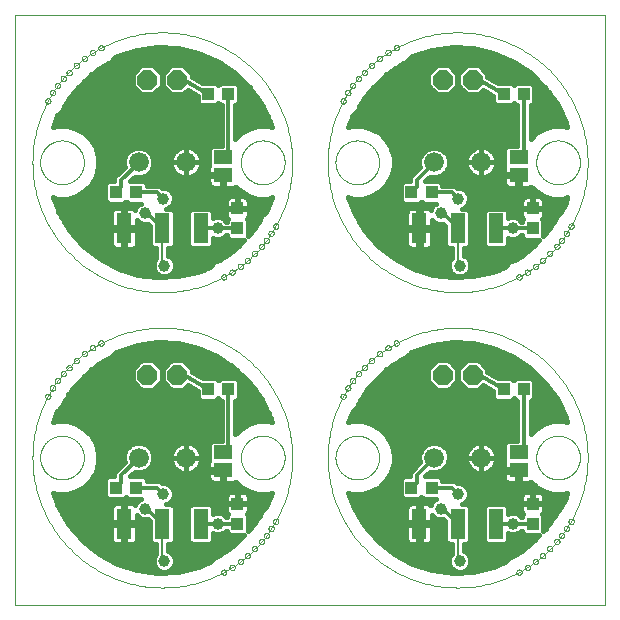
<source format=gtl>
G75*
%MOIN*%
%OFA0B0*%
%FSLAX25Y25*%
%IPPOS*%
%LPD*%
%AMOC8*
5,1,8,0,0,1.08239X$1,22.5*
%
%ADD10C,0.00197*%
%ADD11C,0.00000*%
%ADD12R,0.03937X0.04331*%
%ADD13R,0.05000X0.10000*%
%ADD14C,0.06600*%
%ADD15R,0.06300X0.04600*%
%ADD16OC8,0.06600*%
%ADD17C,0.01600*%
%ADD18C,0.03962*%
%ADD19C,0.01400*%
%ADD20C,0.00800*%
D10*
X0006906Y0050213D02*
X0006919Y0051276D01*
X0006958Y0052338D01*
X0007023Y0053399D01*
X0007115Y0054458D01*
X0007232Y0055514D01*
X0007375Y0056567D01*
X0007544Y0057617D01*
X0007738Y0058662D01*
X0007958Y0059702D01*
X0008204Y0060736D01*
X0008475Y0061764D01*
X0008771Y0062784D01*
X0009092Y0063798D01*
X0009438Y0064803D01*
X0009808Y0065799D01*
X0010203Y0066786D01*
X0010621Y0067763D01*
X0011064Y0068729D01*
X0011530Y0069684D01*
X0012020Y0070628D01*
X0012532Y0071559D01*
X0013067Y0072477D01*
X0013625Y0073382D01*
X0014205Y0074273D01*
X0014806Y0075150D01*
X0015428Y0076011D01*
X0016072Y0076857D01*
X0016736Y0077687D01*
X0017421Y0078500D01*
X0018125Y0079296D01*
X0018848Y0080075D01*
X0019590Y0080836D01*
X0020351Y0081578D01*
X0021130Y0082301D01*
X0021926Y0083005D01*
X0022739Y0083690D01*
X0023569Y0084354D01*
X0024415Y0084998D01*
X0025276Y0085620D01*
X0026153Y0086221D01*
X0027044Y0086801D01*
X0027949Y0087359D01*
X0028867Y0087894D01*
X0029798Y0088406D01*
X0030742Y0088896D01*
X0031697Y0089362D01*
X0032663Y0089805D01*
X0033640Y0090223D01*
X0034627Y0090618D01*
X0035623Y0090988D01*
X0036628Y0091334D01*
X0037642Y0091655D01*
X0038662Y0091951D01*
X0039690Y0092222D01*
X0040724Y0092468D01*
X0041764Y0092688D01*
X0042809Y0092882D01*
X0043859Y0093051D01*
X0044912Y0093194D01*
X0045968Y0093311D01*
X0047027Y0093403D01*
X0048088Y0093468D01*
X0049150Y0093507D01*
X0050213Y0093520D01*
X0051276Y0093507D01*
X0052338Y0093468D01*
X0053399Y0093403D01*
X0054458Y0093311D01*
X0055514Y0093194D01*
X0056567Y0093051D01*
X0057617Y0092882D01*
X0058662Y0092688D01*
X0059702Y0092468D01*
X0060736Y0092222D01*
X0061764Y0091951D01*
X0062784Y0091655D01*
X0063798Y0091334D01*
X0064803Y0090988D01*
X0065799Y0090618D01*
X0066786Y0090223D01*
X0067763Y0089805D01*
X0068729Y0089362D01*
X0069684Y0088896D01*
X0070628Y0088406D01*
X0071559Y0087894D01*
X0072477Y0087359D01*
X0073382Y0086801D01*
X0074273Y0086221D01*
X0075150Y0085620D01*
X0076011Y0084998D01*
X0076857Y0084354D01*
X0077687Y0083690D01*
X0078500Y0083005D01*
X0079296Y0082301D01*
X0080075Y0081578D01*
X0080836Y0080836D01*
X0081578Y0080075D01*
X0082301Y0079296D01*
X0083005Y0078500D01*
X0083690Y0077687D01*
X0084354Y0076857D01*
X0084998Y0076011D01*
X0085620Y0075150D01*
X0086221Y0074273D01*
X0086801Y0073382D01*
X0087359Y0072477D01*
X0087894Y0071559D01*
X0088406Y0070628D01*
X0088896Y0069684D01*
X0089362Y0068729D01*
X0089805Y0067763D01*
X0090223Y0066786D01*
X0090618Y0065799D01*
X0090988Y0064803D01*
X0091334Y0063798D01*
X0091655Y0062784D01*
X0091951Y0061764D01*
X0092222Y0060736D01*
X0092468Y0059702D01*
X0092688Y0058662D01*
X0092882Y0057617D01*
X0093051Y0056567D01*
X0093194Y0055514D01*
X0093311Y0054458D01*
X0093403Y0053399D01*
X0093468Y0052338D01*
X0093507Y0051276D01*
X0093520Y0050213D01*
X0093507Y0049150D01*
X0093468Y0048088D01*
X0093403Y0047027D01*
X0093311Y0045968D01*
X0093194Y0044912D01*
X0093051Y0043859D01*
X0092882Y0042809D01*
X0092688Y0041764D01*
X0092468Y0040724D01*
X0092222Y0039690D01*
X0091951Y0038662D01*
X0091655Y0037642D01*
X0091334Y0036628D01*
X0090988Y0035623D01*
X0090618Y0034627D01*
X0090223Y0033640D01*
X0089805Y0032663D01*
X0089362Y0031697D01*
X0088896Y0030742D01*
X0088406Y0029798D01*
X0087894Y0028867D01*
X0087359Y0027949D01*
X0086801Y0027044D01*
X0086221Y0026153D01*
X0085620Y0025276D01*
X0084998Y0024415D01*
X0084354Y0023569D01*
X0083690Y0022739D01*
X0083005Y0021926D01*
X0082301Y0021130D01*
X0081578Y0020351D01*
X0080836Y0019590D01*
X0080075Y0018848D01*
X0079296Y0018125D01*
X0078500Y0017421D01*
X0077687Y0016736D01*
X0076857Y0016072D01*
X0076011Y0015428D01*
X0075150Y0014806D01*
X0074273Y0014205D01*
X0073382Y0013625D01*
X0072477Y0013067D01*
X0071559Y0012532D01*
X0070628Y0012020D01*
X0069684Y0011530D01*
X0068729Y0011064D01*
X0067763Y0010621D01*
X0066786Y0010203D01*
X0065799Y0009808D01*
X0064803Y0009438D01*
X0063798Y0009092D01*
X0062784Y0008771D01*
X0061764Y0008475D01*
X0060736Y0008204D01*
X0059702Y0007958D01*
X0058662Y0007738D01*
X0057617Y0007544D01*
X0056567Y0007375D01*
X0055514Y0007232D01*
X0054458Y0007115D01*
X0053399Y0007023D01*
X0052338Y0006958D01*
X0051276Y0006919D01*
X0050213Y0006906D01*
X0049150Y0006919D01*
X0048088Y0006958D01*
X0047027Y0007023D01*
X0045968Y0007115D01*
X0044912Y0007232D01*
X0043859Y0007375D01*
X0042809Y0007544D01*
X0041764Y0007738D01*
X0040724Y0007958D01*
X0039690Y0008204D01*
X0038662Y0008475D01*
X0037642Y0008771D01*
X0036628Y0009092D01*
X0035623Y0009438D01*
X0034627Y0009808D01*
X0033640Y0010203D01*
X0032663Y0010621D01*
X0031697Y0011064D01*
X0030742Y0011530D01*
X0029798Y0012020D01*
X0028867Y0012532D01*
X0027949Y0013067D01*
X0027044Y0013625D01*
X0026153Y0014205D01*
X0025276Y0014806D01*
X0024415Y0015428D01*
X0023569Y0016072D01*
X0022739Y0016736D01*
X0021926Y0017421D01*
X0021130Y0018125D01*
X0020351Y0018848D01*
X0019590Y0019590D01*
X0018848Y0020351D01*
X0018125Y0021130D01*
X0017421Y0021926D01*
X0016736Y0022739D01*
X0016072Y0023569D01*
X0015428Y0024415D01*
X0014806Y0025276D01*
X0014205Y0026153D01*
X0013625Y0027044D01*
X0013067Y0027949D01*
X0012532Y0028867D01*
X0012020Y0029798D01*
X0011530Y0030742D01*
X0011064Y0031697D01*
X0010621Y0032663D01*
X0010203Y0033640D01*
X0009808Y0034627D01*
X0009438Y0035623D01*
X0009092Y0036628D01*
X0008771Y0037642D01*
X0008475Y0038662D01*
X0008204Y0039690D01*
X0007958Y0040724D01*
X0007738Y0041764D01*
X0007544Y0042809D01*
X0007375Y0043859D01*
X0007232Y0044912D01*
X0007115Y0045968D01*
X0007023Y0047027D01*
X0006958Y0048088D01*
X0006919Y0049150D01*
X0006906Y0050213D01*
X0006906Y0148638D02*
X0006919Y0149701D01*
X0006958Y0150763D01*
X0007023Y0151824D01*
X0007115Y0152883D01*
X0007232Y0153939D01*
X0007375Y0154992D01*
X0007544Y0156042D01*
X0007738Y0157087D01*
X0007958Y0158127D01*
X0008204Y0159161D01*
X0008475Y0160189D01*
X0008771Y0161209D01*
X0009092Y0162223D01*
X0009438Y0163228D01*
X0009808Y0164224D01*
X0010203Y0165211D01*
X0010621Y0166188D01*
X0011064Y0167154D01*
X0011530Y0168109D01*
X0012020Y0169053D01*
X0012532Y0169984D01*
X0013067Y0170902D01*
X0013625Y0171807D01*
X0014205Y0172698D01*
X0014806Y0173575D01*
X0015428Y0174436D01*
X0016072Y0175282D01*
X0016736Y0176112D01*
X0017421Y0176925D01*
X0018125Y0177721D01*
X0018848Y0178500D01*
X0019590Y0179261D01*
X0020351Y0180003D01*
X0021130Y0180726D01*
X0021926Y0181430D01*
X0022739Y0182115D01*
X0023569Y0182779D01*
X0024415Y0183423D01*
X0025276Y0184045D01*
X0026153Y0184646D01*
X0027044Y0185226D01*
X0027949Y0185784D01*
X0028867Y0186319D01*
X0029798Y0186831D01*
X0030742Y0187321D01*
X0031697Y0187787D01*
X0032663Y0188230D01*
X0033640Y0188648D01*
X0034627Y0189043D01*
X0035623Y0189413D01*
X0036628Y0189759D01*
X0037642Y0190080D01*
X0038662Y0190376D01*
X0039690Y0190647D01*
X0040724Y0190893D01*
X0041764Y0191113D01*
X0042809Y0191307D01*
X0043859Y0191476D01*
X0044912Y0191619D01*
X0045968Y0191736D01*
X0047027Y0191828D01*
X0048088Y0191893D01*
X0049150Y0191932D01*
X0050213Y0191945D01*
X0051276Y0191932D01*
X0052338Y0191893D01*
X0053399Y0191828D01*
X0054458Y0191736D01*
X0055514Y0191619D01*
X0056567Y0191476D01*
X0057617Y0191307D01*
X0058662Y0191113D01*
X0059702Y0190893D01*
X0060736Y0190647D01*
X0061764Y0190376D01*
X0062784Y0190080D01*
X0063798Y0189759D01*
X0064803Y0189413D01*
X0065799Y0189043D01*
X0066786Y0188648D01*
X0067763Y0188230D01*
X0068729Y0187787D01*
X0069684Y0187321D01*
X0070628Y0186831D01*
X0071559Y0186319D01*
X0072477Y0185784D01*
X0073382Y0185226D01*
X0074273Y0184646D01*
X0075150Y0184045D01*
X0076011Y0183423D01*
X0076857Y0182779D01*
X0077687Y0182115D01*
X0078500Y0181430D01*
X0079296Y0180726D01*
X0080075Y0180003D01*
X0080836Y0179261D01*
X0081578Y0178500D01*
X0082301Y0177721D01*
X0083005Y0176925D01*
X0083690Y0176112D01*
X0084354Y0175282D01*
X0084998Y0174436D01*
X0085620Y0173575D01*
X0086221Y0172698D01*
X0086801Y0171807D01*
X0087359Y0170902D01*
X0087894Y0169984D01*
X0088406Y0169053D01*
X0088896Y0168109D01*
X0089362Y0167154D01*
X0089805Y0166188D01*
X0090223Y0165211D01*
X0090618Y0164224D01*
X0090988Y0163228D01*
X0091334Y0162223D01*
X0091655Y0161209D01*
X0091951Y0160189D01*
X0092222Y0159161D01*
X0092468Y0158127D01*
X0092688Y0157087D01*
X0092882Y0156042D01*
X0093051Y0154992D01*
X0093194Y0153939D01*
X0093311Y0152883D01*
X0093403Y0151824D01*
X0093468Y0150763D01*
X0093507Y0149701D01*
X0093520Y0148638D01*
X0093507Y0147575D01*
X0093468Y0146513D01*
X0093403Y0145452D01*
X0093311Y0144393D01*
X0093194Y0143337D01*
X0093051Y0142284D01*
X0092882Y0141234D01*
X0092688Y0140189D01*
X0092468Y0139149D01*
X0092222Y0138115D01*
X0091951Y0137087D01*
X0091655Y0136067D01*
X0091334Y0135053D01*
X0090988Y0134048D01*
X0090618Y0133052D01*
X0090223Y0132065D01*
X0089805Y0131088D01*
X0089362Y0130122D01*
X0088896Y0129167D01*
X0088406Y0128223D01*
X0087894Y0127292D01*
X0087359Y0126374D01*
X0086801Y0125469D01*
X0086221Y0124578D01*
X0085620Y0123701D01*
X0084998Y0122840D01*
X0084354Y0121994D01*
X0083690Y0121164D01*
X0083005Y0120351D01*
X0082301Y0119555D01*
X0081578Y0118776D01*
X0080836Y0118015D01*
X0080075Y0117273D01*
X0079296Y0116550D01*
X0078500Y0115846D01*
X0077687Y0115161D01*
X0076857Y0114497D01*
X0076011Y0113853D01*
X0075150Y0113231D01*
X0074273Y0112630D01*
X0073382Y0112050D01*
X0072477Y0111492D01*
X0071559Y0110957D01*
X0070628Y0110445D01*
X0069684Y0109955D01*
X0068729Y0109489D01*
X0067763Y0109046D01*
X0066786Y0108628D01*
X0065799Y0108233D01*
X0064803Y0107863D01*
X0063798Y0107517D01*
X0062784Y0107196D01*
X0061764Y0106900D01*
X0060736Y0106629D01*
X0059702Y0106383D01*
X0058662Y0106163D01*
X0057617Y0105969D01*
X0056567Y0105800D01*
X0055514Y0105657D01*
X0054458Y0105540D01*
X0053399Y0105448D01*
X0052338Y0105383D01*
X0051276Y0105344D01*
X0050213Y0105331D01*
X0049150Y0105344D01*
X0048088Y0105383D01*
X0047027Y0105448D01*
X0045968Y0105540D01*
X0044912Y0105657D01*
X0043859Y0105800D01*
X0042809Y0105969D01*
X0041764Y0106163D01*
X0040724Y0106383D01*
X0039690Y0106629D01*
X0038662Y0106900D01*
X0037642Y0107196D01*
X0036628Y0107517D01*
X0035623Y0107863D01*
X0034627Y0108233D01*
X0033640Y0108628D01*
X0032663Y0109046D01*
X0031697Y0109489D01*
X0030742Y0109955D01*
X0029798Y0110445D01*
X0028867Y0110957D01*
X0027949Y0111492D01*
X0027044Y0112050D01*
X0026153Y0112630D01*
X0025276Y0113231D01*
X0024415Y0113853D01*
X0023569Y0114497D01*
X0022739Y0115161D01*
X0021926Y0115846D01*
X0021130Y0116550D01*
X0020351Y0117273D01*
X0019590Y0118015D01*
X0018848Y0118776D01*
X0018125Y0119555D01*
X0017421Y0120351D01*
X0016736Y0121164D01*
X0016072Y0121994D01*
X0015428Y0122840D01*
X0014806Y0123701D01*
X0014205Y0124578D01*
X0013625Y0125469D01*
X0013067Y0126374D01*
X0012532Y0127292D01*
X0012020Y0128223D01*
X0011530Y0129167D01*
X0011064Y0130122D01*
X0010621Y0131088D01*
X0010203Y0132065D01*
X0009808Y0133052D01*
X0009438Y0134048D01*
X0009092Y0135053D01*
X0008771Y0136067D01*
X0008475Y0137087D01*
X0008204Y0138115D01*
X0007958Y0139149D01*
X0007738Y0140189D01*
X0007544Y0141234D01*
X0007375Y0142284D01*
X0007232Y0143337D01*
X0007115Y0144393D01*
X0007023Y0145452D01*
X0006958Y0146513D01*
X0006919Y0147575D01*
X0006906Y0148638D01*
X0105331Y0148638D02*
X0105344Y0149701D01*
X0105383Y0150763D01*
X0105448Y0151824D01*
X0105540Y0152883D01*
X0105657Y0153939D01*
X0105800Y0154992D01*
X0105969Y0156042D01*
X0106163Y0157087D01*
X0106383Y0158127D01*
X0106629Y0159161D01*
X0106900Y0160189D01*
X0107196Y0161209D01*
X0107517Y0162223D01*
X0107863Y0163228D01*
X0108233Y0164224D01*
X0108628Y0165211D01*
X0109046Y0166188D01*
X0109489Y0167154D01*
X0109955Y0168109D01*
X0110445Y0169053D01*
X0110957Y0169984D01*
X0111492Y0170902D01*
X0112050Y0171807D01*
X0112630Y0172698D01*
X0113231Y0173575D01*
X0113853Y0174436D01*
X0114497Y0175282D01*
X0115161Y0176112D01*
X0115846Y0176925D01*
X0116550Y0177721D01*
X0117273Y0178500D01*
X0118015Y0179261D01*
X0118776Y0180003D01*
X0119555Y0180726D01*
X0120351Y0181430D01*
X0121164Y0182115D01*
X0121994Y0182779D01*
X0122840Y0183423D01*
X0123701Y0184045D01*
X0124578Y0184646D01*
X0125469Y0185226D01*
X0126374Y0185784D01*
X0127292Y0186319D01*
X0128223Y0186831D01*
X0129167Y0187321D01*
X0130122Y0187787D01*
X0131088Y0188230D01*
X0132065Y0188648D01*
X0133052Y0189043D01*
X0134048Y0189413D01*
X0135053Y0189759D01*
X0136067Y0190080D01*
X0137087Y0190376D01*
X0138115Y0190647D01*
X0139149Y0190893D01*
X0140189Y0191113D01*
X0141234Y0191307D01*
X0142284Y0191476D01*
X0143337Y0191619D01*
X0144393Y0191736D01*
X0145452Y0191828D01*
X0146513Y0191893D01*
X0147575Y0191932D01*
X0148638Y0191945D01*
X0149701Y0191932D01*
X0150763Y0191893D01*
X0151824Y0191828D01*
X0152883Y0191736D01*
X0153939Y0191619D01*
X0154992Y0191476D01*
X0156042Y0191307D01*
X0157087Y0191113D01*
X0158127Y0190893D01*
X0159161Y0190647D01*
X0160189Y0190376D01*
X0161209Y0190080D01*
X0162223Y0189759D01*
X0163228Y0189413D01*
X0164224Y0189043D01*
X0165211Y0188648D01*
X0166188Y0188230D01*
X0167154Y0187787D01*
X0168109Y0187321D01*
X0169053Y0186831D01*
X0169984Y0186319D01*
X0170902Y0185784D01*
X0171807Y0185226D01*
X0172698Y0184646D01*
X0173575Y0184045D01*
X0174436Y0183423D01*
X0175282Y0182779D01*
X0176112Y0182115D01*
X0176925Y0181430D01*
X0177721Y0180726D01*
X0178500Y0180003D01*
X0179261Y0179261D01*
X0180003Y0178500D01*
X0180726Y0177721D01*
X0181430Y0176925D01*
X0182115Y0176112D01*
X0182779Y0175282D01*
X0183423Y0174436D01*
X0184045Y0173575D01*
X0184646Y0172698D01*
X0185226Y0171807D01*
X0185784Y0170902D01*
X0186319Y0169984D01*
X0186831Y0169053D01*
X0187321Y0168109D01*
X0187787Y0167154D01*
X0188230Y0166188D01*
X0188648Y0165211D01*
X0189043Y0164224D01*
X0189413Y0163228D01*
X0189759Y0162223D01*
X0190080Y0161209D01*
X0190376Y0160189D01*
X0190647Y0159161D01*
X0190893Y0158127D01*
X0191113Y0157087D01*
X0191307Y0156042D01*
X0191476Y0154992D01*
X0191619Y0153939D01*
X0191736Y0152883D01*
X0191828Y0151824D01*
X0191893Y0150763D01*
X0191932Y0149701D01*
X0191945Y0148638D01*
X0191932Y0147575D01*
X0191893Y0146513D01*
X0191828Y0145452D01*
X0191736Y0144393D01*
X0191619Y0143337D01*
X0191476Y0142284D01*
X0191307Y0141234D01*
X0191113Y0140189D01*
X0190893Y0139149D01*
X0190647Y0138115D01*
X0190376Y0137087D01*
X0190080Y0136067D01*
X0189759Y0135053D01*
X0189413Y0134048D01*
X0189043Y0133052D01*
X0188648Y0132065D01*
X0188230Y0131088D01*
X0187787Y0130122D01*
X0187321Y0129167D01*
X0186831Y0128223D01*
X0186319Y0127292D01*
X0185784Y0126374D01*
X0185226Y0125469D01*
X0184646Y0124578D01*
X0184045Y0123701D01*
X0183423Y0122840D01*
X0182779Y0121994D01*
X0182115Y0121164D01*
X0181430Y0120351D01*
X0180726Y0119555D01*
X0180003Y0118776D01*
X0179261Y0118015D01*
X0178500Y0117273D01*
X0177721Y0116550D01*
X0176925Y0115846D01*
X0176112Y0115161D01*
X0175282Y0114497D01*
X0174436Y0113853D01*
X0173575Y0113231D01*
X0172698Y0112630D01*
X0171807Y0112050D01*
X0170902Y0111492D01*
X0169984Y0110957D01*
X0169053Y0110445D01*
X0168109Y0109955D01*
X0167154Y0109489D01*
X0166188Y0109046D01*
X0165211Y0108628D01*
X0164224Y0108233D01*
X0163228Y0107863D01*
X0162223Y0107517D01*
X0161209Y0107196D01*
X0160189Y0106900D01*
X0159161Y0106629D01*
X0158127Y0106383D01*
X0157087Y0106163D01*
X0156042Y0105969D01*
X0154992Y0105800D01*
X0153939Y0105657D01*
X0152883Y0105540D01*
X0151824Y0105448D01*
X0150763Y0105383D01*
X0149701Y0105344D01*
X0148638Y0105331D01*
X0147575Y0105344D01*
X0146513Y0105383D01*
X0145452Y0105448D01*
X0144393Y0105540D01*
X0143337Y0105657D01*
X0142284Y0105800D01*
X0141234Y0105969D01*
X0140189Y0106163D01*
X0139149Y0106383D01*
X0138115Y0106629D01*
X0137087Y0106900D01*
X0136067Y0107196D01*
X0135053Y0107517D01*
X0134048Y0107863D01*
X0133052Y0108233D01*
X0132065Y0108628D01*
X0131088Y0109046D01*
X0130122Y0109489D01*
X0129167Y0109955D01*
X0128223Y0110445D01*
X0127292Y0110957D01*
X0126374Y0111492D01*
X0125469Y0112050D01*
X0124578Y0112630D01*
X0123701Y0113231D01*
X0122840Y0113853D01*
X0121994Y0114497D01*
X0121164Y0115161D01*
X0120351Y0115846D01*
X0119555Y0116550D01*
X0118776Y0117273D01*
X0118015Y0118015D01*
X0117273Y0118776D01*
X0116550Y0119555D01*
X0115846Y0120351D01*
X0115161Y0121164D01*
X0114497Y0121994D01*
X0113853Y0122840D01*
X0113231Y0123701D01*
X0112630Y0124578D01*
X0112050Y0125469D01*
X0111492Y0126374D01*
X0110957Y0127292D01*
X0110445Y0128223D01*
X0109955Y0129167D01*
X0109489Y0130122D01*
X0109046Y0131088D01*
X0108628Y0132065D01*
X0108233Y0133052D01*
X0107863Y0134048D01*
X0107517Y0135053D01*
X0107196Y0136067D01*
X0106900Y0137087D01*
X0106629Y0138115D01*
X0106383Y0139149D01*
X0106163Y0140189D01*
X0105969Y0141234D01*
X0105800Y0142284D01*
X0105657Y0143337D01*
X0105540Y0144393D01*
X0105448Y0145452D01*
X0105383Y0146513D01*
X0105344Y0147575D01*
X0105331Y0148638D01*
X0105331Y0050213D02*
X0105344Y0051276D01*
X0105383Y0052338D01*
X0105448Y0053399D01*
X0105540Y0054458D01*
X0105657Y0055514D01*
X0105800Y0056567D01*
X0105969Y0057617D01*
X0106163Y0058662D01*
X0106383Y0059702D01*
X0106629Y0060736D01*
X0106900Y0061764D01*
X0107196Y0062784D01*
X0107517Y0063798D01*
X0107863Y0064803D01*
X0108233Y0065799D01*
X0108628Y0066786D01*
X0109046Y0067763D01*
X0109489Y0068729D01*
X0109955Y0069684D01*
X0110445Y0070628D01*
X0110957Y0071559D01*
X0111492Y0072477D01*
X0112050Y0073382D01*
X0112630Y0074273D01*
X0113231Y0075150D01*
X0113853Y0076011D01*
X0114497Y0076857D01*
X0115161Y0077687D01*
X0115846Y0078500D01*
X0116550Y0079296D01*
X0117273Y0080075D01*
X0118015Y0080836D01*
X0118776Y0081578D01*
X0119555Y0082301D01*
X0120351Y0083005D01*
X0121164Y0083690D01*
X0121994Y0084354D01*
X0122840Y0084998D01*
X0123701Y0085620D01*
X0124578Y0086221D01*
X0125469Y0086801D01*
X0126374Y0087359D01*
X0127292Y0087894D01*
X0128223Y0088406D01*
X0129167Y0088896D01*
X0130122Y0089362D01*
X0131088Y0089805D01*
X0132065Y0090223D01*
X0133052Y0090618D01*
X0134048Y0090988D01*
X0135053Y0091334D01*
X0136067Y0091655D01*
X0137087Y0091951D01*
X0138115Y0092222D01*
X0139149Y0092468D01*
X0140189Y0092688D01*
X0141234Y0092882D01*
X0142284Y0093051D01*
X0143337Y0093194D01*
X0144393Y0093311D01*
X0145452Y0093403D01*
X0146513Y0093468D01*
X0147575Y0093507D01*
X0148638Y0093520D01*
X0149701Y0093507D01*
X0150763Y0093468D01*
X0151824Y0093403D01*
X0152883Y0093311D01*
X0153939Y0093194D01*
X0154992Y0093051D01*
X0156042Y0092882D01*
X0157087Y0092688D01*
X0158127Y0092468D01*
X0159161Y0092222D01*
X0160189Y0091951D01*
X0161209Y0091655D01*
X0162223Y0091334D01*
X0163228Y0090988D01*
X0164224Y0090618D01*
X0165211Y0090223D01*
X0166188Y0089805D01*
X0167154Y0089362D01*
X0168109Y0088896D01*
X0169053Y0088406D01*
X0169984Y0087894D01*
X0170902Y0087359D01*
X0171807Y0086801D01*
X0172698Y0086221D01*
X0173575Y0085620D01*
X0174436Y0084998D01*
X0175282Y0084354D01*
X0176112Y0083690D01*
X0176925Y0083005D01*
X0177721Y0082301D01*
X0178500Y0081578D01*
X0179261Y0080836D01*
X0180003Y0080075D01*
X0180726Y0079296D01*
X0181430Y0078500D01*
X0182115Y0077687D01*
X0182779Y0076857D01*
X0183423Y0076011D01*
X0184045Y0075150D01*
X0184646Y0074273D01*
X0185226Y0073382D01*
X0185784Y0072477D01*
X0186319Y0071559D01*
X0186831Y0070628D01*
X0187321Y0069684D01*
X0187787Y0068729D01*
X0188230Y0067763D01*
X0188648Y0066786D01*
X0189043Y0065799D01*
X0189413Y0064803D01*
X0189759Y0063798D01*
X0190080Y0062784D01*
X0190376Y0061764D01*
X0190647Y0060736D01*
X0190893Y0059702D01*
X0191113Y0058662D01*
X0191307Y0057617D01*
X0191476Y0056567D01*
X0191619Y0055514D01*
X0191736Y0054458D01*
X0191828Y0053399D01*
X0191893Y0052338D01*
X0191932Y0051276D01*
X0191945Y0050213D01*
X0191932Y0049150D01*
X0191893Y0048088D01*
X0191828Y0047027D01*
X0191736Y0045968D01*
X0191619Y0044912D01*
X0191476Y0043859D01*
X0191307Y0042809D01*
X0191113Y0041764D01*
X0190893Y0040724D01*
X0190647Y0039690D01*
X0190376Y0038662D01*
X0190080Y0037642D01*
X0189759Y0036628D01*
X0189413Y0035623D01*
X0189043Y0034627D01*
X0188648Y0033640D01*
X0188230Y0032663D01*
X0187787Y0031697D01*
X0187321Y0030742D01*
X0186831Y0029798D01*
X0186319Y0028867D01*
X0185784Y0027949D01*
X0185226Y0027044D01*
X0184646Y0026153D01*
X0184045Y0025276D01*
X0183423Y0024415D01*
X0182779Y0023569D01*
X0182115Y0022739D01*
X0181430Y0021926D01*
X0180726Y0021130D01*
X0180003Y0020351D01*
X0179261Y0019590D01*
X0178500Y0018848D01*
X0177721Y0018125D01*
X0176925Y0017421D01*
X0176112Y0016736D01*
X0175282Y0016072D01*
X0174436Y0015428D01*
X0173575Y0014806D01*
X0172698Y0014205D01*
X0171807Y0013625D01*
X0170902Y0013067D01*
X0169984Y0012532D01*
X0169053Y0012020D01*
X0168109Y0011530D01*
X0167154Y0011064D01*
X0166188Y0010621D01*
X0165211Y0010203D01*
X0164224Y0009808D01*
X0163228Y0009438D01*
X0162223Y0009092D01*
X0161209Y0008771D01*
X0160189Y0008475D01*
X0159161Y0008204D01*
X0158127Y0007958D01*
X0157087Y0007738D01*
X0156042Y0007544D01*
X0154992Y0007375D01*
X0153939Y0007232D01*
X0152883Y0007115D01*
X0151824Y0007023D01*
X0150763Y0006958D01*
X0149701Y0006919D01*
X0148638Y0006906D01*
X0147575Y0006919D01*
X0146513Y0006958D01*
X0145452Y0007023D01*
X0144393Y0007115D01*
X0143337Y0007232D01*
X0142284Y0007375D01*
X0141234Y0007544D01*
X0140189Y0007738D01*
X0139149Y0007958D01*
X0138115Y0008204D01*
X0137087Y0008475D01*
X0136067Y0008771D01*
X0135053Y0009092D01*
X0134048Y0009438D01*
X0133052Y0009808D01*
X0132065Y0010203D01*
X0131088Y0010621D01*
X0130122Y0011064D01*
X0129167Y0011530D01*
X0128223Y0012020D01*
X0127292Y0012532D01*
X0126374Y0013067D01*
X0125469Y0013625D01*
X0124578Y0014205D01*
X0123701Y0014806D01*
X0122840Y0015428D01*
X0121994Y0016072D01*
X0121164Y0016736D01*
X0120351Y0017421D01*
X0119555Y0018125D01*
X0118776Y0018848D01*
X0118015Y0019590D01*
X0117273Y0020351D01*
X0116550Y0021130D01*
X0115846Y0021926D01*
X0115161Y0022739D01*
X0114497Y0023569D01*
X0113853Y0024415D01*
X0113231Y0025276D01*
X0112630Y0026153D01*
X0112050Y0027044D01*
X0111492Y0027949D01*
X0110957Y0028867D01*
X0110445Y0029798D01*
X0109955Y0030742D01*
X0109489Y0031697D01*
X0109046Y0032663D01*
X0108628Y0033640D01*
X0108233Y0034627D01*
X0107863Y0035623D01*
X0107517Y0036628D01*
X0107196Y0037642D01*
X0106900Y0038662D01*
X0106629Y0039690D01*
X0106383Y0040724D01*
X0106163Y0041764D01*
X0105969Y0042809D01*
X0105800Y0043859D01*
X0105657Y0044912D01*
X0105540Y0045968D01*
X0105448Y0047027D01*
X0105383Y0048088D01*
X0105344Y0049150D01*
X0105331Y0050213D01*
D11*
X0001000Y0001000D02*
X0001000Y0197850D01*
X0197850Y0197850D01*
X0197850Y0001000D01*
X0001000Y0001000D01*
X0009465Y0050213D02*
X0009467Y0050392D01*
X0009474Y0050570D01*
X0009485Y0050749D01*
X0009500Y0050927D01*
X0009520Y0051105D01*
X0009544Y0051282D01*
X0009572Y0051458D01*
X0009605Y0051634D01*
X0009642Y0051809D01*
X0009683Y0051983D01*
X0009729Y0052155D01*
X0009779Y0052327D01*
X0009833Y0052498D01*
X0009891Y0052667D01*
X0009953Y0052834D01*
X0010019Y0053000D01*
X0010090Y0053164D01*
X0010164Y0053327D01*
X0010243Y0053488D01*
X0010325Y0053646D01*
X0010411Y0053803D01*
X0010501Y0053957D01*
X0010595Y0054109D01*
X0010692Y0054259D01*
X0010794Y0054407D01*
X0010898Y0054551D01*
X0011006Y0054694D01*
X0011118Y0054833D01*
X0011233Y0054970D01*
X0011352Y0055104D01*
X0011473Y0055235D01*
X0011598Y0055363D01*
X0011726Y0055488D01*
X0011857Y0055609D01*
X0011991Y0055728D01*
X0012128Y0055843D01*
X0012267Y0055955D01*
X0012410Y0056063D01*
X0012554Y0056167D01*
X0012702Y0056269D01*
X0012852Y0056366D01*
X0013004Y0056460D01*
X0013158Y0056550D01*
X0013315Y0056636D01*
X0013473Y0056718D01*
X0013634Y0056797D01*
X0013797Y0056871D01*
X0013961Y0056942D01*
X0014127Y0057008D01*
X0014294Y0057070D01*
X0014463Y0057128D01*
X0014634Y0057182D01*
X0014806Y0057232D01*
X0014978Y0057278D01*
X0015152Y0057319D01*
X0015327Y0057356D01*
X0015503Y0057389D01*
X0015679Y0057417D01*
X0015856Y0057441D01*
X0016034Y0057461D01*
X0016212Y0057476D01*
X0016391Y0057487D01*
X0016569Y0057494D01*
X0016748Y0057496D01*
X0016927Y0057494D01*
X0017105Y0057487D01*
X0017284Y0057476D01*
X0017462Y0057461D01*
X0017640Y0057441D01*
X0017817Y0057417D01*
X0017993Y0057389D01*
X0018169Y0057356D01*
X0018344Y0057319D01*
X0018518Y0057278D01*
X0018690Y0057232D01*
X0018862Y0057182D01*
X0019033Y0057128D01*
X0019202Y0057070D01*
X0019369Y0057008D01*
X0019535Y0056942D01*
X0019699Y0056871D01*
X0019862Y0056797D01*
X0020023Y0056718D01*
X0020181Y0056636D01*
X0020338Y0056550D01*
X0020492Y0056460D01*
X0020644Y0056366D01*
X0020794Y0056269D01*
X0020942Y0056167D01*
X0021086Y0056063D01*
X0021229Y0055955D01*
X0021368Y0055843D01*
X0021505Y0055728D01*
X0021639Y0055609D01*
X0021770Y0055488D01*
X0021898Y0055363D01*
X0022023Y0055235D01*
X0022144Y0055104D01*
X0022263Y0054970D01*
X0022378Y0054833D01*
X0022490Y0054694D01*
X0022598Y0054551D01*
X0022702Y0054407D01*
X0022804Y0054259D01*
X0022901Y0054109D01*
X0022995Y0053957D01*
X0023085Y0053803D01*
X0023171Y0053646D01*
X0023253Y0053488D01*
X0023332Y0053327D01*
X0023406Y0053164D01*
X0023477Y0053000D01*
X0023543Y0052834D01*
X0023605Y0052667D01*
X0023663Y0052498D01*
X0023717Y0052327D01*
X0023767Y0052155D01*
X0023813Y0051983D01*
X0023854Y0051809D01*
X0023891Y0051634D01*
X0023924Y0051458D01*
X0023952Y0051282D01*
X0023976Y0051105D01*
X0023996Y0050927D01*
X0024011Y0050749D01*
X0024022Y0050570D01*
X0024029Y0050392D01*
X0024031Y0050213D01*
X0024029Y0050034D01*
X0024022Y0049856D01*
X0024011Y0049677D01*
X0023996Y0049499D01*
X0023976Y0049321D01*
X0023952Y0049144D01*
X0023924Y0048968D01*
X0023891Y0048792D01*
X0023854Y0048617D01*
X0023813Y0048443D01*
X0023767Y0048271D01*
X0023717Y0048099D01*
X0023663Y0047928D01*
X0023605Y0047759D01*
X0023543Y0047592D01*
X0023477Y0047426D01*
X0023406Y0047262D01*
X0023332Y0047099D01*
X0023253Y0046938D01*
X0023171Y0046780D01*
X0023085Y0046623D01*
X0022995Y0046469D01*
X0022901Y0046317D01*
X0022804Y0046167D01*
X0022702Y0046019D01*
X0022598Y0045875D01*
X0022490Y0045732D01*
X0022378Y0045593D01*
X0022263Y0045456D01*
X0022144Y0045322D01*
X0022023Y0045191D01*
X0021898Y0045063D01*
X0021770Y0044938D01*
X0021639Y0044817D01*
X0021505Y0044698D01*
X0021368Y0044583D01*
X0021229Y0044471D01*
X0021086Y0044363D01*
X0020942Y0044259D01*
X0020794Y0044157D01*
X0020644Y0044060D01*
X0020492Y0043966D01*
X0020338Y0043876D01*
X0020181Y0043790D01*
X0020023Y0043708D01*
X0019862Y0043629D01*
X0019699Y0043555D01*
X0019535Y0043484D01*
X0019369Y0043418D01*
X0019202Y0043356D01*
X0019033Y0043298D01*
X0018862Y0043244D01*
X0018690Y0043194D01*
X0018518Y0043148D01*
X0018344Y0043107D01*
X0018169Y0043070D01*
X0017993Y0043037D01*
X0017817Y0043009D01*
X0017640Y0042985D01*
X0017462Y0042965D01*
X0017284Y0042950D01*
X0017105Y0042939D01*
X0016927Y0042932D01*
X0016748Y0042930D01*
X0016569Y0042932D01*
X0016391Y0042939D01*
X0016212Y0042950D01*
X0016034Y0042965D01*
X0015856Y0042985D01*
X0015679Y0043009D01*
X0015503Y0043037D01*
X0015327Y0043070D01*
X0015152Y0043107D01*
X0014978Y0043148D01*
X0014806Y0043194D01*
X0014634Y0043244D01*
X0014463Y0043298D01*
X0014294Y0043356D01*
X0014127Y0043418D01*
X0013961Y0043484D01*
X0013797Y0043555D01*
X0013634Y0043629D01*
X0013473Y0043708D01*
X0013315Y0043790D01*
X0013158Y0043876D01*
X0013004Y0043966D01*
X0012852Y0044060D01*
X0012702Y0044157D01*
X0012554Y0044259D01*
X0012410Y0044363D01*
X0012267Y0044471D01*
X0012128Y0044583D01*
X0011991Y0044698D01*
X0011857Y0044817D01*
X0011726Y0044938D01*
X0011598Y0045063D01*
X0011473Y0045191D01*
X0011352Y0045322D01*
X0011233Y0045456D01*
X0011118Y0045593D01*
X0011006Y0045732D01*
X0010898Y0045875D01*
X0010794Y0046019D01*
X0010692Y0046167D01*
X0010595Y0046317D01*
X0010501Y0046469D01*
X0010411Y0046623D01*
X0010325Y0046780D01*
X0010243Y0046938D01*
X0010164Y0047099D01*
X0010090Y0047262D01*
X0010019Y0047426D01*
X0009953Y0047592D01*
X0009891Y0047759D01*
X0009833Y0047928D01*
X0009779Y0048099D01*
X0009729Y0048271D01*
X0009683Y0048443D01*
X0009642Y0048617D01*
X0009605Y0048792D01*
X0009572Y0048968D01*
X0009544Y0049144D01*
X0009520Y0049321D01*
X0009500Y0049499D01*
X0009485Y0049677D01*
X0009474Y0049856D01*
X0009467Y0050034D01*
X0009465Y0050213D01*
X0011138Y0070685D02*
X0011140Y0070744D01*
X0011146Y0070803D01*
X0011156Y0070861D01*
X0011169Y0070919D01*
X0011187Y0070976D01*
X0011208Y0071031D01*
X0011233Y0071085D01*
X0011262Y0071137D01*
X0011294Y0071186D01*
X0011329Y0071234D01*
X0011367Y0071279D01*
X0011408Y0071322D01*
X0011452Y0071362D01*
X0011498Y0071398D01*
X0011547Y0071432D01*
X0011598Y0071462D01*
X0011651Y0071489D01*
X0011706Y0071512D01*
X0011761Y0071531D01*
X0011819Y0071547D01*
X0011877Y0071559D01*
X0011935Y0071567D01*
X0011994Y0071571D01*
X0012054Y0071571D01*
X0012113Y0071567D01*
X0012171Y0071559D01*
X0012229Y0071547D01*
X0012287Y0071531D01*
X0012342Y0071512D01*
X0012397Y0071489D01*
X0012450Y0071462D01*
X0012501Y0071432D01*
X0012550Y0071398D01*
X0012596Y0071362D01*
X0012640Y0071322D01*
X0012681Y0071279D01*
X0012719Y0071234D01*
X0012754Y0071186D01*
X0012786Y0071137D01*
X0012815Y0071085D01*
X0012840Y0071031D01*
X0012861Y0070976D01*
X0012879Y0070919D01*
X0012892Y0070861D01*
X0012902Y0070803D01*
X0012908Y0070744D01*
X0012910Y0070685D01*
X0012908Y0070626D01*
X0012902Y0070567D01*
X0012892Y0070509D01*
X0012879Y0070451D01*
X0012861Y0070394D01*
X0012840Y0070339D01*
X0012815Y0070285D01*
X0012786Y0070233D01*
X0012754Y0070184D01*
X0012719Y0070136D01*
X0012681Y0070091D01*
X0012640Y0070048D01*
X0012596Y0070008D01*
X0012550Y0069972D01*
X0012501Y0069938D01*
X0012450Y0069908D01*
X0012397Y0069881D01*
X0012342Y0069858D01*
X0012287Y0069839D01*
X0012229Y0069823D01*
X0012171Y0069811D01*
X0012113Y0069803D01*
X0012054Y0069799D01*
X0011994Y0069799D01*
X0011935Y0069803D01*
X0011877Y0069811D01*
X0011819Y0069823D01*
X0011761Y0069839D01*
X0011706Y0069858D01*
X0011651Y0069881D01*
X0011598Y0069908D01*
X0011547Y0069938D01*
X0011498Y0069972D01*
X0011452Y0070008D01*
X0011408Y0070048D01*
X0011367Y0070091D01*
X0011329Y0070136D01*
X0011294Y0070184D01*
X0011262Y0070233D01*
X0011233Y0070285D01*
X0011208Y0070339D01*
X0011187Y0070394D01*
X0011169Y0070451D01*
X0011156Y0070509D01*
X0011146Y0070567D01*
X0011140Y0070626D01*
X0011138Y0070685D01*
X0012712Y0073441D02*
X0012714Y0073500D01*
X0012720Y0073559D01*
X0012730Y0073617D01*
X0012743Y0073675D01*
X0012761Y0073732D01*
X0012782Y0073787D01*
X0012807Y0073841D01*
X0012836Y0073893D01*
X0012868Y0073942D01*
X0012903Y0073990D01*
X0012941Y0074035D01*
X0012982Y0074078D01*
X0013026Y0074118D01*
X0013072Y0074154D01*
X0013121Y0074188D01*
X0013172Y0074218D01*
X0013225Y0074245D01*
X0013280Y0074268D01*
X0013335Y0074287D01*
X0013393Y0074303D01*
X0013451Y0074315D01*
X0013509Y0074323D01*
X0013568Y0074327D01*
X0013628Y0074327D01*
X0013687Y0074323D01*
X0013745Y0074315D01*
X0013803Y0074303D01*
X0013861Y0074287D01*
X0013916Y0074268D01*
X0013971Y0074245D01*
X0014024Y0074218D01*
X0014075Y0074188D01*
X0014124Y0074154D01*
X0014170Y0074118D01*
X0014214Y0074078D01*
X0014255Y0074035D01*
X0014293Y0073990D01*
X0014328Y0073942D01*
X0014360Y0073893D01*
X0014389Y0073841D01*
X0014414Y0073787D01*
X0014435Y0073732D01*
X0014453Y0073675D01*
X0014466Y0073617D01*
X0014476Y0073559D01*
X0014482Y0073500D01*
X0014484Y0073441D01*
X0014482Y0073382D01*
X0014476Y0073323D01*
X0014466Y0073265D01*
X0014453Y0073207D01*
X0014435Y0073150D01*
X0014414Y0073095D01*
X0014389Y0073041D01*
X0014360Y0072989D01*
X0014328Y0072940D01*
X0014293Y0072892D01*
X0014255Y0072847D01*
X0014214Y0072804D01*
X0014170Y0072764D01*
X0014124Y0072728D01*
X0014075Y0072694D01*
X0014024Y0072664D01*
X0013971Y0072637D01*
X0013916Y0072614D01*
X0013861Y0072595D01*
X0013803Y0072579D01*
X0013745Y0072567D01*
X0013687Y0072559D01*
X0013628Y0072555D01*
X0013568Y0072555D01*
X0013509Y0072559D01*
X0013451Y0072567D01*
X0013393Y0072579D01*
X0013335Y0072595D01*
X0013280Y0072614D01*
X0013225Y0072637D01*
X0013172Y0072664D01*
X0013121Y0072694D01*
X0013072Y0072728D01*
X0013026Y0072764D01*
X0012982Y0072804D01*
X0012941Y0072847D01*
X0012903Y0072892D01*
X0012868Y0072940D01*
X0012836Y0072989D01*
X0012807Y0073041D01*
X0012782Y0073095D01*
X0012761Y0073150D01*
X0012743Y0073207D01*
X0012730Y0073265D01*
X0012720Y0073323D01*
X0012714Y0073382D01*
X0012712Y0073441D01*
X0014287Y0075803D02*
X0014289Y0075862D01*
X0014295Y0075921D01*
X0014305Y0075979D01*
X0014318Y0076037D01*
X0014336Y0076094D01*
X0014357Y0076149D01*
X0014382Y0076203D01*
X0014411Y0076255D01*
X0014443Y0076304D01*
X0014478Y0076352D01*
X0014516Y0076397D01*
X0014557Y0076440D01*
X0014601Y0076480D01*
X0014647Y0076516D01*
X0014696Y0076550D01*
X0014747Y0076580D01*
X0014800Y0076607D01*
X0014855Y0076630D01*
X0014910Y0076649D01*
X0014968Y0076665D01*
X0015026Y0076677D01*
X0015084Y0076685D01*
X0015143Y0076689D01*
X0015203Y0076689D01*
X0015262Y0076685D01*
X0015320Y0076677D01*
X0015378Y0076665D01*
X0015436Y0076649D01*
X0015491Y0076630D01*
X0015546Y0076607D01*
X0015599Y0076580D01*
X0015650Y0076550D01*
X0015699Y0076516D01*
X0015745Y0076480D01*
X0015789Y0076440D01*
X0015830Y0076397D01*
X0015868Y0076352D01*
X0015903Y0076304D01*
X0015935Y0076255D01*
X0015964Y0076203D01*
X0015989Y0076149D01*
X0016010Y0076094D01*
X0016028Y0076037D01*
X0016041Y0075979D01*
X0016051Y0075921D01*
X0016057Y0075862D01*
X0016059Y0075803D01*
X0016057Y0075744D01*
X0016051Y0075685D01*
X0016041Y0075627D01*
X0016028Y0075569D01*
X0016010Y0075512D01*
X0015989Y0075457D01*
X0015964Y0075403D01*
X0015935Y0075351D01*
X0015903Y0075302D01*
X0015868Y0075254D01*
X0015830Y0075209D01*
X0015789Y0075166D01*
X0015745Y0075126D01*
X0015699Y0075090D01*
X0015650Y0075056D01*
X0015599Y0075026D01*
X0015546Y0074999D01*
X0015491Y0074976D01*
X0015436Y0074957D01*
X0015378Y0074941D01*
X0015320Y0074929D01*
X0015262Y0074921D01*
X0015203Y0074917D01*
X0015143Y0074917D01*
X0015084Y0074921D01*
X0015026Y0074929D01*
X0014968Y0074941D01*
X0014910Y0074957D01*
X0014855Y0074976D01*
X0014800Y0074999D01*
X0014747Y0075026D01*
X0014696Y0075056D01*
X0014647Y0075090D01*
X0014601Y0075126D01*
X0014557Y0075166D01*
X0014516Y0075209D01*
X0014478Y0075254D01*
X0014443Y0075302D01*
X0014411Y0075351D01*
X0014382Y0075403D01*
X0014357Y0075457D01*
X0014336Y0075512D01*
X0014318Y0075569D01*
X0014305Y0075627D01*
X0014295Y0075685D01*
X0014289Y0075744D01*
X0014287Y0075803D01*
X0016256Y0078165D02*
X0016258Y0078224D01*
X0016264Y0078283D01*
X0016274Y0078341D01*
X0016287Y0078399D01*
X0016305Y0078456D01*
X0016326Y0078511D01*
X0016351Y0078565D01*
X0016380Y0078617D01*
X0016412Y0078666D01*
X0016447Y0078714D01*
X0016485Y0078759D01*
X0016526Y0078802D01*
X0016570Y0078842D01*
X0016616Y0078878D01*
X0016665Y0078912D01*
X0016716Y0078942D01*
X0016769Y0078969D01*
X0016824Y0078992D01*
X0016879Y0079011D01*
X0016937Y0079027D01*
X0016995Y0079039D01*
X0017053Y0079047D01*
X0017112Y0079051D01*
X0017172Y0079051D01*
X0017231Y0079047D01*
X0017289Y0079039D01*
X0017347Y0079027D01*
X0017405Y0079011D01*
X0017460Y0078992D01*
X0017515Y0078969D01*
X0017568Y0078942D01*
X0017619Y0078912D01*
X0017668Y0078878D01*
X0017714Y0078842D01*
X0017758Y0078802D01*
X0017799Y0078759D01*
X0017837Y0078714D01*
X0017872Y0078666D01*
X0017904Y0078617D01*
X0017933Y0078565D01*
X0017958Y0078511D01*
X0017979Y0078456D01*
X0017997Y0078399D01*
X0018010Y0078341D01*
X0018020Y0078283D01*
X0018026Y0078224D01*
X0018028Y0078165D01*
X0018026Y0078106D01*
X0018020Y0078047D01*
X0018010Y0077989D01*
X0017997Y0077931D01*
X0017979Y0077874D01*
X0017958Y0077819D01*
X0017933Y0077765D01*
X0017904Y0077713D01*
X0017872Y0077664D01*
X0017837Y0077616D01*
X0017799Y0077571D01*
X0017758Y0077528D01*
X0017714Y0077488D01*
X0017668Y0077452D01*
X0017619Y0077418D01*
X0017568Y0077388D01*
X0017515Y0077361D01*
X0017460Y0077338D01*
X0017405Y0077319D01*
X0017347Y0077303D01*
X0017289Y0077291D01*
X0017231Y0077283D01*
X0017172Y0077279D01*
X0017112Y0077279D01*
X0017053Y0077283D01*
X0016995Y0077291D01*
X0016937Y0077303D01*
X0016879Y0077319D01*
X0016824Y0077338D01*
X0016769Y0077361D01*
X0016716Y0077388D01*
X0016665Y0077418D01*
X0016616Y0077452D01*
X0016570Y0077488D01*
X0016526Y0077528D01*
X0016485Y0077571D01*
X0016447Y0077616D01*
X0016412Y0077664D01*
X0016380Y0077713D01*
X0016351Y0077765D01*
X0016326Y0077819D01*
X0016305Y0077874D01*
X0016287Y0077931D01*
X0016274Y0077989D01*
X0016264Y0078047D01*
X0016258Y0078106D01*
X0016256Y0078165D01*
X0018224Y0080134D02*
X0018226Y0080193D01*
X0018232Y0080252D01*
X0018242Y0080310D01*
X0018255Y0080368D01*
X0018273Y0080425D01*
X0018294Y0080480D01*
X0018319Y0080534D01*
X0018348Y0080586D01*
X0018380Y0080635D01*
X0018415Y0080683D01*
X0018453Y0080728D01*
X0018494Y0080771D01*
X0018538Y0080811D01*
X0018584Y0080847D01*
X0018633Y0080881D01*
X0018684Y0080911D01*
X0018737Y0080938D01*
X0018792Y0080961D01*
X0018847Y0080980D01*
X0018905Y0080996D01*
X0018963Y0081008D01*
X0019021Y0081016D01*
X0019080Y0081020D01*
X0019140Y0081020D01*
X0019199Y0081016D01*
X0019257Y0081008D01*
X0019315Y0080996D01*
X0019373Y0080980D01*
X0019428Y0080961D01*
X0019483Y0080938D01*
X0019536Y0080911D01*
X0019587Y0080881D01*
X0019636Y0080847D01*
X0019682Y0080811D01*
X0019726Y0080771D01*
X0019767Y0080728D01*
X0019805Y0080683D01*
X0019840Y0080635D01*
X0019872Y0080586D01*
X0019901Y0080534D01*
X0019926Y0080480D01*
X0019947Y0080425D01*
X0019965Y0080368D01*
X0019978Y0080310D01*
X0019988Y0080252D01*
X0019994Y0080193D01*
X0019996Y0080134D01*
X0019994Y0080075D01*
X0019988Y0080016D01*
X0019978Y0079958D01*
X0019965Y0079900D01*
X0019947Y0079843D01*
X0019926Y0079788D01*
X0019901Y0079734D01*
X0019872Y0079682D01*
X0019840Y0079633D01*
X0019805Y0079585D01*
X0019767Y0079540D01*
X0019726Y0079497D01*
X0019682Y0079457D01*
X0019636Y0079421D01*
X0019587Y0079387D01*
X0019536Y0079357D01*
X0019483Y0079330D01*
X0019428Y0079307D01*
X0019373Y0079288D01*
X0019315Y0079272D01*
X0019257Y0079260D01*
X0019199Y0079252D01*
X0019140Y0079248D01*
X0019080Y0079248D01*
X0019021Y0079252D01*
X0018963Y0079260D01*
X0018905Y0079272D01*
X0018847Y0079288D01*
X0018792Y0079307D01*
X0018737Y0079330D01*
X0018684Y0079357D01*
X0018633Y0079387D01*
X0018584Y0079421D01*
X0018538Y0079457D01*
X0018494Y0079497D01*
X0018453Y0079540D01*
X0018415Y0079585D01*
X0018380Y0079633D01*
X0018348Y0079682D01*
X0018319Y0079734D01*
X0018294Y0079788D01*
X0018273Y0079843D01*
X0018255Y0079900D01*
X0018242Y0079958D01*
X0018232Y0080016D01*
X0018226Y0080075D01*
X0018224Y0080134D01*
X0020586Y0082496D02*
X0020588Y0082555D01*
X0020594Y0082614D01*
X0020604Y0082672D01*
X0020617Y0082730D01*
X0020635Y0082787D01*
X0020656Y0082842D01*
X0020681Y0082896D01*
X0020710Y0082948D01*
X0020742Y0082997D01*
X0020777Y0083045D01*
X0020815Y0083090D01*
X0020856Y0083133D01*
X0020900Y0083173D01*
X0020946Y0083209D01*
X0020995Y0083243D01*
X0021046Y0083273D01*
X0021099Y0083300D01*
X0021154Y0083323D01*
X0021209Y0083342D01*
X0021267Y0083358D01*
X0021325Y0083370D01*
X0021383Y0083378D01*
X0021442Y0083382D01*
X0021502Y0083382D01*
X0021561Y0083378D01*
X0021619Y0083370D01*
X0021677Y0083358D01*
X0021735Y0083342D01*
X0021790Y0083323D01*
X0021845Y0083300D01*
X0021898Y0083273D01*
X0021949Y0083243D01*
X0021998Y0083209D01*
X0022044Y0083173D01*
X0022088Y0083133D01*
X0022129Y0083090D01*
X0022167Y0083045D01*
X0022202Y0082997D01*
X0022234Y0082948D01*
X0022263Y0082896D01*
X0022288Y0082842D01*
X0022309Y0082787D01*
X0022327Y0082730D01*
X0022340Y0082672D01*
X0022350Y0082614D01*
X0022356Y0082555D01*
X0022358Y0082496D01*
X0022356Y0082437D01*
X0022350Y0082378D01*
X0022340Y0082320D01*
X0022327Y0082262D01*
X0022309Y0082205D01*
X0022288Y0082150D01*
X0022263Y0082096D01*
X0022234Y0082044D01*
X0022202Y0081995D01*
X0022167Y0081947D01*
X0022129Y0081902D01*
X0022088Y0081859D01*
X0022044Y0081819D01*
X0021998Y0081783D01*
X0021949Y0081749D01*
X0021898Y0081719D01*
X0021845Y0081692D01*
X0021790Y0081669D01*
X0021735Y0081650D01*
X0021677Y0081634D01*
X0021619Y0081622D01*
X0021561Y0081614D01*
X0021502Y0081610D01*
X0021442Y0081610D01*
X0021383Y0081614D01*
X0021325Y0081622D01*
X0021267Y0081634D01*
X0021209Y0081650D01*
X0021154Y0081669D01*
X0021099Y0081692D01*
X0021046Y0081719D01*
X0020995Y0081749D01*
X0020946Y0081783D01*
X0020900Y0081819D01*
X0020856Y0081859D01*
X0020815Y0081902D01*
X0020777Y0081947D01*
X0020742Y0081995D01*
X0020710Y0082044D01*
X0020681Y0082096D01*
X0020656Y0082150D01*
X0020635Y0082205D01*
X0020617Y0082262D01*
X0020604Y0082320D01*
X0020594Y0082378D01*
X0020588Y0082437D01*
X0020586Y0082496D01*
X0023342Y0084858D02*
X0023344Y0084917D01*
X0023350Y0084976D01*
X0023360Y0085034D01*
X0023373Y0085092D01*
X0023391Y0085149D01*
X0023412Y0085204D01*
X0023437Y0085258D01*
X0023466Y0085310D01*
X0023498Y0085359D01*
X0023533Y0085407D01*
X0023571Y0085452D01*
X0023612Y0085495D01*
X0023656Y0085535D01*
X0023702Y0085571D01*
X0023751Y0085605D01*
X0023802Y0085635D01*
X0023855Y0085662D01*
X0023910Y0085685D01*
X0023965Y0085704D01*
X0024023Y0085720D01*
X0024081Y0085732D01*
X0024139Y0085740D01*
X0024198Y0085744D01*
X0024258Y0085744D01*
X0024317Y0085740D01*
X0024375Y0085732D01*
X0024433Y0085720D01*
X0024491Y0085704D01*
X0024546Y0085685D01*
X0024601Y0085662D01*
X0024654Y0085635D01*
X0024705Y0085605D01*
X0024754Y0085571D01*
X0024800Y0085535D01*
X0024844Y0085495D01*
X0024885Y0085452D01*
X0024923Y0085407D01*
X0024958Y0085359D01*
X0024990Y0085310D01*
X0025019Y0085258D01*
X0025044Y0085204D01*
X0025065Y0085149D01*
X0025083Y0085092D01*
X0025096Y0085034D01*
X0025106Y0084976D01*
X0025112Y0084917D01*
X0025114Y0084858D01*
X0025112Y0084799D01*
X0025106Y0084740D01*
X0025096Y0084682D01*
X0025083Y0084624D01*
X0025065Y0084567D01*
X0025044Y0084512D01*
X0025019Y0084458D01*
X0024990Y0084406D01*
X0024958Y0084357D01*
X0024923Y0084309D01*
X0024885Y0084264D01*
X0024844Y0084221D01*
X0024800Y0084181D01*
X0024754Y0084145D01*
X0024705Y0084111D01*
X0024654Y0084081D01*
X0024601Y0084054D01*
X0024546Y0084031D01*
X0024491Y0084012D01*
X0024433Y0083996D01*
X0024375Y0083984D01*
X0024317Y0083976D01*
X0024258Y0083972D01*
X0024198Y0083972D01*
X0024139Y0083976D01*
X0024081Y0083984D01*
X0024023Y0083996D01*
X0023965Y0084012D01*
X0023910Y0084031D01*
X0023855Y0084054D01*
X0023802Y0084081D01*
X0023751Y0084111D01*
X0023702Y0084145D01*
X0023656Y0084181D01*
X0023612Y0084221D01*
X0023571Y0084264D01*
X0023533Y0084309D01*
X0023498Y0084357D01*
X0023466Y0084406D01*
X0023437Y0084458D01*
X0023412Y0084512D01*
X0023391Y0084567D01*
X0023373Y0084624D01*
X0023360Y0084682D01*
X0023350Y0084740D01*
X0023344Y0084799D01*
X0023342Y0084858D01*
X0026098Y0086827D02*
X0026100Y0086886D01*
X0026106Y0086945D01*
X0026116Y0087003D01*
X0026129Y0087061D01*
X0026147Y0087118D01*
X0026168Y0087173D01*
X0026193Y0087227D01*
X0026222Y0087279D01*
X0026254Y0087328D01*
X0026289Y0087376D01*
X0026327Y0087421D01*
X0026368Y0087464D01*
X0026412Y0087504D01*
X0026458Y0087540D01*
X0026507Y0087574D01*
X0026558Y0087604D01*
X0026611Y0087631D01*
X0026666Y0087654D01*
X0026721Y0087673D01*
X0026779Y0087689D01*
X0026837Y0087701D01*
X0026895Y0087709D01*
X0026954Y0087713D01*
X0027014Y0087713D01*
X0027073Y0087709D01*
X0027131Y0087701D01*
X0027189Y0087689D01*
X0027247Y0087673D01*
X0027302Y0087654D01*
X0027357Y0087631D01*
X0027410Y0087604D01*
X0027461Y0087574D01*
X0027510Y0087540D01*
X0027556Y0087504D01*
X0027600Y0087464D01*
X0027641Y0087421D01*
X0027679Y0087376D01*
X0027714Y0087328D01*
X0027746Y0087279D01*
X0027775Y0087227D01*
X0027800Y0087173D01*
X0027821Y0087118D01*
X0027839Y0087061D01*
X0027852Y0087003D01*
X0027862Y0086945D01*
X0027868Y0086886D01*
X0027870Y0086827D01*
X0027868Y0086768D01*
X0027862Y0086709D01*
X0027852Y0086651D01*
X0027839Y0086593D01*
X0027821Y0086536D01*
X0027800Y0086481D01*
X0027775Y0086427D01*
X0027746Y0086375D01*
X0027714Y0086326D01*
X0027679Y0086278D01*
X0027641Y0086233D01*
X0027600Y0086190D01*
X0027556Y0086150D01*
X0027510Y0086114D01*
X0027461Y0086080D01*
X0027410Y0086050D01*
X0027357Y0086023D01*
X0027302Y0086000D01*
X0027247Y0085981D01*
X0027189Y0085965D01*
X0027131Y0085953D01*
X0027073Y0085945D01*
X0027014Y0085941D01*
X0026954Y0085941D01*
X0026895Y0085945D01*
X0026837Y0085953D01*
X0026779Y0085965D01*
X0026721Y0085981D01*
X0026666Y0086000D01*
X0026611Y0086023D01*
X0026558Y0086050D01*
X0026507Y0086080D01*
X0026458Y0086114D01*
X0026412Y0086150D01*
X0026368Y0086190D01*
X0026327Y0086233D01*
X0026289Y0086278D01*
X0026254Y0086326D01*
X0026222Y0086375D01*
X0026193Y0086427D01*
X0026168Y0086481D01*
X0026147Y0086536D01*
X0026129Y0086593D01*
X0026116Y0086651D01*
X0026106Y0086709D01*
X0026100Y0086768D01*
X0026098Y0086827D01*
X0028854Y0088402D02*
X0028856Y0088461D01*
X0028862Y0088520D01*
X0028872Y0088578D01*
X0028885Y0088636D01*
X0028903Y0088693D01*
X0028924Y0088748D01*
X0028949Y0088802D01*
X0028978Y0088854D01*
X0029010Y0088903D01*
X0029045Y0088951D01*
X0029083Y0088996D01*
X0029124Y0089039D01*
X0029168Y0089079D01*
X0029214Y0089115D01*
X0029263Y0089149D01*
X0029314Y0089179D01*
X0029367Y0089206D01*
X0029422Y0089229D01*
X0029477Y0089248D01*
X0029535Y0089264D01*
X0029593Y0089276D01*
X0029651Y0089284D01*
X0029710Y0089288D01*
X0029770Y0089288D01*
X0029829Y0089284D01*
X0029887Y0089276D01*
X0029945Y0089264D01*
X0030003Y0089248D01*
X0030058Y0089229D01*
X0030113Y0089206D01*
X0030166Y0089179D01*
X0030217Y0089149D01*
X0030266Y0089115D01*
X0030312Y0089079D01*
X0030356Y0089039D01*
X0030397Y0088996D01*
X0030435Y0088951D01*
X0030470Y0088903D01*
X0030502Y0088854D01*
X0030531Y0088802D01*
X0030556Y0088748D01*
X0030577Y0088693D01*
X0030595Y0088636D01*
X0030608Y0088578D01*
X0030618Y0088520D01*
X0030624Y0088461D01*
X0030626Y0088402D01*
X0030624Y0088343D01*
X0030618Y0088284D01*
X0030608Y0088226D01*
X0030595Y0088168D01*
X0030577Y0088111D01*
X0030556Y0088056D01*
X0030531Y0088002D01*
X0030502Y0087950D01*
X0030470Y0087901D01*
X0030435Y0087853D01*
X0030397Y0087808D01*
X0030356Y0087765D01*
X0030312Y0087725D01*
X0030266Y0087689D01*
X0030217Y0087655D01*
X0030166Y0087625D01*
X0030113Y0087598D01*
X0030058Y0087575D01*
X0030003Y0087556D01*
X0029945Y0087540D01*
X0029887Y0087528D01*
X0029829Y0087520D01*
X0029770Y0087516D01*
X0029710Y0087516D01*
X0029651Y0087520D01*
X0029593Y0087528D01*
X0029535Y0087540D01*
X0029477Y0087556D01*
X0029422Y0087575D01*
X0029367Y0087598D01*
X0029314Y0087625D01*
X0029263Y0087655D01*
X0029214Y0087689D01*
X0029168Y0087725D01*
X0029124Y0087765D01*
X0029083Y0087808D01*
X0029045Y0087853D01*
X0029010Y0087901D01*
X0028978Y0087950D01*
X0028949Y0088002D01*
X0028924Y0088056D01*
X0028903Y0088111D01*
X0028885Y0088168D01*
X0028872Y0088226D01*
X0028862Y0088284D01*
X0028856Y0088343D01*
X0028854Y0088402D01*
X0069799Y0110449D02*
X0069801Y0110508D01*
X0069807Y0110567D01*
X0069817Y0110625D01*
X0069830Y0110683D01*
X0069848Y0110740D01*
X0069869Y0110795D01*
X0069894Y0110849D01*
X0069923Y0110901D01*
X0069955Y0110950D01*
X0069990Y0110998D01*
X0070028Y0111043D01*
X0070069Y0111086D01*
X0070113Y0111126D01*
X0070159Y0111162D01*
X0070208Y0111196D01*
X0070259Y0111226D01*
X0070312Y0111253D01*
X0070367Y0111276D01*
X0070422Y0111295D01*
X0070480Y0111311D01*
X0070538Y0111323D01*
X0070596Y0111331D01*
X0070655Y0111335D01*
X0070715Y0111335D01*
X0070774Y0111331D01*
X0070832Y0111323D01*
X0070890Y0111311D01*
X0070948Y0111295D01*
X0071003Y0111276D01*
X0071058Y0111253D01*
X0071111Y0111226D01*
X0071162Y0111196D01*
X0071211Y0111162D01*
X0071257Y0111126D01*
X0071301Y0111086D01*
X0071342Y0111043D01*
X0071380Y0110998D01*
X0071415Y0110950D01*
X0071447Y0110901D01*
X0071476Y0110849D01*
X0071501Y0110795D01*
X0071522Y0110740D01*
X0071540Y0110683D01*
X0071553Y0110625D01*
X0071563Y0110567D01*
X0071569Y0110508D01*
X0071571Y0110449D01*
X0071569Y0110390D01*
X0071563Y0110331D01*
X0071553Y0110273D01*
X0071540Y0110215D01*
X0071522Y0110158D01*
X0071501Y0110103D01*
X0071476Y0110049D01*
X0071447Y0109997D01*
X0071415Y0109948D01*
X0071380Y0109900D01*
X0071342Y0109855D01*
X0071301Y0109812D01*
X0071257Y0109772D01*
X0071211Y0109736D01*
X0071162Y0109702D01*
X0071111Y0109672D01*
X0071058Y0109645D01*
X0071003Y0109622D01*
X0070948Y0109603D01*
X0070890Y0109587D01*
X0070832Y0109575D01*
X0070774Y0109567D01*
X0070715Y0109563D01*
X0070655Y0109563D01*
X0070596Y0109567D01*
X0070538Y0109575D01*
X0070480Y0109587D01*
X0070422Y0109603D01*
X0070367Y0109622D01*
X0070312Y0109645D01*
X0070259Y0109672D01*
X0070208Y0109702D01*
X0070159Y0109736D01*
X0070113Y0109772D01*
X0070069Y0109812D01*
X0070028Y0109855D01*
X0069990Y0109900D01*
X0069955Y0109948D01*
X0069923Y0109997D01*
X0069894Y0110049D01*
X0069869Y0110103D01*
X0069848Y0110158D01*
X0069830Y0110215D01*
X0069817Y0110273D01*
X0069807Y0110331D01*
X0069801Y0110390D01*
X0069799Y0110449D01*
X0072555Y0112024D02*
X0072557Y0112083D01*
X0072563Y0112142D01*
X0072573Y0112200D01*
X0072586Y0112258D01*
X0072604Y0112315D01*
X0072625Y0112370D01*
X0072650Y0112424D01*
X0072679Y0112476D01*
X0072711Y0112525D01*
X0072746Y0112573D01*
X0072784Y0112618D01*
X0072825Y0112661D01*
X0072869Y0112701D01*
X0072915Y0112737D01*
X0072964Y0112771D01*
X0073015Y0112801D01*
X0073068Y0112828D01*
X0073123Y0112851D01*
X0073178Y0112870D01*
X0073236Y0112886D01*
X0073294Y0112898D01*
X0073352Y0112906D01*
X0073411Y0112910D01*
X0073471Y0112910D01*
X0073530Y0112906D01*
X0073588Y0112898D01*
X0073646Y0112886D01*
X0073704Y0112870D01*
X0073759Y0112851D01*
X0073814Y0112828D01*
X0073867Y0112801D01*
X0073918Y0112771D01*
X0073967Y0112737D01*
X0074013Y0112701D01*
X0074057Y0112661D01*
X0074098Y0112618D01*
X0074136Y0112573D01*
X0074171Y0112525D01*
X0074203Y0112476D01*
X0074232Y0112424D01*
X0074257Y0112370D01*
X0074278Y0112315D01*
X0074296Y0112258D01*
X0074309Y0112200D01*
X0074319Y0112142D01*
X0074325Y0112083D01*
X0074327Y0112024D01*
X0074325Y0111965D01*
X0074319Y0111906D01*
X0074309Y0111848D01*
X0074296Y0111790D01*
X0074278Y0111733D01*
X0074257Y0111678D01*
X0074232Y0111624D01*
X0074203Y0111572D01*
X0074171Y0111523D01*
X0074136Y0111475D01*
X0074098Y0111430D01*
X0074057Y0111387D01*
X0074013Y0111347D01*
X0073967Y0111311D01*
X0073918Y0111277D01*
X0073867Y0111247D01*
X0073814Y0111220D01*
X0073759Y0111197D01*
X0073704Y0111178D01*
X0073646Y0111162D01*
X0073588Y0111150D01*
X0073530Y0111142D01*
X0073471Y0111138D01*
X0073411Y0111138D01*
X0073352Y0111142D01*
X0073294Y0111150D01*
X0073236Y0111162D01*
X0073178Y0111178D01*
X0073123Y0111197D01*
X0073068Y0111220D01*
X0073015Y0111247D01*
X0072964Y0111277D01*
X0072915Y0111311D01*
X0072869Y0111347D01*
X0072825Y0111387D01*
X0072784Y0111430D01*
X0072746Y0111475D01*
X0072711Y0111523D01*
X0072679Y0111572D01*
X0072650Y0111624D01*
X0072625Y0111678D01*
X0072604Y0111733D01*
X0072586Y0111790D01*
X0072573Y0111848D01*
X0072563Y0111906D01*
X0072557Y0111965D01*
X0072555Y0112024D01*
X0075311Y0113992D02*
X0075313Y0114051D01*
X0075319Y0114110D01*
X0075329Y0114168D01*
X0075342Y0114226D01*
X0075360Y0114283D01*
X0075381Y0114338D01*
X0075406Y0114392D01*
X0075435Y0114444D01*
X0075467Y0114493D01*
X0075502Y0114541D01*
X0075540Y0114586D01*
X0075581Y0114629D01*
X0075625Y0114669D01*
X0075671Y0114705D01*
X0075720Y0114739D01*
X0075771Y0114769D01*
X0075824Y0114796D01*
X0075879Y0114819D01*
X0075934Y0114838D01*
X0075992Y0114854D01*
X0076050Y0114866D01*
X0076108Y0114874D01*
X0076167Y0114878D01*
X0076227Y0114878D01*
X0076286Y0114874D01*
X0076344Y0114866D01*
X0076402Y0114854D01*
X0076460Y0114838D01*
X0076515Y0114819D01*
X0076570Y0114796D01*
X0076623Y0114769D01*
X0076674Y0114739D01*
X0076723Y0114705D01*
X0076769Y0114669D01*
X0076813Y0114629D01*
X0076854Y0114586D01*
X0076892Y0114541D01*
X0076927Y0114493D01*
X0076959Y0114444D01*
X0076988Y0114392D01*
X0077013Y0114338D01*
X0077034Y0114283D01*
X0077052Y0114226D01*
X0077065Y0114168D01*
X0077075Y0114110D01*
X0077081Y0114051D01*
X0077083Y0113992D01*
X0077081Y0113933D01*
X0077075Y0113874D01*
X0077065Y0113816D01*
X0077052Y0113758D01*
X0077034Y0113701D01*
X0077013Y0113646D01*
X0076988Y0113592D01*
X0076959Y0113540D01*
X0076927Y0113491D01*
X0076892Y0113443D01*
X0076854Y0113398D01*
X0076813Y0113355D01*
X0076769Y0113315D01*
X0076723Y0113279D01*
X0076674Y0113245D01*
X0076623Y0113215D01*
X0076570Y0113188D01*
X0076515Y0113165D01*
X0076460Y0113146D01*
X0076402Y0113130D01*
X0076344Y0113118D01*
X0076286Y0113110D01*
X0076227Y0113106D01*
X0076167Y0113106D01*
X0076108Y0113110D01*
X0076050Y0113118D01*
X0075992Y0113130D01*
X0075934Y0113146D01*
X0075879Y0113165D01*
X0075824Y0113188D01*
X0075771Y0113215D01*
X0075720Y0113245D01*
X0075671Y0113279D01*
X0075625Y0113315D01*
X0075581Y0113355D01*
X0075540Y0113398D01*
X0075502Y0113443D01*
X0075467Y0113491D01*
X0075435Y0113540D01*
X0075406Y0113592D01*
X0075381Y0113646D01*
X0075360Y0113701D01*
X0075342Y0113758D01*
X0075329Y0113816D01*
X0075319Y0113874D01*
X0075313Y0113933D01*
X0075311Y0113992D01*
X0077673Y0115961D02*
X0077675Y0116020D01*
X0077681Y0116079D01*
X0077691Y0116137D01*
X0077704Y0116195D01*
X0077722Y0116252D01*
X0077743Y0116307D01*
X0077768Y0116361D01*
X0077797Y0116413D01*
X0077829Y0116462D01*
X0077864Y0116510D01*
X0077902Y0116555D01*
X0077943Y0116598D01*
X0077987Y0116638D01*
X0078033Y0116674D01*
X0078082Y0116708D01*
X0078133Y0116738D01*
X0078186Y0116765D01*
X0078241Y0116788D01*
X0078296Y0116807D01*
X0078354Y0116823D01*
X0078412Y0116835D01*
X0078470Y0116843D01*
X0078529Y0116847D01*
X0078589Y0116847D01*
X0078648Y0116843D01*
X0078706Y0116835D01*
X0078764Y0116823D01*
X0078822Y0116807D01*
X0078877Y0116788D01*
X0078932Y0116765D01*
X0078985Y0116738D01*
X0079036Y0116708D01*
X0079085Y0116674D01*
X0079131Y0116638D01*
X0079175Y0116598D01*
X0079216Y0116555D01*
X0079254Y0116510D01*
X0079289Y0116462D01*
X0079321Y0116413D01*
X0079350Y0116361D01*
X0079375Y0116307D01*
X0079396Y0116252D01*
X0079414Y0116195D01*
X0079427Y0116137D01*
X0079437Y0116079D01*
X0079443Y0116020D01*
X0079445Y0115961D01*
X0079443Y0115902D01*
X0079437Y0115843D01*
X0079427Y0115785D01*
X0079414Y0115727D01*
X0079396Y0115670D01*
X0079375Y0115615D01*
X0079350Y0115561D01*
X0079321Y0115509D01*
X0079289Y0115460D01*
X0079254Y0115412D01*
X0079216Y0115367D01*
X0079175Y0115324D01*
X0079131Y0115284D01*
X0079085Y0115248D01*
X0079036Y0115214D01*
X0078985Y0115184D01*
X0078932Y0115157D01*
X0078877Y0115134D01*
X0078822Y0115115D01*
X0078764Y0115099D01*
X0078706Y0115087D01*
X0078648Y0115079D01*
X0078589Y0115075D01*
X0078529Y0115075D01*
X0078470Y0115079D01*
X0078412Y0115087D01*
X0078354Y0115099D01*
X0078296Y0115115D01*
X0078241Y0115134D01*
X0078186Y0115157D01*
X0078133Y0115184D01*
X0078082Y0115214D01*
X0078033Y0115248D01*
X0077987Y0115284D01*
X0077943Y0115324D01*
X0077902Y0115367D01*
X0077864Y0115412D01*
X0077829Y0115460D01*
X0077797Y0115509D01*
X0077768Y0115561D01*
X0077743Y0115615D01*
X0077722Y0115670D01*
X0077704Y0115727D01*
X0077691Y0115785D01*
X0077681Y0115843D01*
X0077675Y0115902D01*
X0077673Y0115961D01*
X0080035Y0118323D02*
X0080037Y0118382D01*
X0080043Y0118441D01*
X0080053Y0118499D01*
X0080066Y0118557D01*
X0080084Y0118614D01*
X0080105Y0118669D01*
X0080130Y0118723D01*
X0080159Y0118775D01*
X0080191Y0118824D01*
X0080226Y0118872D01*
X0080264Y0118917D01*
X0080305Y0118960D01*
X0080349Y0119000D01*
X0080395Y0119036D01*
X0080444Y0119070D01*
X0080495Y0119100D01*
X0080548Y0119127D01*
X0080603Y0119150D01*
X0080658Y0119169D01*
X0080716Y0119185D01*
X0080774Y0119197D01*
X0080832Y0119205D01*
X0080891Y0119209D01*
X0080951Y0119209D01*
X0081010Y0119205D01*
X0081068Y0119197D01*
X0081126Y0119185D01*
X0081184Y0119169D01*
X0081239Y0119150D01*
X0081294Y0119127D01*
X0081347Y0119100D01*
X0081398Y0119070D01*
X0081447Y0119036D01*
X0081493Y0119000D01*
X0081537Y0118960D01*
X0081578Y0118917D01*
X0081616Y0118872D01*
X0081651Y0118824D01*
X0081683Y0118775D01*
X0081712Y0118723D01*
X0081737Y0118669D01*
X0081758Y0118614D01*
X0081776Y0118557D01*
X0081789Y0118499D01*
X0081799Y0118441D01*
X0081805Y0118382D01*
X0081807Y0118323D01*
X0081805Y0118264D01*
X0081799Y0118205D01*
X0081789Y0118147D01*
X0081776Y0118089D01*
X0081758Y0118032D01*
X0081737Y0117977D01*
X0081712Y0117923D01*
X0081683Y0117871D01*
X0081651Y0117822D01*
X0081616Y0117774D01*
X0081578Y0117729D01*
X0081537Y0117686D01*
X0081493Y0117646D01*
X0081447Y0117610D01*
X0081398Y0117576D01*
X0081347Y0117546D01*
X0081294Y0117519D01*
X0081239Y0117496D01*
X0081184Y0117477D01*
X0081126Y0117461D01*
X0081068Y0117449D01*
X0081010Y0117441D01*
X0080951Y0117437D01*
X0080891Y0117437D01*
X0080832Y0117441D01*
X0080774Y0117449D01*
X0080716Y0117461D01*
X0080658Y0117477D01*
X0080603Y0117496D01*
X0080548Y0117519D01*
X0080495Y0117546D01*
X0080444Y0117576D01*
X0080395Y0117610D01*
X0080349Y0117646D01*
X0080305Y0117686D01*
X0080264Y0117729D01*
X0080226Y0117774D01*
X0080191Y0117822D01*
X0080159Y0117871D01*
X0080130Y0117923D01*
X0080105Y0117977D01*
X0080084Y0118032D01*
X0080066Y0118089D01*
X0080053Y0118147D01*
X0080043Y0118205D01*
X0080037Y0118264D01*
X0080035Y0118323D01*
X0082397Y0120685D02*
X0082399Y0120744D01*
X0082405Y0120803D01*
X0082415Y0120861D01*
X0082428Y0120919D01*
X0082446Y0120976D01*
X0082467Y0121031D01*
X0082492Y0121085D01*
X0082521Y0121137D01*
X0082553Y0121186D01*
X0082588Y0121234D01*
X0082626Y0121279D01*
X0082667Y0121322D01*
X0082711Y0121362D01*
X0082757Y0121398D01*
X0082806Y0121432D01*
X0082857Y0121462D01*
X0082910Y0121489D01*
X0082965Y0121512D01*
X0083020Y0121531D01*
X0083078Y0121547D01*
X0083136Y0121559D01*
X0083194Y0121567D01*
X0083253Y0121571D01*
X0083313Y0121571D01*
X0083372Y0121567D01*
X0083430Y0121559D01*
X0083488Y0121547D01*
X0083546Y0121531D01*
X0083601Y0121512D01*
X0083656Y0121489D01*
X0083709Y0121462D01*
X0083760Y0121432D01*
X0083809Y0121398D01*
X0083855Y0121362D01*
X0083899Y0121322D01*
X0083940Y0121279D01*
X0083978Y0121234D01*
X0084013Y0121186D01*
X0084045Y0121137D01*
X0084074Y0121085D01*
X0084099Y0121031D01*
X0084120Y0120976D01*
X0084138Y0120919D01*
X0084151Y0120861D01*
X0084161Y0120803D01*
X0084167Y0120744D01*
X0084169Y0120685D01*
X0084167Y0120626D01*
X0084161Y0120567D01*
X0084151Y0120509D01*
X0084138Y0120451D01*
X0084120Y0120394D01*
X0084099Y0120339D01*
X0084074Y0120285D01*
X0084045Y0120233D01*
X0084013Y0120184D01*
X0083978Y0120136D01*
X0083940Y0120091D01*
X0083899Y0120048D01*
X0083855Y0120008D01*
X0083809Y0119972D01*
X0083760Y0119938D01*
X0083709Y0119908D01*
X0083656Y0119881D01*
X0083601Y0119858D01*
X0083546Y0119839D01*
X0083488Y0119823D01*
X0083430Y0119811D01*
X0083372Y0119803D01*
X0083313Y0119799D01*
X0083253Y0119799D01*
X0083194Y0119803D01*
X0083136Y0119811D01*
X0083078Y0119823D01*
X0083020Y0119839D01*
X0082965Y0119858D01*
X0082910Y0119881D01*
X0082857Y0119908D01*
X0082806Y0119938D01*
X0082757Y0119972D01*
X0082711Y0120008D01*
X0082667Y0120048D01*
X0082626Y0120091D01*
X0082588Y0120136D01*
X0082553Y0120184D01*
X0082521Y0120233D01*
X0082492Y0120285D01*
X0082467Y0120339D01*
X0082446Y0120394D01*
X0082428Y0120451D01*
X0082415Y0120509D01*
X0082405Y0120567D01*
X0082399Y0120626D01*
X0082397Y0120685D01*
X0083972Y0122654D02*
X0083974Y0122713D01*
X0083980Y0122772D01*
X0083990Y0122830D01*
X0084003Y0122888D01*
X0084021Y0122945D01*
X0084042Y0123000D01*
X0084067Y0123054D01*
X0084096Y0123106D01*
X0084128Y0123155D01*
X0084163Y0123203D01*
X0084201Y0123248D01*
X0084242Y0123291D01*
X0084286Y0123331D01*
X0084332Y0123367D01*
X0084381Y0123401D01*
X0084432Y0123431D01*
X0084485Y0123458D01*
X0084540Y0123481D01*
X0084595Y0123500D01*
X0084653Y0123516D01*
X0084711Y0123528D01*
X0084769Y0123536D01*
X0084828Y0123540D01*
X0084888Y0123540D01*
X0084947Y0123536D01*
X0085005Y0123528D01*
X0085063Y0123516D01*
X0085121Y0123500D01*
X0085176Y0123481D01*
X0085231Y0123458D01*
X0085284Y0123431D01*
X0085335Y0123401D01*
X0085384Y0123367D01*
X0085430Y0123331D01*
X0085474Y0123291D01*
X0085515Y0123248D01*
X0085553Y0123203D01*
X0085588Y0123155D01*
X0085620Y0123106D01*
X0085649Y0123054D01*
X0085674Y0123000D01*
X0085695Y0122945D01*
X0085713Y0122888D01*
X0085726Y0122830D01*
X0085736Y0122772D01*
X0085742Y0122713D01*
X0085744Y0122654D01*
X0085742Y0122595D01*
X0085736Y0122536D01*
X0085726Y0122478D01*
X0085713Y0122420D01*
X0085695Y0122363D01*
X0085674Y0122308D01*
X0085649Y0122254D01*
X0085620Y0122202D01*
X0085588Y0122153D01*
X0085553Y0122105D01*
X0085515Y0122060D01*
X0085474Y0122017D01*
X0085430Y0121977D01*
X0085384Y0121941D01*
X0085335Y0121907D01*
X0085284Y0121877D01*
X0085231Y0121850D01*
X0085176Y0121827D01*
X0085121Y0121808D01*
X0085063Y0121792D01*
X0085005Y0121780D01*
X0084947Y0121772D01*
X0084888Y0121768D01*
X0084828Y0121768D01*
X0084769Y0121772D01*
X0084711Y0121780D01*
X0084653Y0121792D01*
X0084595Y0121808D01*
X0084540Y0121827D01*
X0084485Y0121850D01*
X0084432Y0121877D01*
X0084381Y0121907D01*
X0084332Y0121941D01*
X0084286Y0121977D01*
X0084242Y0122017D01*
X0084201Y0122060D01*
X0084163Y0122105D01*
X0084128Y0122153D01*
X0084096Y0122202D01*
X0084067Y0122254D01*
X0084042Y0122308D01*
X0084021Y0122363D01*
X0084003Y0122420D01*
X0083990Y0122478D01*
X0083980Y0122536D01*
X0083974Y0122595D01*
X0083972Y0122654D01*
X0085547Y0125016D02*
X0085549Y0125075D01*
X0085555Y0125134D01*
X0085565Y0125192D01*
X0085578Y0125250D01*
X0085596Y0125307D01*
X0085617Y0125362D01*
X0085642Y0125416D01*
X0085671Y0125468D01*
X0085703Y0125517D01*
X0085738Y0125565D01*
X0085776Y0125610D01*
X0085817Y0125653D01*
X0085861Y0125693D01*
X0085907Y0125729D01*
X0085956Y0125763D01*
X0086007Y0125793D01*
X0086060Y0125820D01*
X0086115Y0125843D01*
X0086170Y0125862D01*
X0086228Y0125878D01*
X0086286Y0125890D01*
X0086344Y0125898D01*
X0086403Y0125902D01*
X0086463Y0125902D01*
X0086522Y0125898D01*
X0086580Y0125890D01*
X0086638Y0125878D01*
X0086696Y0125862D01*
X0086751Y0125843D01*
X0086806Y0125820D01*
X0086859Y0125793D01*
X0086910Y0125763D01*
X0086959Y0125729D01*
X0087005Y0125693D01*
X0087049Y0125653D01*
X0087090Y0125610D01*
X0087128Y0125565D01*
X0087163Y0125517D01*
X0087195Y0125468D01*
X0087224Y0125416D01*
X0087249Y0125362D01*
X0087270Y0125307D01*
X0087288Y0125250D01*
X0087301Y0125192D01*
X0087311Y0125134D01*
X0087317Y0125075D01*
X0087319Y0125016D01*
X0087317Y0124957D01*
X0087311Y0124898D01*
X0087301Y0124840D01*
X0087288Y0124782D01*
X0087270Y0124725D01*
X0087249Y0124670D01*
X0087224Y0124616D01*
X0087195Y0124564D01*
X0087163Y0124515D01*
X0087128Y0124467D01*
X0087090Y0124422D01*
X0087049Y0124379D01*
X0087005Y0124339D01*
X0086959Y0124303D01*
X0086910Y0124269D01*
X0086859Y0124239D01*
X0086806Y0124212D01*
X0086751Y0124189D01*
X0086696Y0124170D01*
X0086638Y0124154D01*
X0086580Y0124142D01*
X0086522Y0124134D01*
X0086463Y0124130D01*
X0086403Y0124130D01*
X0086344Y0124134D01*
X0086286Y0124142D01*
X0086228Y0124154D01*
X0086170Y0124170D01*
X0086115Y0124189D01*
X0086060Y0124212D01*
X0086007Y0124239D01*
X0085956Y0124269D01*
X0085907Y0124303D01*
X0085861Y0124339D01*
X0085817Y0124379D01*
X0085776Y0124422D01*
X0085738Y0124467D01*
X0085703Y0124515D01*
X0085671Y0124564D01*
X0085642Y0124616D01*
X0085617Y0124670D01*
X0085596Y0124725D01*
X0085578Y0124782D01*
X0085565Y0124840D01*
X0085555Y0124898D01*
X0085549Y0124957D01*
X0085547Y0125016D01*
X0087122Y0127378D02*
X0087124Y0127437D01*
X0087130Y0127496D01*
X0087140Y0127554D01*
X0087153Y0127612D01*
X0087171Y0127669D01*
X0087192Y0127724D01*
X0087217Y0127778D01*
X0087246Y0127830D01*
X0087278Y0127879D01*
X0087313Y0127927D01*
X0087351Y0127972D01*
X0087392Y0128015D01*
X0087436Y0128055D01*
X0087482Y0128091D01*
X0087531Y0128125D01*
X0087582Y0128155D01*
X0087635Y0128182D01*
X0087690Y0128205D01*
X0087745Y0128224D01*
X0087803Y0128240D01*
X0087861Y0128252D01*
X0087919Y0128260D01*
X0087978Y0128264D01*
X0088038Y0128264D01*
X0088097Y0128260D01*
X0088155Y0128252D01*
X0088213Y0128240D01*
X0088271Y0128224D01*
X0088326Y0128205D01*
X0088381Y0128182D01*
X0088434Y0128155D01*
X0088485Y0128125D01*
X0088534Y0128091D01*
X0088580Y0128055D01*
X0088624Y0128015D01*
X0088665Y0127972D01*
X0088703Y0127927D01*
X0088738Y0127879D01*
X0088770Y0127830D01*
X0088799Y0127778D01*
X0088824Y0127724D01*
X0088845Y0127669D01*
X0088863Y0127612D01*
X0088876Y0127554D01*
X0088886Y0127496D01*
X0088892Y0127437D01*
X0088894Y0127378D01*
X0088892Y0127319D01*
X0088886Y0127260D01*
X0088876Y0127202D01*
X0088863Y0127144D01*
X0088845Y0127087D01*
X0088824Y0127032D01*
X0088799Y0126978D01*
X0088770Y0126926D01*
X0088738Y0126877D01*
X0088703Y0126829D01*
X0088665Y0126784D01*
X0088624Y0126741D01*
X0088580Y0126701D01*
X0088534Y0126665D01*
X0088485Y0126631D01*
X0088434Y0126601D01*
X0088381Y0126574D01*
X0088326Y0126551D01*
X0088271Y0126532D01*
X0088213Y0126516D01*
X0088155Y0126504D01*
X0088097Y0126496D01*
X0088038Y0126492D01*
X0087978Y0126492D01*
X0087919Y0126496D01*
X0087861Y0126504D01*
X0087803Y0126516D01*
X0087745Y0126532D01*
X0087690Y0126551D01*
X0087635Y0126574D01*
X0087582Y0126601D01*
X0087531Y0126631D01*
X0087482Y0126665D01*
X0087436Y0126701D01*
X0087392Y0126741D01*
X0087351Y0126784D01*
X0087313Y0126829D01*
X0087278Y0126877D01*
X0087246Y0126926D01*
X0087217Y0126978D01*
X0087192Y0127032D01*
X0087171Y0127087D01*
X0087153Y0127144D01*
X0087140Y0127202D01*
X0087130Y0127260D01*
X0087124Y0127319D01*
X0087122Y0127378D01*
X0076394Y0148638D02*
X0076396Y0148817D01*
X0076403Y0148995D01*
X0076414Y0149174D01*
X0076429Y0149352D01*
X0076449Y0149530D01*
X0076473Y0149707D01*
X0076501Y0149883D01*
X0076534Y0150059D01*
X0076571Y0150234D01*
X0076612Y0150408D01*
X0076658Y0150580D01*
X0076708Y0150752D01*
X0076762Y0150923D01*
X0076820Y0151092D01*
X0076882Y0151259D01*
X0076948Y0151425D01*
X0077019Y0151589D01*
X0077093Y0151752D01*
X0077172Y0151913D01*
X0077254Y0152071D01*
X0077340Y0152228D01*
X0077430Y0152382D01*
X0077524Y0152534D01*
X0077621Y0152684D01*
X0077723Y0152832D01*
X0077827Y0152976D01*
X0077935Y0153119D01*
X0078047Y0153258D01*
X0078162Y0153395D01*
X0078281Y0153529D01*
X0078402Y0153660D01*
X0078527Y0153788D01*
X0078655Y0153913D01*
X0078786Y0154034D01*
X0078920Y0154153D01*
X0079057Y0154268D01*
X0079196Y0154380D01*
X0079339Y0154488D01*
X0079483Y0154592D01*
X0079631Y0154694D01*
X0079781Y0154791D01*
X0079933Y0154885D01*
X0080087Y0154975D01*
X0080244Y0155061D01*
X0080402Y0155143D01*
X0080563Y0155222D01*
X0080726Y0155296D01*
X0080890Y0155367D01*
X0081056Y0155433D01*
X0081223Y0155495D01*
X0081392Y0155553D01*
X0081563Y0155607D01*
X0081735Y0155657D01*
X0081907Y0155703D01*
X0082081Y0155744D01*
X0082256Y0155781D01*
X0082432Y0155814D01*
X0082608Y0155842D01*
X0082785Y0155866D01*
X0082963Y0155886D01*
X0083141Y0155901D01*
X0083320Y0155912D01*
X0083498Y0155919D01*
X0083677Y0155921D01*
X0083856Y0155919D01*
X0084034Y0155912D01*
X0084213Y0155901D01*
X0084391Y0155886D01*
X0084569Y0155866D01*
X0084746Y0155842D01*
X0084922Y0155814D01*
X0085098Y0155781D01*
X0085273Y0155744D01*
X0085447Y0155703D01*
X0085619Y0155657D01*
X0085791Y0155607D01*
X0085962Y0155553D01*
X0086131Y0155495D01*
X0086298Y0155433D01*
X0086464Y0155367D01*
X0086628Y0155296D01*
X0086791Y0155222D01*
X0086952Y0155143D01*
X0087110Y0155061D01*
X0087267Y0154975D01*
X0087421Y0154885D01*
X0087573Y0154791D01*
X0087723Y0154694D01*
X0087871Y0154592D01*
X0088015Y0154488D01*
X0088158Y0154380D01*
X0088297Y0154268D01*
X0088434Y0154153D01*
X0088568Y0154034D01*
X0088699Y0153913D01*
X0088827Y0153788D01*
X0088952Y0153660D01*
X0089073Y0153529D01*
X0089192Y0153395D01*
X0089307Y0153258D01*
X0089419Y0153119D01*
X0089527Y0152976D01*
X0089631Y0152832D01*
X0089733Y0152684D01*
X0089830Y0152534D01*
X0089924Y0152382D01*
X0090014Y0152228D01*
X0090100Y0152071D01*
X0090182Y0151913D01*
X0090261Y0151752D01*
X0090335Y0151589D01*
X0090406Y0151425D01*
X0090472Y0151259D01*
X0090534Y0151092D01*
X0090592Y0150923D01*
X0090646Y0150752D01*
X0090696Y0150580D01*
X0090742Y0150408D01*
X0090783Y0150234D01*
X0090820Y0150059D01*
X0090853Y0149883D01*
X0090881Y0149707D01*
X0090905Y0149530D01*
X0090925Y0149352D01*
X0090940Y0149174D01*
X0090951Y0148995D01*
X0090958Y0148817D01*
X0090960Y0148638D01*
X0090958Y0148459D01*
X0090951Y0148281D01*
X0090940Y0148102D01*
X0090925Y0147924D01*
X0090905Y0147746D01*
X0090881Y0147569D01*
X0090853Y0147393D01*
X0090820Y0147217D01*
X0090783Y0147042D01*
X0090742Y0146868D01*
X0090696Y0146696D01*
X0090646Y0146524D01*
X0090592Y0146353D01*
X0090534Y0146184D01*
X0090472Y0146017D01*
X0090406Y0145851D01*
X0090335Y0145687D01*
X0090261Y0145524D01*
X0090182Y0145363D01*
X0090100Y0145205D01*
X0090014Y0145048D01*
X0089924Y0144894D01*
X0089830Y0144742D01*
X0089733Y0144592D01*
X0089631Y0144444D01*
X0089527Y0144300D01*
X0089419Y0144157D01*
X0089307Y0144018D01*
X0089192Y0143881D01*
X0089073Y0143747D01*
X0088952Y0143616D01*
X0088827Y0143488D01*
X0088699Y0143363D01*
X0088568Y0143242D01*
X0088434Y0143123D01*
X0088297Y0143008D01*
X0088158Y0142896D01*
X0088015Y0142788D01*
X0087871Y0142684D01*
X0087723Y0142582D01*
X0087573Y0142485D01*
X0087421Y0142391D01*
X0087267Y0142301D01*
X0087110Y0142215D01*
X0086952Y0142133D01*
X0086791Y0142054D01*
X0086628Y0141980D01*
X0086464Y0141909D01*
X0086298Y0141843D01*
X0086131Y0141781D01*
X0085962Y0141723D01*
X0085791Y0141669D01*
X0085619Y0141619D01*
X0085447Y0141573D01*
X0085273Y0141532D01*
X0085098Y0141495D01*
X0084922Y0141462D01*
X0084746Y0141434D01*
X0084569Y0141410D01*
X0084391Y0141390D01*
X0084213Y0141375D01*
X0084034Y0141364D01*
X0083856Y0141357D01*
X0083677Y0141355D01*
X0083498Y0141357D01*
X0083320Y0141364D01*
X0083141Y0141375D01*
X0082963Y0141390D01*
X0082785Y0141410D01*
X0082608Y0141434D01*
X0082432Y0141462D01*
X0082256Y0141495D01*
X0082081Y0141532D01*
X0081907Y0141573D01*
X0081735Y0141619D01*
X0081563Y0141669D01*
X0081392Y0141723D01*
X0081223Y0141781D01*
X0081056Y0141843D01*
X0080890Y0141909D01*
X0080726Y0141980D01*
X0080563Y0142054D01*
X0080402Y0142133D01*
X0080244Y0142215D01*
X0080087Y0142301D01*
X0079933Y0142391D01*
X0079781Y0142485D01*
X0079631Y0142582D01*
X0079483Y0142684D01*
X0079339Y0142788D01*
X0079196Y0142896D01*
X0079057Y0143008D01*
X0078920Y0143123D01*
X0078786Y0143242D01*
X0078655Y0143363D01*
X0078527Y0143488D01*
X0078402Y0143616D01*
X0078281Y0143747D01*
X0078162Y0143881D01*
X0078047Y0144018D01*
X0077935Y0144157D01*
X0077827Y0144300D01*
X0077723Y0144444D01*
X0077621Y0144592D01*
X0077524Y0144742D01*
X0077430Y0144894D01*
X0077340Y0145048D01*
X0077254Y0145205D01*
X0077172Y0145363D01*
X0077093Y0145524D01*
X0077019Y0145687D01*
X0076948Y0145851D01*
X0076882Y0146017D01*
X0076820Y0146184D01*
X0076762Y0146353D01*
X0076708Y0146524D01*
X0076658Y0146696D01*
X0076612Y0146868D01*
X0076571Y0147042D01*
X0076534Y0147217D01*
X0076501Y0147393D01*
X0076473Y0147569D01*
X0076449Y0147746D01*
X0076429Y0147924D01*
X0076414Y0148102D01*
X0076403Y0148281D01*
X0076396Y0148459D01*
X0076394Y0148638D01*
X0109563Y0169110D02*
X0109565Y0169169D01*
X0109571Y0169228D01*
X0109581Y0169286D01*
X0109594Y0169344D01*
X0109612Y0169401D01*
X0109633Y0169456D01*
X0109658Y0169510D01*
X0109687Y0169562D01*
X0109719Y0169611D01*
X0109754Y0169659D01*
X0109792Y0169704D01*
X0109833Y0169747D01*
X0109877Y0169787D01*
X0109923Y0169823D01*
X0109972Y0169857D01*
X0110023Y0169887D01*
X0110076Y0169914D01*
X0110131Y0169937D01*
X0110186Y0169956D01*
X0110244Y0169972D01*
X0110302Y0169984D01*
X0110360Y0169992D01*
X0110419Y0169996D01*
X0110479Y0169996D01*
X0110538Y0169992D01*
X0110596Y0169984D01*
X0110654Y0169972D01*
X0110712Y0169956D01*
X0110767Y0169937D01*
X0110822Y0169914D01*
X0110875Y0169887D01*
X0110926Y0169857D01*
X0110975Y0169823D01*
X0111021Y0169787D01*
X0111065Y0169747D01*
X0111106Y0169704D01*
X0111144Y0169659D01*
X0111179Y0169611D01*
X0111211Y0169562D01*
X0111240Y0169510D01*
X0111265Y0169456D01*
X0111286Y0169401D01*
X0111304Y0169344D01*
X0111317Y0169286D01*
X0111327Y0169228D01*
X0111333Y0169169D01*
X0111335Y0169110D01*
X0111333Y0169051D01*
X0111327Y0168992D01*
X0111317Y0168934D01*
X0111304Y0168876D01*
X0111286Y0168819D01*
X0111265Y0168764D01*
X0111240Y0168710D01*
X0111211Y0168658D01*
X0111179Y0168609D01*
X0111144Y0168561D01*
X0111106Y0168516D01*
X0111065Y0168473D01*
X0111021Y0168433D01*
X0110975Y0168397D01*
X0110926Y0168363D01*
X0110875Y0168333D01*
X0110822Y0168306D01*
X0110767Y0168283D01*
X0110712Y0168264D01*
X0110654Y0168248D01*
X0110596Y0168236D01*
X0110538Y0168228D01*
X0110479Y0168224D01*
X0110419Y0168224D01*
X0110360Y0168228D01*
X0110302Y0168236D01*
X0110244Y0168248D01*
X0110186Y0168264D01*
X0110131Y0168283D01*
X0110076Y0168306D01*
X0110023Y0168333D01*
X0109972Y0168363D01*
X0109923Y0168397D01*
X0109877Y0168433D01*
X0109833Y0168473D01*
X0109792Y0168516D01*
X0109754Y0168561D01*
X0109719Y0168609D01*
X0109687Y0168658D01*
X0109658Y0168710D01*
X0109633Y0168764D01*
X0109612Y0168819D01*
X0109594Y0168876D01*
X0109581Y0168934D01*
X0109571Y0168992D01*
X0109565Y0169051D01*
X0109563Y0169110D01*
X0111138Y0171866D02*
X0111140Y0171925D01*
X0111146Y0171984D01*
X0111156Y0172042D01*
X0111169Y0172100D01*
X0111187Y0172157D01*
X0111208Y0172212D01*
X0111233Y0172266D01*
X0111262Y0172318D01*
X0111294Y0172367D01*
X0111329Y0172415D01*
X0111367Y0172460D01*
X0111408Y0172503D01*
X0111452Y0172543D01*
X0111498Y0172579D01*
X0111547Y0172613D01*
X0111598Y0172643D01*
X0111651Y0172670D01*
X0111706Y0172693D01*
X0111761Y0172712D01*
X0111819Y0172728D01*
X0111877Y0172740D01*
X0111935Y0172748D01*
X0111994Y0172752D01*
X0112054Y0172752D01*
X0112113Y0172748D01*
X0112171Y0172740D01*
X0112229Y0172728D01*
X0112287Y0172712D01*
X0112342Y0172693D01*
X0112397Y0172670D01*
X0112450Y0172643D01*
X0112501Y0172613D01*
X0112550Y0172579D01*
X0112596Y0172543D01*
X0112640Y0172503D01*
X0112681Y0172460D01*
X0112719Y0172415D01*
X0112754Y0172367D01*
X0112786Y0172318D01*
X0112815Y0172266D01*
X0112840Y0172212D01*
X0112861Y0172157D01*
X0112879Y0172100D01*
X0112892Y0172042D01*
X0112902Y0171984D01*
X0112908Y0171925D01*
X0112910Y0171866D01*
X0112908Y0171807D01*
X0112902Y0171748D01*
X0112892Y0171690D01*
X0112879Y0171632D01*
X0112861Y0171575D01*
X0112840Y0171520D01*
X0112815Y0171466D01*
X0112786Y0171414D01*
X0112754Y0171365D01*
X0112719Y0171317D01*
X0112681Y0171272D01*
X0112640Y0171229D01*
X0112596Y0171189D01*
X0112550Y0171153D01*
X0112501Y0171119D01*
X0112450Y0171089D01*
X0112397Y0171062D01*
X0112342Y0171039D01*
X0112287Y0171020D01*
X0112229Y0171004D01*
X0112171Y0170992D01*
X0112113Y0170984D01*
X0112054Y0170980D01*
X0111994Y0170980D01*
X0111935Y0170984D01*
X0111877Y0170992D01*
X0111819Y0171004D01*
X0111761Y0171020D01*
X0111706Y0171039D01*
X0111651Y0171062D01*
X0111598Y0171089D01*
X0111547Y0171119D01*
X0111498Y0171153D01*
X0111452Y0171189D01*
X0111408Y0171229D01*
X0111367Y0171272D01*
X0111329Y0171317D01*
X0111294Y0171365D01*
X0111262Y0171414D01*
X0111233Y0171466D01*
X0111208Y0171520D01*
X0111187Y0171575D01*
X0111169Y0171632D01*
X0111156Y0171690D01*
X0111146Y0171748D01*
X0111140Y0171807D01*
X0111138Y0171866D01*
X0112712Y0174228D02*
X0112714Y0174287D01*
X0112720Y0174346D01*
X0112730Y0174404D01*
X0112743Y0174462D01*
X0112761Y0174519D01*
X0112782Y0174574D01*
X0112807Y0174628D01*
X0112836Y0174680D01*
X0112868Y0174729D01*
X0112903Y0174777D01*
X0112941Y0174822D01*
X0112982Y0174865D01*
X0113026Y0174905D01*
X0113072Y0174941D01*
X0113121Y0174975D01*
X0113172Y0175005D01*
X0113225Y0175032D01*
X0113280Y0175055D01*
X0113335Y0175074D01*
X0113393Y0175090D01*
X0113451Y0175102D01*
X0113509Y0175110D01*
X0113568Y0175114D01*
X0113628Y0175114D01*
X0113687Y0175110D01*
X0113745Y0175102D01*
X0113803Y0175090D01*
X0113861Y0175074D01*
X0113916Y0175055D01*
X0113971Y0175032D01*
X0114024Y0175005D01*
X0114075Y0174975D01*
X0114124Y0174941D01*
X0114170Y0174905D01*
X0114214Y0174865D01*
X0114255Y0174822D01*
X0114293Y0174777D01*
X0114328Y0174729D01*
X0114360Y0174680D01*
X0114389Y0174628D01*
X0114414Y0174574D01*
X0114435Y0174519D01*
X0114453Y0174462D01*
X0114466Y0174404D01*
X0114476Y0174346D01*
X0114482Y0174287D01*
X0114484Y0174228D01*
X0114482Y0174169D01*
X0114476Y0174110D01*
X0114466Y0174052D01*
X0114453Y0173994D01*
X0114435Y0173937D01*
X0114414Y0173882D01*
X0114389Y0173828D01*
X0114360Y0173776D01*
X0114328Y0173727D01*
X0114293Y0173679D01*
X0114255Y0173634D01*
X0114214Y0173591D01*
X0114170Y0173551D01*
X0114124Y0173515D01*
X0114075Y0173481D01*
X0114024Y0173451D01*
X0113971Y0173424D01*
X0113916Y0173401D01*
X0113861Y0173382D01*
X0113803Y0173366D01*
X0113745Y0173354D01*
X0113687Y0173346D01*
X0113628Y0173342D01*
X0113568Y0173342D01*
X0113509Y0173346D01*
X0113451Y0173354D01*
X0113393Y0173366D01*
X0113335Y0173382D01*
X0113280Y0173401D01*
X0113225Y0173424D01*
X0113172Y0173451D01*
X0113121Y0173481D01*
X0113072Y0173515D01*
X0113026Y0173551D01*
X0112982Y0173591D01*
X0112941Y0173634D01*
X0112903Y0173679D01*
X0112868Y0173727D01*
X0112836Y0173776D01*
X0112807Y0173828D01*
X0112782Y0173882D01*
X0112761Y0173937D01*
X0112743Y0173994D01*
X0112730Y0174052D01*
X0112720Y0174110D01*
X0112714Y0174169D01*
X0112712Y0174228D01*
X0114681Y0176591D02*
X0114683Y0176650D01*
X0114689Y0176709D01*
X0114699Y0176767D01*
X0114712Y0176825D01*
X0114730Y0176882D01*
X0114751Y0176937D01*
X0114776Y0176991D01*
X0114805Y0177043D01*
X0114837Y0177092D01*
X0114872Y0177140D01*
X0114910Y0177185D01*
X0114951Y0177228D01*
X0114995Y0177268D01*
X0115041Y0177304D01*
X0115090Y0177338D01*
X0115141Y0177368D01*
X0115194Y0177395D01*
X0115249Y0177418D01*
X0115304Y0177437D01*
X0115362Y0177453D01*
X0115420Y0177465D01*
X0115478Y0177473D01*
X0115537Y0177477D01*
X0115597Y0177477D01*
X0115656Y0177473D01*
X0115714Y0177465D01*
X0115772Y0177453D01*
X0115830Y0177437D01*
X0115885Y0177418D01*
X0115940Y0177395D01*
X0115993Y0177368D01*
X0116044Y0177338D01*
X0116093Y0177304D01*
X0116139Y0177268D01*
X0116183Y0177228D01*
X0116224Y0177185D01*
X0116262Y0177140D01*
X0116297Y0177092D01*
X0116329Y0177043D01*
X0116358Y0176991D01*
X0116383Y0176937D01*
X0116404Y0176882D01*
X0116422Y0176825D01*
X0116435Y0176767D01*
X0116445Y0176709D01*
X0116451Y0176650D01*
X0116453Y0176591D01*
X0116451Y0176532D01*
X0116445Y0176473D01*
X0116435Y0176415D01*
X0116422Y0176357D01*
X0116404Y0176300D01*
X0116383Y0176245D01*
X0116358Y0176191D01*
X0116329Y0176139D01*
X0116297Y0176090D01*
X0116262Y0176042D01*
X0116224Y0175997D01*
X0116183Y0175954D01*
X0116139Y0175914D01*
X0116093Y0175878D01*
X0116044Y0175844D01*
X0115993Y0175814D01*
X0115940Y0175787D01*
X0115885Y0175764D01*
X0115830Y0175745D01*
X0115772Y0175729D01*
X0115714Y0175717D01*
X0115656Y0175709D01*
X0115597Y0175705D01*
X0115537Y0175705D01*
X0115478Y0175709D01*
X0115420Y0175717D01*
X0115362Y0175729D01*
X0115304Y0175745D01*
X0115249Y0175764D01*
X0115194Y0175787D01*
X0115141Y0175814D01*
X0115090Y0175844D01*
X0115041Y0175878D01*
X0114995Y0175914D01*
X0114951Y0175954D01*
X0114910Y0175997D01*
X0114872Y0176042D01*
X0114837Y0176090D01*
X0114805Y0176139D01*
X0114776Y0176191D01*
X0114751Y0176245D01*
X0114730Y0176300D01*
X0114712Y0176357D01*
X0114699Y0176415D01*
X0114689Y0176473D01*
X0114683Y0176532D01*
X0114681Y0176591D01*
X0116649Y0178559D02*
X0116651Y0178618D01*
X0116657Y0178677D01*
X0116667Y0178735D01*
X0116680Y0178793D01*
X0116698Y0178850D01*
X0116719Y0178905D01*
X0116744Y0178959D01*
X0116773Y0179011D01*
X0116805Y0179060D01*
X0116840Y0179108D01*
X0116878Y0179153D01*
X0116919Y0179196D01*
X0116963Y0179236D01*
X0117009Y0179272D01*
X0117058Y0179306D01*
X0117109Y0179336D01*
X0117162Y0179363D01*
X0117217Y0179386D01*
X0117272Y0179405D01*
X0117330Y0179421D01*
X0117388Y0179433D01*
X0117446Y0179441D01*
X0117505Y0179445D01*
X0117565Y0179445D01*
X0117624Y0179441D01*
X0117682Y0179433D01*
X0117740Y0179421D01*
X0117798Y0179405D01*
X0117853Y0179386D01*
X0117908Y0179363D01*
X0117961Y0179336D01*
X0118012Y0179306D01*
X0118061Y0179272D01*
X0118107Y0179236D01*
X0118151Y0179196D01*
X0118192Y0179153D01*
X0118230Y0179108D01*
X0118265Y0179060D01*
X0118297Y0179011D01*
X0118326Y0178959D01*
X0118351Y0178905D01*
X0118372Y0178850D01*
X0118390Y0178793D01*
X0118403Y0178735D01*
X0118413Y0178677D01*
X0118419Y0178618D01*
X0118421Y0178559D01*
X0118419Y0178500D01*
X0118413Y0178441D01*
X0118403Y0178383D01*
X0118390Y0178325D01*
X0118372Y0178268D01*
X0118351Y0178213D01*
X0118326Y0178159D01*
X0118297Y0178107D01*
X0118265Y0178058D01*
X0118230Y0178010D01*
X0118192Y0177965D01*
X0118151Y0177922D01*
X0118107Y0177882D01*
X0118061Y0177846D01*
X0118012Y0177812D01*
X0117961Y0177782D01*
X0117908Y0177755D01*
X0117853Y0177732D01*
X0117798Y0177713D01*
X0117740Y0177697D01*
X0117682Y0177685D01*
X0117624Y0177677D01*
X0117565Y0177673D01*
X0117505Y0177673D01*
X0117446Y0177677D01*
X0117388Y0177685D01*
X0117330Y0177697D01*
X0117272Y0177713D01*
X0117217Y0177732D01*
X0117162Y0177755D01*
X0117109Y0177782D01*
X0117058Y0177812D01*
X0117009Y0177846D01*
X0116963Y0177882D01*
X0116919Y0177922D01*
X0116878Y0177965D01*
X0116840Y0178010D01*
X0116805Y0178058D01*
X0116773Y0178107D01*
X0116744Y0178159D01*
X0116719Y0178213D01*
X0116698Y0178268D01*
X0116680Y0178325D01*
X0116667Y0178383D01*
X0116657Y0178441D01*
X0116651Y0178500D01*
X0116649Y0178559D01*
X0119012Y0180921D02*
X0119014Y0180980D01*
X0119020Y0181039D01*
X0119030Y0181097D01*
X0119043Y0181155D01*
X0119061Y0181212D01*
X0119082Y0181267D01*
X0119107Y0181321D01*
X0119136Y0181373D01*
X0119168Y0181422D01*
X0119203Y0181470D01*
X0119241Y0181515D01*
X0119282Y0181558D01*
X0119326Y0181598D01*
X0119372Y0181634D01*
X0119421Y0181668D01*
X0119472Y0181698D01*
X0119525Y0181725D01*
X0119580Y0181748D01*
X0119635Y0181767D01*
X0119693Y0181783D01*
X0119751Y0181795D01*
X0119809Y0181803D01*
X0119868Y0181807D01*
X0119928Y0181807D01*
X0119987Y0181803D01*
X0120045Y0181795D01*
X0120103Y0181783D01*
X0120161Y0181767D01*
X0120216Y0181748D01*
X0120271Y0181725D01*
X0120324Y0181698D01*
X0120375Y0181668D01*
X0120424Y0181634D01*
X0120470Y0181598D01*
X0120514Y0181558D01*
X0120555Y0181515D01*
X0120593Y0181470D01*
X0120628Y0181422D01*
X0120660Y0181373D01*
X0120689Y0181321D01*
X0120714Y0181267D01*
X0120735Y0181212D01*
X0120753Y0181155D01*
X0120766Y0181097D01*
X0120776Y0181039D01*
X0120782Y0180980D01*
X0120784Y0180921D01*
X0120782Y0180862D01*
X0120776Y0180803D01*
X0120766Y0180745D01*
X0120753Y0180687D01*
X0120735Y0180630D01*
X0120714Y0180575D01*
X0120689Y0180521D01*
X0120660Y0180469D01*
X0120628Y0180420D01*
X0120593Y0180372D01*
X0120555Y0180327D01*
X0120514Y0180284D01*
X0120470Y0180244D01*
X0120424Y0180208D01*
X0120375Y0180174D01*
X0120324Y0180144D01*
X0120271Y0180117D01*
X0120216Y0180094D01*
X0120161Y0180075D01*
X0120103Y0180059D01*
X0120045Y0180047D01*
X0119987Y0180039D01*
X0119928Y0180035D01*
X0119868Y0180035D01*
X0119809Y0180039D01*
X0119751Y0180047D01*
X0119693Y0180059D01*
X0119635Y0180075D01*
X0119580Y0180094D01*
X0119525Y0180117D01*
X0119472Y0180144D01*
X0119421Y0180174D01*
X0119372Y0180208D01*
X0119326Y0180244D01*
X0119282Y0180284D01*
X0119241Y0180327D01*
X0119203Y0180372D01*
X0119168Y0180420D01*
X0119136Y0180469D01*
X0119107Y0180521D01*
X0119082Y0180575D01*
X0119061Y0180630D01*
X0119043Y0180687D01*
X0119030Y0180745D01*
X0119020Y0180803D01*
X0119014Y0180862D01*
X0119012Y0180921D01*
X0121768Y0183283D02*
X0121770Y0183342D01*
X0121776Y0183401D01*
X0121786Y0183459D01*
X0121799Y0183517D01*
X0121817Y0183574D01*
X0121838Y0183629D01*
X0121863Y0183683D01*
X0121892Y0183735D01*
X0121924Y0183784D01*
X0121959Y0183832D01*
X0121997Y0183877D01*
X0122038Y0183920D01*
X0122082Y0183960D01*
X0122128Y0183996D01*
X0122177Y0184030D01*
X0122228Y0184060D01*
X0122281Y0184087D01*
X0122336Y0184110D01*
X0122391Y0184129D01*
X0122449Y0184145D01*
X0122507Y0184157D01*
X0122565Y0184165D01*
X0122624Y0184169D01*
X0122684Y0184169D01*
X0122743Y0184165D01*
X0122801Y0184157D01*
X0122859Y0184145D01*
X0122917Y0184129D01*
X0122972Y0184110D01*
X0123027Y0184087D01*
X0123080Y0184060D01*
X0123131Y0184030D01*
X0123180Y0183996D01*
X0123226Y0183960D01*
X0123270Y0183920D01*
X0123311Y0183877D01*
X0123349Y0183832D01*
X0123384Y0183784D01*
X0123416Y0183735D01*
X0123445Y0183683D01*
X0123470Y0183629D01*
X0123491Y0183574D01*
X0123509Y0183517D01*
X0123522Y0183459D01*
X0123532Y0183401D01*
X0123538Y0183342D01*
X0123540Y0183283D01*
X0123538Y0183224D01*
X0123532Y0183165D01*
X0123522Y0183107D01*
X0123509Y0183049D01*
X0123491Y0182992D01*
X0123470Y0182937D01*
X0123445Y0182883D01*
X0123416Y0182831D01*
X0123384Y0182782D01*
X0123349Y0182734D01*
X0123311Y0182689D01*
X0123270Y0182646D01*
X0123226Y0182606D01*
X0123180Y0182570D01*
X0123131Y0182536D01*
X0123080Y0182506D01*
X0123027Y0182479D01*
X0122972Y0182456D01*
X0122917Y0182437D01*
X0122859Y0182421D01*
X0122801Y0182409D01*
X0122743Y0182401D01*
X0122684Y0182397D01*
X0122624Y0182397D01*
X0122565Y0182401D01*
X0122507Y0182409D01*
X0122449Y0182421D01*
X0122391Y0182437D01*
X0122336Y0182456D01*
X0122281Y0182479D01*
X0122228Y0182506D01*
X0122177Y0182536D01*
X0122128Y0182570D01*
X0122082Y0182606D01*
X0122038Y0182646D01*
X0121997Y0182689D01*
X0121959Y0182734D01*
X0121924Y0182782D01*
X0121892Y0182831D01*
X0121863Y0182883D01*
X0121838Y0182937D01*
X0121817Y0182992D01*
X0121799Y0183049D01*
X0121786Y0183107D01*
X0121776Y0183165D01*
X0121770Y0183224D01*
X0121768Y0183283D01*
X0124523Y0185252D02*
X0124525Y0185311D01*
X0124531Y0185370D01*
X0124541Y0185428D01*
X0124554Y0185486D01*
X0124572Y0185543D01*
X0124593Y0185598D01*
X0124618Y0185652D01*
X0124647Y0185704D01*
X0124679Y0185753D01*
X0124714Y0185801D01*
X0124752Y0185846D01*
X0124793Y0185889D01*
X0124837Y0185929D01*
X0124883Y0185965D01*
X0124932Y0185999D01*
X0124983Y0186029D01*
X0125036Y0186056D01*
X0125091Y0186079D01*
X0125146Y0186098D01*
X0125204Y0186114D01*
X0125262Y0186126D01*
X0125320Y0186134D01*
X0125379Y0186138D01*
X0125439Y0186138D01*
X0125498Y0186134D01*
X0125556Y0186126D01*
X0125614Y0186114D01*
X0125672Y0186098D01*
X0125727Y0186079D01*
X0125782Y0186056D01*
X0125835Y0186029D01*
X0125886Y0185999D01*
X0125935Y0185965D01*
X0125981Y0185929D01*
X0126025Y0185889D01*
X0126066Y0185846D01*
X0126104Y0185801D01*
X0126139Y0185753D01*
X0126171Y0185704D01*
X0126200Y0185652D01*
X0126225Y0185598D01*
X0126246Y0185543D01*
X0126264Y0185486D01*
X0126277Y0185428D01*
X0126287Y0185370D01*
X0126293Y0185311D01*
X0126295Y0185252D01*
X0126293Y0185193D01*
X0126287Y0185134D01*
X0126277Y0185076D01*
X0126264Y0185018D01*
X0126246Y0184961D01*
X0126225Y0184906D01*
X0126200Y0184852D01*
X0126171Y0184800D01*
X0126139Y0184751D01*
X0126104Y0184703D01*
X0126066Y0184658D01*
X0126025Y0184615D01*
X0125981Y0184575D01*
X0125935Y0184539D01*
X0125886Y0184505D01*
X0125835Y0184475D01*
X0125782Y0184448D01*
X0125727Y0184425D01*
X0125672Y0184406D01*
X0125614Y0184390D01*
X0125556Y0184378D01*
X0125498Y0184370D01*
X0125439Y0184366D01*
X0125379Y0184366D01*
X0125320Y0184370D01*
X0125262Y0184378D01*
X0125204Y0184390D01*
X0125146Y0184406D01*
X0125091Y0184425D01*
X0125036Y0184448D01*
X0124983Y0184475D01*
X0124932Y0184505D01*
X0124883Y0184539D01*
X0124837Y0184575D01*
X0124793Y0184615D01*
X0124752Y0184658D01*
X0124714Y0184703D01*
X0124679Y0184751D01*
X0124647Y0184800D01*
X0124618Y0184852D01*
X0124593Y0184906D01*
X0124572Y0184961D01*
X0124554Y0185018D01*
X0124541Y0185076D01*
X0124531Y0185134D01*
X0124525Y0185193D01*
X0124523Y0185252D01*
X0127279Y0186827D02*
X0127281Y0186886D01*
X0127287Y0186945D01*
X0127297Y0187003D01*
X0127310Y0187061D01*
X0127328Y0187118D01*
X0127349Y0187173D01*
X0127374Y0187227D01*
X0127403Y0187279D01*
X0127435Y0187328D01*
X0127470Y0187376D01*
X0127508Y0187421D01*
X0127549Y0187464D01*
X0127593Y0187504D01*
X0127639Y0187540D01*
X0127688Y0187574D01*
X0127739Y0187604D01*
X0127792Y0187631D01*
X0127847Y0187654D01*
X0127902Y0187673D01*
X0127960Y0187689D01*
X0128018Y0187701D01*
X0128076Y0187709D01*
X0128135Y0187713D01*
X0128195Y0187713D01*
X0128254Y0187709D01*
X0128312Y0187701D01*
X0128370Y0187689D01*
X0128428Y0187673D01*
X0128483Y0187654D01*
X0128538Y0187631D01*
X0128591Y0187604D01*
X0128642Y0187574D01*
X0128691Y0187540D01*
X0128737Y0187504D01*
X0128781Y0187464D01*
X0128822Y0187421D01*
X0128860Y0187376D01*
X0128895Y0187328D01*
X0128927Y0187279D01*
X0128956Y0187227D01*
X0128981Y0187173D01*
X0129002Y0187118D01*
X0129020Y0187061D01*
X0129033Y0187003D01*
X0129043Y0186945D01*
X0129049Y0186886D01*
X0129051Y0186827D01*
X0129049Y0186768D01*
X0129043Y0186709D01*
X0129033Y0186651D01*
X0129020Y0186593D01*
X0129002Y0186536D01*
X0128981Y0186481D01*
X0128956Y0186427D01*
X0128927Y0186375D01*
X0128895Y0186326D01*
X0128860Y0186278D01*
X0128822Y0186233D01*
X0128781Y0186190D01*
X0128737Y0186150D01*
X0128691Y0186114D01*
X0128642Y0186080D01*
X0128591Y0186050D01*
X0128538Y0186023D01*
X0128483Y0186000D01*
X0128428Y0185981D01*
X0128370Y0185965D01*
X0128312Y0185953D01*
X0128254Y0185945D01*
X0128195Y0185941D01*
X0128135Y0185941D01*
X0128076Y0185945D01*
X0128018Y0185953D01*
X0127960Y0185965D01*
X0127902Y0185981D01*
X0127847Y0186000D01*
X0127792Y0186023D01*
X0127739Y0186050D01*
X0127688Y0186080D01*
X0127639Y0186114D01*
X0127593Y0186150D01*
X0127549Y0186190D01*
X0127508Y0186233D01*
X0127470Y0186278D01*
X0127435Y0186326D01*
X0127403Y0186375D01*
X0127374Y0186427D01*
X0127349Y0186481D01*
X0127328Y0186536D01*
X0127310Y0186593D01*
X0127297Y0186651D01*
X0127287Y0186709D01*
X0127281Y0186768D01*
X0127279Y0186827D01*
X0107890Y0148638D02*
X0107892Y0148817D01*
X0107899Y0148995D01*
X0107910Y0149174D01*
X0107925Y0149352D01*
X0107945Y0149530D01*
X0107969Y0149707D01*
X0107997Y0149883D01*
X0108030Y0150059D01*
X0108067Y0150234D01*
X0108108Y0150408D01*
X0108154Y0150580D01*
X0108204Y0150752D01*
X0108258Y0150923D01*
X0108316Y0151092D01*
X0108378Y0151259D01*
X0108444Y0151425D01*
X0108515Y0151589D01*
X0108589Y0151752D01*
X0108668Y0151913D01*
X0108750Y0152071D01*
X0108836Y0152228D01*
X0108926Y0152382D01*
X0109020Y0152534D01*
X0109117Y0152684D01*
X0109219Y0152832D01*
X0109323Y0152976D01*
X0109431Y0153119D01*
X0109543Y0153258D01*
X0109658Y0153395D01*
X0109777Y0153529D01*
X0109898Y0153660D01*
X0110023Y0153788D01*
X0110151Y0153913D01*
X0110282Y0154034D01*
X0110416Y0154153D01*
X0110553Y0154268D01*
X0110692Y0154380D01*
X0110835Y0154488D01*
X0110979Y0154592D01*
X0111127Y0154694D01*
X0111277Y0154791D01*
X0111429Y0154885D01*
X0111583Y0154975D01*
X0111740Y0155061D01*
X0111898Y0155143D01*
X0112059Y0155222D01*
X0112222Y0155296D01*
X0112386Y0155367D01*
X0112552Y0155433D01*
X0112719Y0155495D01*
X0112888Y0155553D01*
X0113059Y0155607D01*
X0113231Y0155657D01*
X0113403Y0155703D01*
X0113577Y0155744D01*
X0113752Y0155781D01*
X0113928Y0155814D01*
X0114104Y0155842D01*
X0114281Y0155866D01*
X0114459Y0155886D01*
X0114637Y0155901D01*
X0114816Y0155912D01*
X0114994Y0155919D01*
X0115173Y0155921D01*
X0115352Y0155919D01*
X0115530Y0155912D01*
X0115709Y0155901D01*
X0115887Y0155886D01*
X0116065Y0155866D01*
X0116242Y0155842D01*
X0116418Y0155814D01*
X0116594Y0155781D01*
X0116769Y0155744D01*
X0116943Y0155703D01*
X0117115Y0155657D01*
X0117287Y0155607D01*
X0117458Y0155553D01*
X0117627Y0155495D01*
X0117794Y0155433D01*
X0117960Y0155367D01*
X0118124Y0155296D01*
X0118287Y0155222D01*
X0118448Y0155143D01*
X0118606Y0155061D01*
X0118763Y0154975D01*
X0118917Y0154885D01*
X0119069Y0154791D01*
X0119219Y0154694D01*
X0119367Y0154592D01*
X0119511Y0154488D01*
X0119654Y0154380D01*
X0119793Y0154268D01*
X0119930Y0154153D01*
X0120064Y0154034D01*
X0120195Y0153913D01*
X0120323Y0153788D01*
X0120448Y0153660D01*
X0120569Y0153529D01*
X0120688Y0153395D01*
X0120803Y0153258D01*
X0120915Y0153119D01*
X0121023Y0152976D01*
X0121127Y0152832D01*
X0121229Y0152684D01*
X0121326Y0152534D01*
X0121420Y0152382D01*
X0121510Y0152228D01*
X0121596Y0152071D01*
X0121678Y0151913D01*
X0121757Y0151752D01*
X0121831Y0151589D01*
X0121902Y0151425D01*
X0121968Y0151259D01*
X0122030Y0151092D01*
X0122088Y0150923D01*
X0122142Y0150752D01*
X0122192Y0150580D01*
X0122238Y0150408D01*
X0122279Y0150234D01*
X0122316Y0150059D01*
X0122349Y0149883D01*
X0122377Y0149707D01*
X0122401Y0149530D01*
X0122421Y0149352D01*
X0122436Y0149174D01*
X0122447Y0148995D01*
X0122454Y0148817D01*
X0122456Y0148638D01*
X0122454Y0148459D01*
X0122447Y0148281D01*
X0122436Y0148102D01*
X0122421Y0147924D01*
X0122401Y0147746D01*
X0122377Y0147569D01*
X0122349Y0147393D01*
X0122316Y0147217D01*
X0122279Y0147042D01*
X0122238Y0146868D01*
X0122192Y0146696D01*
X0122142Y0146524D01*
X0122088Y0146353D01*
X0122030Y0146184D01*
X0121968Y0146017D01*
X0121902Y0145851D01*
X0121831Y0145687D01*
X0121757Y0145524D01*
X0121678Y0145363D01*
X0121596Y0145205D01*
X0121510Y0145048D01*
X0121420Y0144894D01*
X0121326Y0144742D01*
X0121229Y0144592D01*
X0121127Y0144444D01*
X0121023Y0144300D01*
X0120915Y0144157D01*
X0120803Y0144018D01*
X0120688Y0143881D01*
X0120569Y0143747D01*
X0120448Y0143616D01*
X0120323Y0143488D01*
X0120195Y0143363D01*
X0120064Y0143242D01*
X0119930Y0143123D01*
X0119793Y0143008D01*
X0119654Y0142896D01*
X0119511Y0142788D01*
X0119367Y0142684D01*
X0119219Y0142582D01*
X0119069Y0142485D01*
X0118917Y0142391D01*
X0118763Y0142301D01*
X0118606Y0142215D01*
X0118448Y0142133D01*
X0118287Y0142054D01*
X0118124Y0141980D01*
X0117960Y0141909D01*
X0117794Y0141843D01*
X0117627Y0141781D01*
X0117458Y0141723D01*
X0117287Y0141669D01*
X0117115Y0141619D01*
X0116943Y0141573D01*
X0116769Y0141532D01*
X0116594Y0141495D01*
X0116418Y0141462D01*
X0116242Y0141434D01*
X0116065Y0141410D01*
X0115887Y0141390D01*
X0115709Y0141375D01*
X0115530Y0141364D01*
X0115352Y0141357D01*
X0115173Y0141355D01*
X0114994Y0141357D01*
X0114816Y0141364D01*
X0114637Y0141375D01*
X0114459Y0141390D01*
X0114281Y0141410D01*
X0114104Y0141434D01*
X0113928Y0141462D01*
X0113752Y0141495D01*
X0113577Y0141532D01*
X0113403Y0141573D01*
X0113231Y0141619D01*
X0113059Y0141669D01*
X0112888Y0141723D01*
X0112719Y0141781D01*
X0112552Y0141843D01*
X0112386Y0141909D01*
X0112222Y0141980D01*
X0112059Y0142054D01*
X0111898Y0142133D01*
X0111740Y0142215D01*
X0111583Y0142301D01*
X0111429Y0142391D01*
X0111277Y0142485D01*
X0111127Y0142582D01*
X0110979Y0142684D01*
X0110835Y0142788D01*
X0110692Y0142896D01*
X0110553Y0143008D01*
X0110416Y0143123D01*
X0110282Y0143242D01*
X0110151Y0143363D01*
X0110023Y0143488D01*
X0109898Y0143616D01*
X0109777Y0143747D01*
X0109658Y0143881D01*
X0109543Y0144018D01*
X0109431Y0144157D01*
X0109323Y0144300D01*
X0109219Y0144444D01*
X0109117Y0144592D01*
X0109020Y0144742D01*
X0108926Y0144894D01*
X0108836Y0145048D01*
X0108750Y0145205D01*
X0108668Y0145363D01*
X0108589Y0145524D01*
X0108515Y0145687D01*
X0108444Y0145851D01*
X0108378Y0146017D01*
X0108316Y0146184D01*
X0108258Y0146353D01*
X0108204Y0146524D01*
X0108154Y0146696D01*
X0108108Y0146868D01*
X0108067Y0147042D01*
X0108030Y0147217D01*
X0107997Y0147393D01*
X0107969Y0147569D01*
X0107945Y0147746D01*
X0107925Y0147924D01*
X0107910Y0148102D01*
X0107899Y0148281D01*
X0107892Y0148459D01*
X0107890Y0148638D01*
X0127279Y0088402D02*
X0127281Y0088461D01*
X0127287Y0088520D01*
X0127297Y0088578D01*
X0127310Y0088636D01*
X0127328Y0088693D01*
X0127349Y0088748D01*
X0127374Y0088802D01*
X0127403Y0088854D01*
X0127435Y0088903D01*
X0127470Y0088951D01*
X0127508Y0088996D01*
X0127549Y0089039D01*
X0127593Y0089079D01*
X0127639Y0089115D01*
X0127688Y0089149D01*
X0127739Y0089179D01*
X0127792Y0089206D01*
X0127847Y0089229D01*
X0127902Y0089248D01*
X0127960Y0089264D01*
X0128018Y0089276D01*
X0128076Y0089284D01*
X0128135Y0089288D01*
X0128195Y0089288D01*
X0128254Y0089284D01*
X0128312Y0089276D01*
X0128370Y0089264D01*
X0128428Y0089248D01*
X0128483Y0089229D01*
X0128538Y0089206D01*
X0128591Y0089179D01*
X0128642Y0089149D01*
X0128691Y0089115D01*
X0128737Y0089079D01*
X0128781Y0089039D01*
X0128822Y0088996D01*
X0128860Y0088951D01*
X0128895Y0088903D01*
X0128927Y0088854D01*
X0128956Y0088802D01*
X0128981Y0088748D01*
X0129002Y0088693D01*
X0129020Y0088636D01*
X0129033Y0088578D01*
X0129043Y0088520D01*
X0129049Y0088461D01*
X0129051Y0088402D01*
X0129049Y0088343D01*
X0129043Y0088284D01*
X0129033Y0088226D01*
X0129020Y0088168D01*
X0129002Y0088111D01*
X0128981Y0088056D01*
X0128956Y0088002D01*
X0128927Y0087950D01*
X0128895Y0087901D01*
X0128860Y0087853D01*
X0128822Y0087808D01*
X0128781Y0087765D01*
X0128737Y0087725D01*
X0128691Y0087689D01*
X0128642Y0087655D01*
X0128591Y0087625D01*
X0128538Y0087598D01*
X0128483Y0087575D01*
X0128428Y0087556D01*
X0128370Y0087540D01*
X0128312Y0087528D01*
X0128254Y0087520D01*
X0128195Y0087516D01*
X0128135Y0087516D01*
X0128076Y0087520D01*
X0128018Y0087528D01*
X0127960Y0087540D01*
X0127902Y0087556D01*
X0127847Y0087575D01*
X0127792Y0087598D01*
X0127739Y0087625D01*
X0127688Y0087655D01*
X0127639Y0087689D01*
X0127593Y0087725D01*
X0127549Y0087765D01*
X0127508Y0087808D01*
X0127470Y0087853D01*
X0127435Y0087901D01*
X0127403Y0087950D01*
X0127374Y0088002D01*
X0127349Y0088056D01*
X0127328Y0088111D01*
X0127310Y0088168D01*
X0127297Y0088226D01*
X0127287Y0088284D01*
X0127281Y0088343D01*
X0127279Y0088402D01*
X0124523Y0086827D02*
X0124525Y0086886D01*
X0124531Y0086945D01*
X0124541Y0087003D01*
X0124554Y0087061D01*
X0124572Y0087118D01*
X0124593Y0087173D01*
X0124618Y0087227D01*
X0124647Y0087279D01*
X0124679Y0087328D01*
X0124714Y0087376D01*
X0124752Y0087421D01*
X0124793Y0087464D01*
X0124837Y0087504D01*
X0124883Y0087540D01*
X0124932Y0087574D01*
X0124983Y0087604D01*
X0125036Y0087631D01*
X0125091Y0087654D01*
X0125146Y0087673D01*
X0125204Y0087689D01*
X0125262Y0087701D01*
X0125320Y0087709D01*
X0125379Y0087713D01*
X0125439Y0087713D01*
X0125498Y0087709D01*
X0125556Y0087701D01*
X0125614Y0087689D01*
X0125672Y0087673D01*
X0125727Y0087654D01*
X0125782Y0087631D01*
X0125835Y0087604D01*
X0125886Y0087574D01*
X0125935Y0087540D01*
X0125981Y0087504D01*
X0126025Y0087464D01*
X0126066Y0087421D01*
X0126104Y0087376D01*
X0126139Y0087328D01*
X0126171Y0087279D01*
X0126200Y0087227D01*
X0126225Y0087173D01*
X0126246Y0087118D01*
X0126264Y0087061D01*
X0126277Y0087003D01*
X0126287Y0086945D01*
X0126293Y0086886D01*
X0126295Y0086827D01*
X0126293Y0086768D01*
X0126287Y0086709D01*
X0126277Y0086651D01*
X0126264Y0086593D01*
X0126246Y0086536D01*
X0126225Y0086481D01*
X0126200Y0086427D01*
X0126171Y0086375D01*
X0126139Y0086326D01*
X0126104Y0086278D01*
X0126066Y0086233D01*
X0126025Y0086190D01*
X0125981Y0086150D01*
X0125935Y0086114D01*
X0125886Y0086080D01*
X0125835Y0086050D01*
X0125782Y0086023D01*
X0125727Y0086000D01*
X0125672Y0085981D01*
X0125614Y0085965D01*
X0125556Y0085953D01*
X0125498Y0085945D01*
X0125439Y0085941D01*
X0125379Y0085941D01*
X0125320Y0085945D01*
X0125262Y0085953D01*
X0125204Y0085965D01*
X0125146Y0085981D01*
X0125091Y0086000D01*
X0125036Y0086023D01*
X0124983Y0086050D01*
X0124932Y0086080D01*
X0124883Y0086114D01*
X0124837Y0086150D01*
X0124793Y0086190D01*
X0124752Y0086233D01*
X0124714Y0086278D01*
X0124679Y0086326D01*
X0124647Y0086375D01*
X0124618Y0086427D01*
X0124593Y0086481D01*
X0124572Y0086536D01*
X0124554Y0086593D01*
X0124541Y0086651D01*
X0124531Y0086709D01*
X0124525Y0086768D01*
X0124523Y0086827D01*
X0121768Y0084858D02*
X0121770Y0084917D01*
X0121776Y0084976D01*
X0121786Y0085034D01*
X0121799Y0085092D01*
X0121817Y0085149D01*
X0121838Y0085204D01*
X0121863Y0085258D01*
X0121892Y0085310D01*
X0121924Y0085359D01*
X0121959Y0085407D01*
X0121997Y0085452D01*
X0122038Y0085495D01*
X0122082Y0085535D01*
X0122128Y0085571D01*
X0122177Y0085605D01*
X0122228Y0085635D01*
X0122281Y0085662D01*
X0122336Y0085685D01*
X0122391Y0085704D01*
X0122449Y0085720D01*
X0122507Y0085732D01*
X0122565Y0085740D01*
X0122624Y0085744D01*
X0122684Y0085744D01*
X0122743Y0085740D01*
X0122801Y0085732D01*
X0122859Y0085720D01*
X0122917Y0085704D01*
X0122972Y0085685D01*
X0123027Y0085662D01*
X0123080Y0085635D01*
X0123131Y0085605D01*
X0123180Y0085571D01*
X0123226Y0085535D01*
X0123270Y0085495D01*
X0123311Y0085452D01*
X0123349Y0085407D01*
X0123384Y0085359D01*
X0123416Y0085310D01*
X0123445Y0085258D01*
X0123470Y0085204D01*
X0123491Y0085149D01*
X0123509Y0085092D01*
X0123522Y0085034D01*
X0123532Y0084976D01*
X0123538Y0084917D01*
X0123540Y0084858D01*
X0123538Y0084799D01*
X0123532Y0084740D01*
X0123522Y0084682D01*
X0123509Y0084624D01*
X0123491Y0084567D01*
X0123470Y0084512D01*
X0123445Y0084458D01*
X0123416Y0084406D01*
X0123384Y0084357D01*
X0123349Y0084309D01*
X0123311Y0084264D01*
X0123270Y0084221D01*
X0123226Y0084181D01*
X0123180Y0084145D01*
X0123131Y0084111D01*
X0123080Y0084081D01*
X0123027Y0084054D01*
X0122972Y0084031D01*
X0122917Y0084012D01*
X0122859Y0083996D01*
X0122801Y0083984D01*
X0122743Y0083976D01*
X0122684Y0083972D01*
X0122624Y0083972D01*
X0122565Y0083976D01*
X0122507Y0083984D01*
X0122449Y0083996D01*
X0122391Y0084012D01*
X0122336Y0084031D01*
X0122281Y0084054D01*
X0122228Y0084081D01*
X0122177Y0084111D01*
X0122128Y0084145D01*
X0122082Y0084181D01*
X0122038Y0084221D01*
X0121997Y0084264D01*
X0121959Y0084309D01*
X0121924Y0084357D01*
X0121892Y0084406D01*
X0121863Y0084458D01*
X0121838Y0084512D01*
X0121817Y0084567D01*
X0121799Y0084624D01*
X0121786Y0084682D01*
X0121776Y0084740D01*
X0121770Y0084799D01*
X0121768Y0084858D01*
X0119012Y0082496D02*
X0119014Y0082555D01*
X0119020Y0082614D01*
X0119030Y0082672D01*
X0119043Y0082730D01*
X0119061Y0082787D01*
X0119082Y0082842D01*
X0119107Y0082896D01*
X0119136Y0082948D01*
X0119168Y0082997D01*
X0119203Y0083045D01*
X0119241Y0083090D01*
X0119282Y0083133D01*
X0119326Y0083173D01*
X0119372Y0083209D01*
X0119421Y0083243D01*
X0119472Y0083273D01*
X0119525Y0083300D01*
X0119580Y0083323D01*
X0119635Y0083342D01*
X0119693Y0083358D01*
X0119751Y0083370D01*
X0119809Y0083378D01*
X0119868Y0083382D01*
X0119928Y0083382D01*
X0119987Y0083378D01*
X0120045Y0083370D01*
X0120103Y0083358D01*
X0120161Y0083342D01*
X0120216Y0083323D01*
X0120271Y0083300D01*
X0120324Y0083273D01*
X0120375Y0083243D01*
X0120424Y0083209D01*
X0120470Y0083173D01*
X0120514Y0083133D01*
X0120555Y0083090D01*
X0120593Y0083045D01*
X0120628Y0082997D01*
X0120660Y0082948D01*
X0120689Y0082896D01*
X0120714Y0082842D01*
X0120735Y0082787D01*
X0120753Y0082730D01*
X0120766Y0082672D01*
X0120776Y0082614D01*
X0120782Y0082555D01*
X0120784Y0082496D01*
X0120782Y0082437D01*
X0120776Y0082378D01*
X0120766Y0082320D01*
X0120753Y0082262D01*
X0120735Y0082205D01*
X0120714Y0082150D01*
X0120689Y0082096D01*
X0120660Y0082044D01*
X0120628Y0081995D01*
X0120593Y0081947D01*
X0120555Y0081902D01*
X0120514Y0081859D01*
X0120470Y0081819D01*
X0120424Y0081783D01*
X0120375Y0081749D01*
X0120324Y0081719D01*
X0120271Y0081692D01*
X0120216Y0081669D01*
X0120161Y0081650D01*
X0120103Y0081634D01*
X0120045Y0081622D01*
X0119987Y0081614D01*
X0119928Y0081610D01*
X0119868Y0081610D01*
X0119809Y0081614D01*
X0119751Y0081622D01*
X0119693Y0081634D01*
X0119635Y0081650D01*
X0119580Y0081669D01*
X0119525Y0081692D01*
X0119472Y0081719D01*
X0119421Y0081749D01*
X0119372Y0081783D01*
X0119326Y0081819D01*
X0119282Y0081859D01*
X0119241Y0081902D01*
X0119203Y0081947D01*
X0119168Y0081995D01*
X0119136Y0082044D01*
X0119107Y0082096D01*
X0119082Y0082150D01*
X0119061Y0082205D01*
X0119043Y0082262D01*
X0119030Y0082320D01*
X0119020Y0082378D01*
X0119014Y0082437D01*
X0119012Y0082496D01*
X0116649Y0080134D02*
X0116651Y0080193D01*
X0116657Y0080252D01*
X0116667Y0080310D01*
X0116680Y0080368D01*
X0116698Y0080425D01*
X0116719Y0080480D01*
X0116744Y0080534D01*
X0116773Y0080586D01*
X0116805Y0080635D01*
X0116840Y0080683D01*
X0116878Y0080728D01*
X0116919Y0080771D01*
X0116963Y0080811D01*
X0117009Y0080847D01*
X0117058Y0080881D01*
X0117109Y0080911D01*
X0117162Y0080938D01*
X0117217Y0080961D01*
X0117272Y0080980D01*
X0117330Y0080996D01*
X0117388Y0081008D01*
X0117446Y0081016D01*
X0117505Y0081020D01*
X0117565Y0081020D01*
X0117624Y0081016D01*
X0117682Y0081008D01*
X0117740Y0080996D01*
X0117798Y0080980D01*
X0117853Y0080961D01*
X0117908Y0080938D01*
X0117961Y0080911D01*
X0118012Y0080881D01*
X0118061Y0080847D01*
X0118107Y0080811D01*
X0118151Y0080771D01*
X0118192Y0080728D01*
X0118230Y0080683D01*
X0118265Y0080635D01*
X0118297Y0080586D01*
X0118326Y0080534D01*
X0118351Y0080480D01*
X0118372Y0080425D01*
X0118390Y0080368D01*
X0118403Y0080310D01*
X0118413Y0080252D01*
X0118419Y0080193D01*
X0118421Y0080134D01*
X0118419Y0080075D01*
X0118413Y0080016D01*
X0118403Y0079958D01*
X0118390Y0079900D01*
X0118372Y0079843D01*
X0118351Y0079788D01*
X0118326Y0079734D01*
X0118297Y0079682D01*
X0118265Y0079633D01*
X0118230Y0079585D01*
X0118192Y0079540D01*
X0118151Y0079497D01*
X0118107Y0079457D01*
X0118061Y0079421D01*
X0118012Y0079387D01*
X0117961Y0079357D01*
X0117908Y0079330D01*
X0117853Y0079307D01*
X0117798Y0079288D01*
X0117740Y0079272D01*
X0117682Y0079260D01*
X0117624Y0079252D01*
X0117565Y0079248D01*
X0117505Y0079248D01*
X0117446Y0079252D01*
X0117388Y0079260D01*
X0117330Y0079272D01*
X0117272Y0079288D01*
X0117217Y0079307D01*
X0117162Y0079330D01*
X0117109Y0079357D01*
X0117058Y0079387D01*
X0117009Y0079421D01*
X0116963Y0079457D01*
X0116919Y0079497D01*
X0116878Y0079540D01*
X0116840Y0079585D01*
X0116805Y0079633D01*
X0116773Y0079682D01*
X0116744Y0079734D01*
X0116719Y0079788D01*
X0116698Y0079843D01*
X0116680Y0079900D01*
X0116667Y0079958D01*
X0116657Y0080016D01*
X0116651Y0080075D01*
X0116649Y0080134D01*
X0114681Y0078165D02*
X0114683Y0078224D01*
X0114689Y0078283D01*
X0114699Y0078341D01*
X0114712Y0078399D01*
X0114730Y0078456D01*
X0114751Y0078511D01*
X0114776Y0078565D01*
X0114805Y0078617D01*
X0114837Y0078666D01*
X0114872Y0078714D01*
X0114910Y0078759D01*
X0114951Y0078802D01*
X0114995Y0078842D01*
X0115041Y0078878D01*
X0115090Y0078912D01*
X0115141Y0078942D01*
X0115194Y0078969D01*
X0115249Y0078992D01*
X0115304Y0079011D01*
X0115362Y0079027D01*
X0115420Y0079039D01*
X0115478Y0079047D01*
X0115537Y0079051D01*
X0115597Y0079051D01*
X0115656Y0079047D01*
X0115714Y0079039D01*
X0115772Y0079027D01*
X0115830Y0079011D01*
X0115885Y0078992D01*
X0115940Y0078969D01*
X0115993Y0078942D01*
X0116044Y0078912D01*
X0116093Y0078878D01*
X0116139Y0078842D01*
X0116183Y0078802D01*
X0116224Y0078759D01*
X0116262Y0078714D01*
X0116297Y0078666D01*
X0116329Y0078617D01*
X0116358Y0078565D01*
X0116383Y0078511D01*
X0116404Y0078456D01*
X0116422Y0078399D01*
X0116435Y0078341D01*
X0116445Y0078283D01*
X0116451Y0078224D01*
X0116453Y0078165D01*
X0116451Y0078106D01*
X0116445Y0078047D01*
X0116435Y0077989D01*
X0116422Y0077931D01*
X0116404Y0077874D01*
X0116383Y0077819D01*
X0116358Y0077765D01*
X0116329Y0077713D01*
X0116297Y0077664D01*
X0116262Y0077616D01*
X0116224Y0077571D01*
X0116183Y0077528D01*
X0116139Y0077488D01*
X0116093Y0077452D01*
X0116044Y0077418D01*
X0115993Y0077388D01*
X0115940Y0077361D01*
X0115885Y0077338D01*
X0115830Y0077319D01*
X0115772Y0077303D01*
X0115714Y0077291D01*
X0115656Y0077283D01*
X0115597Y0077279D01*
X0115537Y0077279D01*
X0115478Y0077283D01*
X0115420Y0077291D01*
X0115362Y0077303D01*
X0115304Y0077319D01*
X0115249Y0077338D01*
X0115194Y0077361D01*
X0115141Y0077388D01*
X0115090Y0077418D01*
X0115041Y0077452D01*
X0114995Y0077488D01*
X0114951Y0077528D01*
X0114910Y0077571D01*
X0114872Y0077616D01*
X0114837Y0077664D01*
X0114805Y0077713D01*
X0114776Y0077765D01*
X0114751Y0077819D01*
X0114730Y0077874D01*
X0114712Y0077931D01*
X0114699Y0077989D01*
X0114689Y0078047D01*
X0114683Y0078106D01*
X0114681Y0078165D01*
X0112712Y0075803D02*
X0112714Y0075862D01*
X0112720Y0075921D01*
X0112730Y0075979D01*
X0112743Y0076037D01*
X0112761Y0076094D01*
X0112782Y0076149D01*
X0112807Y0076203D01*
X0112836Y0076255D01*
X0112868Y0076304D01*
X0112903Y0076352D01*
X0112941Y0076397D01*
X0112982Y0076440D01*
X0113026Y0076480D01*
X0113072Y0076516D01*
X0113121Y0076550D01*
X0113172Y0076580D01*
X0113225Y0076607D01*
X0113280Y0076630D01*
X0113335Y0076649D01*
X0113393Y0076665D01*
X0113451Y0076677D01*
X0113509Y0076685D01*
X0113568Y0076689D01*
X0113628Y0076689D01*
X0113687Y0076685D01*
X0113745Y0076677D01*
X0113803Y0076665D01*
X0113861Y0076649D01*
X0113916Y0076630D01*
X0113971Y0076607D01*
X0114024Y0076580D01*
X0114075Y0076550D01*
X0114124Y0076516D01*
X0114170Y0076480D01*
X0114214Y0076440D01*
X0114255Y0076397D01*
X0114293Y0076352D01*
X0114328Y0076304D01*
X0114360Y0076255D01*
X0114389Y0076203D01*
X0114414Y0076149D01*
X0114435Y0076094D01*
X0114453Y0076037D01*
X0114466Y0075979D01*
X0114476Y0075921D01*
X0114482Y0075862D01*
X0114484Y0075803D01*
X0114482Y0075744D01*
X0114476Y0075685D01*
X0114466Y0075627D01*
X0114453Y0075569D01*
X0114435Y0075512D01*
X0114414Y0075457D01*
X0114389Y0075403D01*
X0114360Y0075351D01*
X0114328Y0075302D01*
X0114293Y0075254D01*
X0114255Y0075209D01*
X0114214Y0075166D01*
X0114170Y0075126D01*
X0114124Y0075090D01*
X0114075Y0075056D01*
X0114024Y0075026D01*
X0113971Y0074999D01*
X0113916Y0074976D01*
X0113861Y0074957D01*
X0113803Y0074941D01*
X0113745Y0074929D01*
X0113687Y0074921D01*
X0113628Y0074917D01*
X0113568Y0074917D01*
X0113509Y0074921D01*
X0113451Y0074929D01*
X0113393Y0074941D01*
X0113335Y0074957D01*
X0113280Y0074976D01*
X0113225Y0074999D01*
X0113172Y0075026D01*
X0113121Y0075056D01*
X0113072Y0075090D01*
X0113026Y0075126D01*
X0112982Y0075166D01*
X0112941Y0075209D01*
X0112903Y0075254D01*
X0112868Y0075302D01*
X0112836Y0075351D01*
X0112807Y0075403D01*
X0112782Y0075457D01*
X0112761Y0075512D01*
X0112743Y0075569D01*
X0112730Y0075627D01*
X0112720Y0075685D01*
X0112714Y0075744D01*
X0112712Y0075803D01*
X0111138Y0073441D02*
X0111140Y0073500D01*
X0111146Y0073559D01*
X0111156Y0073617D01*
X0111169Y0073675D01*
X0111187Y0073732D01*
X0111208Y0073787D01*
X0111233Y0073841D01*
X0111262Y0073893D01*
X0111294Y0073942D01*
X0111329Y0073990D01*
X0111367Y0074035D01*
X0111408Y0074078D01*
X0111452Y0074118D01*
X0111498Y0074154D01*
X0111547Y0074188D01*
X0111598Y0074218D01*
X0111651Y0074245D01*
X0111706Y0074268D01*
X0111761Y0074287D01*
X0111819Y0074303D01*
X0111877Y0074315D01*
X0111935Y0074323D01*
X0111994Y0074327D01*
X0112054Y0074327D01*
X0112113Y0074323D01*
X0112171Y0074315D01*
X0112229Y0074303D01*
X0112287Y0074287D01*
X0112342Y0074268D01*
X0112397Y0074245D01*
X0112450Y0074218D01*
X0112501Y0074188D01*
X0112550Y0074154D01*
X0112596Y0074118D01*
X0112640Y0074078D01*
X0112681Y0074035D01*
X0112719Y0073990D01*
X0112754Y0073942D01*
X0112786Y0073893D01*
X0112815Y0073841D01*
X0112840Y0073787D01*
X0112861Y0073732D01*
X0112879Y0073675D01*
X0112892Y0073617D01*
X0112902Y0073559D01*
X0112908Y0073500D01*
X0112910Y0073441D01*
X0112908Y0073382D01*
X0112902Y0073323D01*
X0112892Y0073265D01*
X0112879Y0073207D01*
X0112861Y0073150D01*
X0112840Y0073095D01*
X0112815Y0073041D01*
X0112786Y0072989D01*
X0112754Y0072940D01*
X0112719Y0072892D01*
X0112681Y0072847D01*
X0112640Y0072804D01*
X0112596Y0072764D01*
X0112550Y0072728D01*
X0112501Y0072694D01*
X0112450Y0072664D01*
X0112397Y0072637D01*
X0112342Y0072614D01*
X0112287Y0072595D01*
X0112229Y0072579D01*
X0112171Y0072567D01*
X0112113Y0072559D01*
X0112054Y0072555D01*
X0111994Y0072555D01*
X0111935Y0072559D01*
X0111877Y0072567D01*
X0111819Y0072579D01*
X0111761Y0072595D01*
X0111706Y0072614D01*
X0111651Y0072637D01*
X0111598Y0072664D01*
X0111547Y0072694D01*
X0111498Y0072728D01*
X0111452Y0072764D01*
X0111408Y0072804D01*
X0111367Y0072847D01*
X0111329Y0072892D01*
X0111294Y0072940D01*
X0111262Y0072989D01*
X0111233Y0073041D01*
X0111208Y0073095D01*
X0111187Y0073150D01*
X0111169Y0073207D01*
X0111156Y0073265D01*
X0111146Y0073323D01*
X0111140Y0073382D01*
X0111138Y0073441D01*
X0109563Y0070685D02*
X0109565Y0070744D01*
X0109571Y0070803D01*
X0109581Y0070861D01*
X0109594Y0070919D01*
X0109612Y0070976D01*
X0109633Y0071031D01*
X0109658Y0071085D01*
X0109687Y0071137D01*
X0109719Y0071186D01*
X0109754Y0071234D01*
X0109792Y0071279D01*
X0109833Y0071322D01*
X0109877Y0071362D01*
X0109923Y0071398D01*
X0109972Y0071432D01*
X0110023Y0071462D01*
X0110076Y0071489D01*
X0110131Y0071512D01*
X0110186Y0071531D01*
X0110244Y0071547D01*
X0110302Y0071559D01*
X0110360Y0071567D01*
X0110419Y0071571D01*
X0110479Y0071571D01*
X0110538Y0071567D01*
X0110596Y0071559D01*
X0110654Y0071547D01*
X0110712Y0071531D01*
X0110767Y0071512D01*
X0110822Y0071489D01*
X0110875Y0071462D01*
X0110926Y0071432D01*
X0110975Y0071398D01*
X0111021Y0071362D01*
X0111065Y0071322D01*
X0111106Y0071279D01*
X0111144Y0071234D01*
X0111179Y0071186D01*
X0111211Y0071137D01*
X0111240Y0071085D01*
X0111265Y0071031D01*
X0111286Y0070976D01*
X0111304Y0070919D01*
X0111317Y0070861D01*
X0111327Y0070803D01*
X0111333Y0070744D01*
X0111335Y0070685D01*
X0111333Y0070626D01*
X0111327Y0070567D01*
X0111317Y0070509D01*
X0111304Y0070451D01*
X0111286Y0070394D01*
X0111265Y0070339D01*
X0111240Y0070285D01*
X0111211Y0070233D01*
X0111179Y0070184D01*
X0111144Y0070136D01*
X0111106Y0070091D01*
X0111065Y0070048D01*
X0111021Y0070008D01*
X0110975Y0069972D01*
X0110926Y0069938D01*
X0110875Y0069908D01*
X0110822Y0069881D01*
X0110767Y0069858D01*
X0110712Y0069839D01*
X0110654Y0069823D01*
X0110596Y0069811D01*
X0110538Y0069803D01*
X0110479Y0069799D01*
X0110419Y0069799D01*
X0110360Y0069803D01*
X0110302Y0069811D01*
X0110244Y0069823D01*
X0110186Y0069839D01*
X0110131Y0069858D01*
X0110076Y0069881D01*
X0110023Y0069908D01*
X0109972Y0069938D01*
X0109923Y0069972D01*
X0109877Y0070008D01*
X0109833Y0070048D01*
X0109792Y0070091D01*
X0109754Y0070136D01*
X0109719Y0070184D01*
X0109687Y0070233D01*
X0109658Y0070285D01*
X0109633Y0070339D01*
X0109612Y0070394D01*
X0109594Y0070451D01*
X0109581Y0070509D01*
X0109571Y0070567D01*
X0109565Y0070626D01*
X0109563Y0070685D01*
X0107890Y0050213D02*
X0107892Y0050392D01*
X0107899Y0050570D01*
X0107910Y0050749D01*
X0107925Y0050927D01*
X0107945Y0051105D01*
X0107969Y0051282D01*
X0107997Y0051458D01*
X0108030Y0051634D01*
X0108067Y0051809D01*
X0108108Y0051983D01*
X0108154Y0052155D01*
X0108204Y0052327D01*
X0108258Y0052498D01*
X0108316Y0052667D01*
X0108378Y0052834D01*
X0108444Y0053000D01*
X0108515Y0053164D01*
X0108589Y0053327D01*
X0108668Y0053488D01*
X0108750Y0053646D01*
X0108836Y0053803D01*
X0108926Y0053957D01*
X0109020Y0054109D01*
X0109117Y0054259D01*
X0109219Y0054407D01*
X0109323Y0054551D01*
X0109431Y0054694D01*
X0109543Y0054833D01*
X0109658Y0054970D01*
X0109777Y0055104D01*
X0109898Y0055235D01*
X0110023Y0055363D01*
X0110151Y0055488D01*
X0110282Y0055609D01*
X0110416Y0055728D01*
X0110553Y0055843D01*
X0110692Y0055955D01*
X0110835Y0056063D01*
X0110979Y0056167D01*
X0111127Y0056269D01*
X0111277Y0056366D01*
X0111429Y0056460D01*
X0111583Y0056550D01*
X0111740Y0056636D01*
X0111898Y0056718D01*
X0112059Y0056797D01*
X0112222Y0056871D01*
X0112386Y0056942D01*
X0112552Y0057008D01*
X0112719Y0057070D01*
X0112888Y0057128D01*
X0113059Y0057182D01*
X0113231Y0057232D01*
X0113403Y0057278D01*
X0113577Y0057319D01*
X0113752Y0057356D01*
X0113928Y0057389D01*
X0114104Y0057417D01*
X0114281Y0057441D01*
X0114459Y0057461D01*
X0114637Y0057476D01*
X0114816Y0057487D01*
X0114994Y0057494D01*
X0115173Y0057496D01*
X0115352Y0057494D01*
X0115530Y0057487D01*
X0115709Y0057476D01*
X0115887Y0057461D01*
X0116065Y0057441D01*
X0116242Y0057417D01*
X0116418Y0057389D01*
X0116594Y0057356D01*
X0116769Y0057319D01*
X0116943Y0057278D01*
X0117115Y0057232D01*
X0117287Y0057182D01*
X0117458Y0057128D01*
X0117627Y0057070D01*
X0117794Y0057008D01*
X0117960Y0056942D01*
X0118124Y0056871D01*
X0118287Y0056797D01*
X0118448Y0056718D01*
X0118606Y0056636D01*
X0118763Y0056550D01*
X0118917Y0056460D01*
X0119069Y0056366D01*
X0119219Y0056269D01*
X0119367Y0056167D01*
X0119511Y0056063D01*
X0119654Y0055955D01*
X0119793Y0055843D01*
X0119930Y0055728D01*
X0120064Y0055609D01*
X0120195Y0055488D01*
X0120323Y0055363D01*
X0120448Y0055235D01*
X0120569Y0055104D01*
X0120688Y0054970D01*
X0120803Y0054833D01*
X0120915Y0054694D01*
X0121023Y0054551D01*
X0121127Y0054407D01*
X0121229Y0054259D01*
X0121326Y0054109D01*
X0121420Y0053957D01*
X0121510Y0053803D01*
X0121596Y0053646D01*
X0121678Y0053488D01*
X0121757Y0053327D01*
X0121831Y0053164D01*
X0121902Y0053000D01*
X0121968Y0052834D01*
X0122030Y0052667D01*
X0122088Y0052498D01*
X0122142Y0052327D01*
X0122192Y0052155D01*
X0122238Y0051983D01*
X0122279Y0051809D01*
X0122316Y0051634D01*
X0122349Y0051458D01*
X0122377Y0051282D01*
X0122401Y0051105D01*
X0122421Y0050927D01*
X0122436Y0050749D01*
X0122447Y0050570D01*
X0122454Y0050392D01*
X0122456Y0050213D01*
X0122454Y0050034D01*
X0122447Y0049856D01*
X0122436Y0049677D01*
X0122421Y0049499D01*
X0122401Y0049321D01*
X0122377Y0049144D01*
X0122349Y0048968D01*
X0122316Y0048792D01*
X0122279Y0048617D01*
X0122238Y0048443D01*
X0122192Y0048271D01*
X0122142Y0048099D01*
X0122088Y0047928D01*
X0122030Y0047759D01*
X0121968Y0047592D01*
X0121902Y0047426D01*
X0121831Y0047262D01*
X0121757Y0047099D01*
X0121678Y0046938D01*
X0121596Y0046780D01*
X0121510Y0046623D01*
X0121420Y0046469D01*
X0121326Y0046317D01*
X0121229Y0046167D01*
X0121127Y0046019D01*
X0121023Y0045875D01*
X0120915Y0045732D01*
X0120803Y0045593D01*
X0120688Y0045456D01*
X0120569Y0045322D01*
X0120448Y0045191D01*
X0120323Y0045063D01*
X0120195Y0044938D01*
X0120064Y0044817D01*
X0119930Y0044698D01*
X0119793Y0044583D01*
X0119654Y0044471D01*
X0119511Y0044363D01*
X0119367Y0044259D01*
X0119219Y0044157D01*
X0119069Y0044060D01*
X0118917Y0043966D01*
X0118763Y0043876D01*
X0118606Y0043790D01*
X0118448Y0043708D01*
X0118287Y0043629D01*
X0118124Y0043555D01*
X0117960Y0043484D01*
X0117794Y0043418D01*
X0117627Y0043356D01*
X0117458Y0043298D01*
X0117287Y0043244D01*
X0117115Y0043194D01*
X0116943Y0043148D01*
X0116769Y0043107D01*
X0116594Y0043070D01*
X0116418Y0043037D01*
X0116242Y0043009D01*
X0116065Y0042985D01*
X0115887Y0042965D01*
X0115709Y0042950D01*
X0115530Y0042939D01*
X0115352Y0042932D01*
X0115173Y0042930D01*
X0114994Y0042932D01*
X0114816Y0042939D01*
X0114637Y0042950D01*
X0114459Y0042965D01*
X0114281Y0042985D01*
X0114104Y0043009D01*
X0113928Y0043037D01*
X0113752Y0043070D01*
X0113577Y0043107D01*
X0113403Y0043148D01*
X0113231Y0043194D01*
X0113059Y0043244D01*
X0112888Y0043298D01*
X0112719Y0043356D01*
X0112552Y0043418D01*
X0112386Y0043484D01*
X0112222Y0043555D01*
X0112059Y0043629D01*
X0111898Y0043708D01*
X0111740Y0043790D01*
X0111583Y0043876D01*
X0111429Y0043966D01*
X0111277Y0044060D01*
X0111127Y0044157D01*
X0110979Y0044259D01*
X0110835Y0044363D01*
X0110692Y0044471D01*
X0110553Y0044583D01*
X0110416Y0044698D01*
X0110282Y0044817D01*
X0110151Y0044938D01*
X0110023Y0045063D01*
X0109898Y0045191D01*
X0109777Y0045322D01*
X0109658Y0045456D01*
X0109543Y0045593D01*
X0109431Y0045732D01*
X0109323Y0045875D01*
X0109219Y0046019D01*
X0109117Y0046167D01*
X0109020Y0046317D01*
X0108926Y0046469D01*
X0108836Y0046623D01*
X0108750Y0046780D01*
X0108668Y0046938D01*
X0108589Y0047099D01*
X0108515Y0047262D01*
X0108444Y0047426D01*
X0108378Y0047592D01*
X0108316Y0047759D01*
X0108258Y0047928D01*
X0108204Y0048099D01*
X0108154Y0048271D01*
X0108108Y0048443D01*
X0108067Y0048617D01*
X0108030Y0048792D01*
X0107997Y0048968D01*
X0107969Y0049144D01*
X0107945Y0049321D01*
X0107925Y0049499D01*
X0107910Y0049677D01*
X0107899Y0049856D01*
X0107892Y0050034D01*
X0107890Y0050213D01*
X0087122Y0028953D02*
X0087124Y0029012D01*
X0087130Y0029071D01*
X0087140Y0029129D01*
X0087153Y0029187D01*
X0087171Y0029244D01*
X0087192Y0029299D01*
X0087217Y0029353D01*
X0087246Y0029405D01*
X0087278Y0029454D01*
X0087313Y0029502D01*
X0087351Y0029547D01*
X0087392Y0029590D01*
X0087436Y0029630D01*
X0087482Y0029666D01*
X0087531Y0029700D01*
X0087582Y0029730D01*
X0087635Y0029757D01*
X0087690Y0029780D01*
X0087745Y0029799D01*
X0087803Y0029815D01*
X0087861Y0029827D01*
X0087919Y0029835D01*
X0087978Y0029839D01*
X0088038Y0029839D01*
X0088097Y0029835D01*
X0088155Y0029827D01*
X0088213Y0029815D01*
X0088271Y0029799D01*
X0088326Y0029780D01*
X0088381Y0029757D01*
X0088434Y0029730D01*
X0088485Y0029700D01*
X0088534Y0029666D01*
X0088580Y0029630D01*
X0088624Y0029590D01*
X0088665Y0029547D01*
X0088703Y0029502D01*
X0088738Y0029454D01*
X0088770Y0029405D01*
X0088799Y0029353D01*
X0088824Y0029299D01*
X0088845Y0029244D01*
X0088863Y0029187D01*
X0088876Y0029129D01*
X0088886Y0029071D01*
X0088892Y0029012D01*
X0088894Y0028953D01*
X0088892Y0028894D01*
X0088886Y0028835D01*
X0088876Y0028777D01*
X0088863Y0028719D01*
X0088845Y0028662D01*
X0088824Y0028607D01*
X0088799Y0028553D01*
X0088770Y0028501D01*
X0088738Y0028452D01*
X0088703Y0028404D01*
X0088665Y0028359D01*
X0088624Y0028316D01*
X0088580Y0028276D01*
X0088534Y0028240D01*
X0088485Y0028206D01*
X0088434Y0028176D01*
X0088381Y0028149D01*
X0088326Y0028126D01*
X0088271Y0028107D01*
X0088213Y0028091D01*
X0088155Y0028079D01*
X0088097Y0028071D01*
X0088038Y0028067D01*
X0087978Y0028067D01*
X0087919Y0028071D01*
X0087861Y0028079D01*
X0087803Y0028091D01*
X0087745Y0028107D01*
X0087690Y0028126D01*
X0087635Y0028149D01*
X0087582Y0028176D01*
X0087531Y0028206D01*
X0087482Y0028240D01*
X0087436Y0028276D01*
X0087392Y0028316D01*
X0087351Y0028359D01*
X0087313Y0028404D01*
X0087278Y0028452D01*
X0087246Y0028501D01*
X0087217Y0028553D01*
X0087192Y0028607D01*
X0087171Y0028662D01*
X0087153Y0028719D01*
X0087140Y0028777D01*
X0087130Y0028835D01*
X0087124Y0028894D01*
X0087122Y0028953D01*
X0085547Y0026591D02*
X0085549Y0026650D01*
X0085555Y0026709D01*
X0085565Y0026767D01*
X0085578Y0026825D01*
X0085596Y0026882D01*
X0085617Y0026937D01*
X0085642Y0026991D01*
X0085671Y0027043D01*
X0085703Y0027092D01*
X0085738Y0027140D01*
X0085776Y0027185D01*
X0085817Y0027228D01*
X0085861Y0027268D01*
X0085907Y0027304D01*
X0085956Y0027338D01*
X0086007Y0027368D01*
X0086060Y0027395D01*
X0086115Y0027418D01*
X0086170Y0027437D01*
X0086228Y0027453D01*
X0086286Y0027465D01*
X0086344Y0027473D01*
X0086403Y0027477D01*
X0086463Y0027477D01*
X0086522Y0027473D01*
X0086580Y0027465D01*
X0086638Y0027453D01*
X0086696Y0027437D01*
X0086751Y0027418D01*
X0086806Y0027395D01*
X0086859Y0027368D01*
X0086910Y0027338D01*
X0086959Y0027304D01*
X0087005Y0027268D01*
X0087049Y0027228D01*
X0087090Y0027185D01*
X0087128Y0027140D01*
X0087163Y0027092D01*
X0087195Y0027043D01*
X0087224Y0026991D01*
X0087249Y0026937D01*
X0087270Y0026882D01*
X0087288Y0026825D01*
X0087301Y0026767D01*
X0087311Y0026709D01*
X0087317Y0026650D01*
X0087319Y0026591D01*
X0087317Y0026532D01*
X0087311Y0026473D01*
X0087301Y0026415D01*
X0087288Y0026357D01*
X0087270Y0026300D01*
X0087249Y0026245D01*
X0087224Y0026191D01*
X0087195Y0026139D01*
X0087163Y0026090D01*
X0087128Y0026042D01*
X0087090Y0025997D01*
X0087049Y0025954D01*
X0087005Y0025914D01*
X0086959Y0025878D01*
X0086910Y0025844D01*
X0086859Y0025814D01*
X0086806Y0025787D01*
X0086751Y0025764D01*
X0086696Y0025745D01*
X0086638Y0025729D01*
X0086580Y0025717D01*
X0086522Y0025709D01*
X0086463Y0025705D01*
X0086403Y0025705D01*
X0086344Y0025709D01*
X0086286Y0025717D01*
X0086228Y0025729D01*
X0086170Y0025745D01*
X0086115Y0025764D01*
X0086060Y0025787D01*
X0086007Y0025814D01*
X0085956Y0025844D01*
X0085907Y0025878D01*
X0085861Y0025914D01*
X0085817Y0025954D01*
X0085776Y0025997D01*
X0085738Y0026042D01*
X0085703Y0026090D01*
X0085671Y0026139D01*
X0085642Y0026191D01*
X0085617Y0026245D01*
X0085596Y0026300D01*
X0085578Y0026357D01*
X0085565Y0026415D01*
X0085555Y0026473D01*
X0085549Y0026532D01*
X0085547Y0026591D01*
X0083972Y0024228D02*
X0083974Y0024287D01*
X0083980Y0024346D01*
X0083990Y0024404D01*
X0084003Y0024462D01*
X0084021Y0024519D01*
X0084042Y0024574D01*
X0084067Y0024628D01*
X0084096Y0024680D01*
X0084128Y0024729D01*
X0084163Y0024777D01*
X0084201Y0024822D01*
X0084242Y0024865D01*
X0084286Y0024905D01*
X0084332Y0024941D01*
X0084381Y0024975D01*
X0084432Y0025005D01*
X0084485Y0025032D01*
X0084540Y0025055D01*
X0084595Y0025074D01*
X0084653Y0025090D01*
X0084711Y0025102D01*
X0084769Y0025110D01*
X0084828Y0025114D01*
X0084888Y0025114D01*
X0084947Y0025110D01*
X0085005Y0025102D01*
X0085063Y0025090D01*
X0085121Y0025074D01*
X0085176Y0025055D01*
X0085231Y0025032D01*
X0085284Y0025005D01*
X0085335Y0024975D01*
X0085384Y0024941D01*
X0085430Y0024905D01*
X0085474Y0024865D01*
X0085515Y0024822D01*
X0085553Y0024777D01*
X0085588Y0024729D01*
X0085620Y0024680D01*
X0085649Y0024628D01*
X0085674Y0024574D01*
X0085695Y0024519D01*
X0085713Y0024462D01*
X0085726Y0024404D01*
X0085736Y0024346D01*
X0085742Y0024287D01*
X0085744Y0024228D01*
X0085742Y0024169D01*
X0085736Y0024110D01*
X0085726Y0024052D01*
X0085713Y0023994D01*
X0085695Y0023937D01*
X0085674Y0023882D01*
X0085649Y0023828D01*
X0085620Y0023776D01*
X0085588Y0023727D01*
X0085553Y0023679D01*
X0085515Y0023634D01*
X0085474Y0023591D01*
X0085430Y0023551D01*
X0085384Y0023515D01*
X0085335Y0023481D01*
X0085284Y0023451D01*
X0085231Y0023424D01*
X0085176Y0023401D01*
X0085121Y0023382D01*
X0085063Y0023366D01*
X0085005Y0023354D01*
X0084947Y0023346D01*
X0084888Y0023342D01*
X0084828Y0023342D01*
X0084769Y0023346D01*
X0084711Y0023354D01*
X0084653Y0023366D01*
X0084595Y0023382D01*
X0084540Y0023401D01*
X0084485Y0023424D01*
X0084432Y0023451D01*
X0084381Y0023481D01*
X0084332Y0023515D01*
X0084286Y0023551D01*
X0084242Y0023591D01*
X0084201Y0023634D01*
X0084163Y0023679D01*
X0084128Y0023727D01*
X0084096Y0023776D01*
X0084067Y0023828D01*
X0084042Y0023882D01*
X0084021Y0023937D01*
X0084003Y0023994D01*
X0083990Y0024052D01*
X0083980Y0024110D01*
X0083974Y0024169D01*
X0083972Y0024228D01*
X0082397Y0022260D02*
X0082399Y0022319D01*
X0082405Y0022378D01*
X0082415Y0022436D01*
X0082428Y0022494D01*
X0082446Y0022551D01*
X0082467Y0022606D01*
X0082492Y0022660D01*
X0082521Y0022712D01*
X0082553Y0022761D01*
X0082588Y0022809D01*
X0082626Y0022854D01*
X0082667Y0022897D01*
X0082711Y0022937D01*
X0082757Y0022973D01*
X0082806Y0023007D01*
X0082857Y0023037D01*
X0082910Y0023064D01*
X0082965Y0023087D01*
X0083020Y0023106D01*
X0083078Y0023122D01*
X0083136Y0023134D01*
X0083194Y0023142D01*
X0083253Y0023146D01*
X0083313Y0023146D01*
X0083372Y0023142D01*
X0083430Y0023134D01*
X0083488Y0023122D01*
X0083546Y0023106D01*
X0083601Y0023087D01*
X0083656Y0023064D01*
X0083709Y0023037D01*
X0083760Y0023007D01*
X0083809Y0022973D01*
X0083855Y0022937D01*
X0083899Y0022897D01*
X0083940Y0022854D01*
X0083978Y0022809D01*
X0084013Y0022761D01*
X0084045Y0022712D01*
X0084074Y0022660D01*
X0084099Y0022606D01*
X0084120Y0022551D01*
X0084138Y0022494D01*
X0084151Y0022436D01*
X0084161Y0022378D01*
X0084167Y0022319D01*
X0084169Y0022260D01*
X0084167Y0022201D01*
X0084161Y0022142D01*
X0084151Y0022084D01*
X0084138Y0022026D01*
X0084120Y0021969D01*
X0084099Y0021914D01*
X0084074Y0021860D01*
X0084045Y0021808D01*
X0084013Y0021759D01*
X0083978Y0021711D01*
X0083940Y0021666D01*
X0083899Y0021623D01*
X0083855Y0021583D01*
X0083809Y0021547D01*
X0083760Y0021513D01*
X0083709Y0021483D01*
X0083656Y0021456D01*
X0083601Y0021433D01*
X0083546Y0021414D01*
X0083488Y0021398D01*
X0083430Y0021386D01*
X0083372Y0021378D01*
X0083313Y0021374D01*
X0083253Y0021374D01*
X0083194Y0021378D01*
X0083136Y0021386D01*
X0083078Y0021398D01*
X0083020Y0021414D01*
X0082965Y0021433D01*
X0082910Y0021456D01*
X0082857Y0021483D01*
X0082806Y0021513D01*
X0082757Y0021547D01*
X0082711Y0021583D01*
X0082667Y0021623D01*
X0082626Y0021666D01*
X0082588Y0021711D01*
X0082553Y0021759D01*
X0082521Y0021808D01*
X0082492Y0021860D01*
X0082467Y0021914D01*
X0082446Y0021969D01*
X0082428Y0022026D01*
X0082415Y0022084D01*
X0082405Y0022142D01*
X0082399Y0022201D01*
X0082397Y0022260D01*
X0080035Y0019898D02*
X0080037Y0019957D01*
X0080043Y0020016D01*
X0080053Y0020074D01*
X0080066Y0020132D01*
X0080084Y0020189D01*
X0080105Y0020244D01*
X0080130Y0020298D01*
X0080159Y0020350D01*
X0080191Y0020399D01*
X0080226Y0020447D01*
X0080264Y0020492D01*
X0080305Y0020535D01*
X0080349Y0020575D01*
X0080395Y0020611D01*
X0080444Y0020645D01*
X0080495Y0020675D01*
X0080548Y0020702D01*
X0080603Y0020725D01*
X0080658Y0020744D01*
X0080716Y0020760D01*
X0080774Y0020772D01*
X0080832Y0020780D01*
X0080891Y0020784D01*
X0080951Y0020784D01*
X0081010Y0020780D01*
X0081068Y0020772D01*
X0081126Y0020760D01*
X0081184Y0020744D01*
X0081239Y0020725D01*
X0081294Y0020702D01*
X0081347Y0020675D01*
X0081398Y0020645D01*
X0081447Y0020611D01*
X0081493Y0020575D01*
X0081537Y0020535D01*
X0081578Y0020492D01*
X0081616Y0020447D01*
X0081651Y0020399D01*
X0081683Y0020350D01*
X0081712Y0020298D01*
X0081737Y0020244D01*
X0081758Y0020189D01*
X0081776Y0020132D01*
X0081789Y0020074D01*
X0081799Y0020016D01*
X0081805Y0019957D01*
X0081807Y0019898D01*
X0081805Y0019839D01*
X0081799Y0019780D01*
X0081789Y0019722D01*
X0081776Y0019664D01*
X0081758Y0019607D01*
X0081737Y0019552D01*
X0081712Y0019498D01*
X0081683Y0019446D01*
X0081651Y0019397D01*
X0081616Y0019349D01*
X0081578Y0019304D01*
X0081537Y0019261D01*
X0081493Y0019221D01*
X0081447Y0019185D01*
X0081398Y0019151D01*
X0081347Y0019121D01*
X0081294Y0019094D01*
X0081239Y0019071D01*
X0081184Y0019052D01*
X0081126Y0019036D01*
X0081068Y0019024D01*
X0081010Y0019016D01*
X0080951Y0019012D01*
X0080891Y0019012D01*
X0080832Y0019016D01*
X0080774Y0019024D01*
X0080716Y0019036D01*
X0080658Y0019052D01*
X0080603Y0019071D01*
X0080548Y0019094D01*
X0080495Y0019121D01*
X0080444Y0019151D01*
X0080395Y0019185D01*
X0080349Y0019221D01*
X0080305Y0019261D01*
X0080264Y0019304D01*
X0080226Y0019349D01*
X0080191Y0019397D01*
X0080159Y0019446D01*
X0080130Y0019498D01*
X0080105Y0019552D01*
X0080084Y0019607D01*
X0080066Y0019664D01*
X0080053Y0019722D01*
X0080043Y0019780D01*
X0080037Y0019839D01*
X0080035Y0019898D01*
X0077673Y0017535D02*
X0077675Y0017594D01*
X0077681Y0017653D01*
X0077691Y0017711D01*
X0077704Y0017769D01*
X0077722Y0017826D01*
X0077743Y0017881D01*
X0077768Y0017935D01*
X0077797Y0017987D01*
X0077829Y0018036D01*
X0077864Y0018084D01*
X0077902Y0018129D01*
X0077943Y0018172D01*
X0077987Y0018212D01*
X0078033Y0018248D01*
X0078082Y0018282D01*
X0078133Y0018312D01*
X0078186Y0018339D01*
X0078241Y0018362D01*
X0078296Y0018381D01*
X0078354Y0018397D01*
X0078412Y0018409D01*
X0078470Y0018417D01*
X0078529Y0018421D01*
X0078589Y0018421D01*
X0078648Y0018417D01*
X0078706Y0018409D01*
X0078764Y0018397D01*
X0078822Y0018381D01*
X0078877Y0018362D01*
X0078932Y0018339D01*
X0078985Y0018312D01*
X0079036Y0018282D01*
X0079085Y0018248D01*
X0079131Y0018212D01*
X0079175Y0018172D01*
X0079216Y0018129D01*
X0079254Y0018084D01*
X0079289Y0018036D01*
X0079321Y0017987D01*
X0079350Y0017935D01*
X0079375Y0017881D01*
X0079396Y0017826D01*
X0079414Y0017769D01*
X0079427Y0017711D01*
X0079437Y0017653D01*
X0079443Y0017594D01*
X0079445Y0017535D01*
X0079443Y0017476D01*
X0079437Y0017417D01*
X0079427Y0017359D01*
X0079414Y0017301D01*
X0079396Y0017244D01*
X0079375Y0017189D01*
X0079350Y0017135D01*
X0079321Y0017083D01*
X0079289Y0017034D01*
X0079254Y0016986D01*
X0079216Y0016941D01*
X0079175Y0016898D01*
X0079131Y0016858D01*
X0079085Y0016822D01*
X0079036Y0016788D01*
X0078985Y0016758D01*
X0078932Y0016731D01*
X0078877Y0016708D01*
X0078822Y0016689D01*
X0078764Y0016673D01*
X0078706Y0016661D01*
X0078648Y0016653D01*
X0078589Y0016649D01*
X0078529Y0016649D01*
X0078470Y0016653D01*
X0078412Y0016661D01*
X0078354Y0016673D01*
X0078296Y0016689D01*
X0078241Y0016708D01*
X0078186Y0016731D01*
X0078133Y0016758D01*
X0078082Y0016788D01*
X0078033Y0016822D01*
X0077987Y0016858D01*
X0077943Y0016898D01*
X0077902Y0016941D01*
X0077864Y0016986D01*
X0077829Y0017034D01*
X0077797Y0017083D01*
X0077768Y0017135D01*
X0077743Y0017189D01*
X0077722Y0017244D01*
X0077704Y0017301D01*
X0077691Y0017359D01*
X0077681Y0017417D01*
X0077675Y0017476D01*
X0077673Y0017535D01*
X0075311Y0015567D02*
X0075313Y0015626D01*
X0075319Y0015685D01*
X0075329Y0015743D01*
X0075342Y0015801D01*
X0075360Y0015858D01*
X0075381Y0015913D01*
X0075406Y0015967D01*
X0075435Y0016019D01*
X0075467Y0016068D01*
X0075502Y0016116D01*
X0075540Y0016161D01*
X0075581Y0016204D01*
X0075625Y0016244D01*
X0075671Y0016280D01*
X0075720Y0016314D01*
X0075771Y0016344D01*
X0075824Y0016371D01*
X0075879Y0016394D01*
X0075934Y0016413D01*
X0075992Y0016429D01*
X0076050Y0016441D01*
X0076108Y0016449D01*
X0076167Y0016453D01*
X0076227Y0016453D01*
X0076286Y0016449D01*
X0076344Y0016441D01*
X0076402Y0016429D01*
X0076460Y0016413D01*
X0076515Y0016394D01*
X0076570Y0016371D01*
X0076623Y0016344D01*
X0076674Y0016314D01*
X0076723Y0016280D01*
X0076769Y0016244D01*
X0076813Y0016204D01*
X0076854Y0016161D01*
X0076892Y0016116D01*
X0076927Y0016068D01*
X0076959Y0016019D01*
X0076988Y0015967D01*
X0077013Y0015913D01*
X0077034Y0015858D01*
X0077052Y0015801D01*
X0077065Y0015743D01*
X0077075Y0015685D01*
X0077081Y0015626D01*
X0077083Y0015567D01*
X0077081Y0015508D01*
X0077075Y0015449D01*
X0077065Y0015391D01*
X0077052Y0015333D01*
X0077034Y0015276D01*
X0077013Y0015221D01*
X0076988Y0015167D01*
X0076959Y0015115D01*
X0076927Y0015066D01*
X0076892Y0015018D01*
X0076854Y0014973D01*
X0076813Y0014930D01*
X0076769Y0014890D01*
X0076723Y0014854D01*
X0076674Y0014820D01*
X0076623Y0014790D01*
X0076570Y0014763D01*
X0076515Y0014740D01*
X0076460Y0014721D01*
X0076402Y0014705D01*
X0076344Y0014693D01*
X0076286Y0014685D01*
X0076227Y0014681D01*
X0076167Y0014681D01*
X0076108Y0014685D01*
X0076050Y0014693D01*
X0075992Y0014705D01*
X0075934Y0014721D01*
X0075879Y0014740D01*
X0075824Y0014763D01*
X0075771Y0014790D01*
X0075720Y0014820D01*
X0075671Y0014854D01*
X0075625Y0014890D01*
X0075581Y0014930D01*
X0075540Y0014973D01*
X0075502Y0015018D01*
X0075467Y0015066D01*
X0075435Y0015115D01*
X0075406Y0015167D01*
X0075381Y0015221D01*
X0075360Y0015276D01*
X0075342Y0015333D01*
X0075329Y0015391D01*
X0075319Y0015449D01*
X0075313Y0015508D01*
X0075311Y0015567D01*
X0072555Y0013598D02*
X0072557Y0013657D01*
X0072563Y0013716D01*
X0072573Y0013774D01*
X0072586Y0013832D01*
X0072604Y0013889D01*
X0072625Y0013944D01*
X0072650Y0013998D01*
X0072679Y0014050D01*
X0072711Y0014099D01*
X0072746Y0014147D01*
X0072784Y0014192D01*
X0072825Y0014235D01*
X0072869Y0014275D01*
X0072915Y0014311D01*
X0072964Y0014345D01*
X0073015Y0014375D01*
X0073068Y0014402D01*
X0073123Y0014425D01*
X0073178Y0014444D01*
X0073236Y0014460D01*
X0073294Y0014472D01*
X0073352Y0014480D01*
X0073411Y0014484D01*
X0073471Y0014484D01*
X0073530Y0014480D01*
X0073588Y0014472D01*
X0073646Y0014460D01*
X0073704Y0014444D01*
X0073759Y0014425D01*
X0073814Y0014402D01*
X0073867Y0014375D01*
X0073918Y0014345D01*
X0073967Y0014311D01*
X0074013Y0014275D01*
X0074057Y0014235D01*
X0074098Y0014192D01*
X0074136Y0014147D01*
X0074171Y0014099D01*
X0074203Y0014050D01*
X0074232Y0013998D01*
X0074257Y0013944D01*
X0074278Y0013889D01*
X0074296Y0013832D01*
X0074309Y0013774D01*
X0074319Y0013716D01*
X0074325Y0013657D01*
X0074327Y0013598D01*
X0074325Y0013539D01*
X0074319Y0013480D01*
X0074309Y0013422D01*
X0074296Y0013364D01*
X0074278Y0013307D01*
X0074257Y0013252D01*
X0074232Y0013198D01*
X0074203Y0013146D01*
X0074171Y0013097D01*
X0074136Y0013049D01*
X0074098Y0013004D01*
X0074057Y0012961D01*
X0074013Y0012921D01*
X0073967Y0012885D01*
X0073918Y0012851D01*
X0073867Y0012821D01*
X0073814Y0012794D01*
X0073759Y0012771D01*
X0073704Y0012752D01*
X0073646Y0012736D01*
X0073588Y0012724D01*
X0073530Y0012716D01*
X0073471Y0012712D01*
X0073411Y0012712D01*
X0073352Y0012716D01*
X0073294Y0012724D01*
X0073236Y0012736D01*
X0073178Y0012752D01*
X0073123Y0012771D01*
X0073068Y0012794D01*
X0073015Y0012821D01*
X0072964Y0012851D01*
X0072915Y0012885D01*
X0072869Y0012921D01*
X0072825Y0012961D01*
X0072784Y0013004D01*
X0072746Y0013049D01*
X0072711Y0013097D01*
X0072679Y0013146D01*
X0072650Y0013198D01*
X0072625Y0013252D01*
X0072604Y0013307D01*
X0072586Y0013364D01*
X0072573Y0013422D01*
X0072563Y0013480D01*
X0072557Y0013539D01*
X0072555Y0013598D01*
X0069799Y0012024D02*
X0069801Y0012083D01*
X0069807Y0012142D01*
X0069817Y0012200D01*
X0069830Y0012258D01*
X0069848Y0012315D01*
X0069869Y0012370D01*
X0069894Y0012424D01*
X0069923Y0012476D01*
X0069955Y0012525D01*
X0069990Y0012573D01*
X0070028Y0012618D01*
X0070069Y0012661D01*
X0070113Y0012701D01*
X0070159Y0012737D01*
X0070208Y0012771D01*
X0070259Y0012801D01*
X0070312Y0012828D01*
X0070367Y0012851D01*
X0070422Y0012870D01*
X0070480Y0012886D01*
X0070538Y0012898D01*
X0070596Y0012906D01*
X0070655Y0012910D01*
X0070715Y0012910D01*
X0070774Y0012906D01*
X0070832Y0012898D01*
X0070890Y0012886D01*
X0070948Y0012870D01*
X0071003Y0012851D01*
X0071058Y0012828D01*
X0071111Y0012801D01*
X0071162Y0012771D01*
X0071211Y0012737D01*
X0071257Y0012701D01*
X0071301Y0012661D01*
X0071342Y0012618D01*
X0071380Y0012573D01*
X0071415Y0012525D01*
X0071447Y0012476D01*
X0071476Y0012424D01*
X0071501Y0012370D01*
X0071522Y0012315D01*
X0071540Y0012258D01*
X0071553Y0012200D01*
X0071563Y0012142D01*
X0071569Y0012083D01*
X0071571Y0012024D01*
X0071569Y0011965D01*
X0071563Y0011906D01*
X0071553Y0011848D01*
X0071540Y0011790D01*
X0071522Y0011733D01*
X0071501Y0011678D01*
X0071476Y0011624D01*
X0071447Y0011572D01*
X0071415Y0011523D01*
X0071380Y0011475D01*
X0071342Y0011430D01*
X0071301Y0011387D01*
X0071257Y0011347D01*
X0071211Y0011311D01*
X0071162Y0011277D01*
X0071111Y0011247D01*
X0071058Y0011220D01*
X0071003Y0011197D01*
X0070948Y0011178D01*
X0070890Y0011162D01*
X0070832Y0011150D01*
X0070774Y0011142D01*
X0070715Y0011138D01*
X0070655Y0011138D01*
X0070596Y0011142D01*
X0070538Y0011150D01*
X0070480Y0011162D01*
X0070422Y0011178D01*
X0070367Y0011197D01*
X0070312Y0011220D01*
X0070259Y0011247D01*
X0070208Y0011277D01*
X0070159Y0011311D01*
X0070113Y0011347D01*
X0070069Y0011387D01*
X0070028Y0011430D01*
X0069990Y0011475D01*
X0069955Y0011523D01*
X0069923Y0011572D01*
X0069894Y0011624D01*
X0069869Y0011678D01*
X0069848Y0011733D01*
X0069830Y0011790D01*
X0069817Y0011848D01*
X0069807Y0011906D01*
X0069801Y0011965D01*
X0069799Y0012024D01*
X0076394Y0050213D02*
X0076396Y0050392D01*
X0076403Y0050570D01*
X0076414Y0050749D01*
X0076429Y0050927D01*
X0076449Y0051105D01*
X0076473Y0051282D01*
X0076501Y0051458D01*
X0076534Y0051634D01*
X0076571Y0051809D01*
X0076612Y0051983D01*
X0076658Y0052155D01*
X0076708Y0052327D01*
X0076762Y0052498D01*
X0076820Y0052667D01*
X0076882Y0052834D01*
X0076948Y0053000D01*
X0077019Y0053164D01*
X0077093Y0053327D01*
X0077172Y0053488D01*
X0077254Y0053646D01*
X0077340Y0053803D01*
X0077430Y0053957D01*
X0077524Y0054109D01*
X0077621Y0054259D01*
X0077723Y0054407D01*
X0077827Y0054551D01*
X0077935Y0054694D01*
X0078047Y0054833D01*
X0078162Y0054970D01*
X0078281Y0055104D01*
X0078402Y0055235D01*
X0078527Y0055363D01*
X0078655Y0055488D01*
X0078786Y0055609D01*
X0078920Y0055728D01*
X0079057Y0055843D01*
X0079196Y0055955D01*
X0079339Y0056063D01*
X0079483Y0056167D01*
X0079631Y0056269D01*
X0079781Y0056366D01*
X0079933Y0056460D01*
X0080087Y0056550D01*
X0080244Y0056636D01*
X0080402Y0056718D01*
X0080563Y0056797D01*
X0080726Y0056871D01*
X0080890Y0056942D01*
X0081056Y0057008D01*
X0081223Y0057070D01*
X0081392Y0057128D01*
X0081563Y0057182D01*
X0081735Y0057232D01*
X0081907Y0057278D01*
X0082081Y0057319D01*
X0082256Y0057356D01*
X0082432Y0057389D01*
X0082608Y0057417D01*
X0082785Y0057441D01*
X0082963Y0057461D01*
X0083141Y0057476D01*
X0083320Y0057487D01*
X0083498Y0057494D01*
X0083677Y0057496D01*
X0083856Y0057494D01*
X0084034Y0057487D01*
X0084213Y0057476D01*
X0084391Y0057461D01*
X0084569Y0057441D01*
X0084746Y0057417D01*
X0084922Y0057389D01*
X0085098Y0057356D01*
X0085273Y0057319D01*
X0085447Y0057278D01*
X0085619Y0057232D01*
X0085791Y0057182D01*
X0085962Y0057128D01*
X0086131Y0057070D01*
X0086298Y0057008D01*
X0086464Y0056942D01*
X0086628Y0056871D01*
X0086791Y0056797D01*
X0086952Y0056718D01*
X0087110Y0056636D01*
X0087267Y0056550D01*
X0087421Y0056460D01*
X0087573Y0056366D01*
X0087723Y0056269D01*
X0087871Y0056167D01*
X0088015Y0056063D01*
X0088158Y0055955D01*
X0088297Y0055843D01*
X0088434Y0055728D01*
X0088568Y0055609D01*
X0088699Y0055488D01*
X0088827Y0055363D01*
X0088952Y0055235D01*
X0089073Y0055104D01*
X0089192Y0054970D01*
X0089307Y0054833D01*
X0089419Y0054694D01*
X0089527Y0054551D01*
X0089631Y0054407D01*
X0089733Y0054259D01*
X0089830Y0054109D01*
X0089924Y0053957D01*
X0090014Y0053803D01*
X0090100Y0053646D01*
X0090182Y0053488D01*
X0090261Y0053327D01*
X0090335Y0053164D01*
X0090406Y0053000D01*
X0090472Y0052834D01*
X0090534Y0052667D01*
X0090592Y0052498D01*
X0090646Y0052327D01*
X0090696Y0052155D01*
X0090742Y0051983D01*
X0090783Y0051809D01*
X0090820Y0051634D01*
X0090853Y0051458D01*
X0090881Y0051282D01*
X0090905Y0051105D01*
X0090925Y0050927D01*
X0090940Y0050749D01*
X0090951Y0050570D01*
X0090958Y0050392D01*
X0090960Y0050213D01*
X0090958Y0050034D01*
X0090951Y0049856D01*
X0090940Y0049677D01*
X0090925Y0049499D01*
X0090905Y0049321D01*
X0090881Y0049144D01*
X0090853Y0048968D01*
X0090820Y0048792D01*
X0090783Y0048617D01*
X0090742Y0048443D01*
X0090696Y0048271D01*
X0090646Y0048099D01*
X0090592Y0047928D01*
X0090534Y0047759D01*
X0090472Y0047592D01*
X0090406Y0047426D01*
X0090335Y0047262D01*
X0090261Y0047099D01*
X0090182Y0046938D01*
X0090100Y0046780D01*
X0090014Y0046623D01*
X0089924Y0046469D01*
X0089830Y0046317D01*
X0089733Y0046167D01*
X0089631Y0046019D01*
X0089527Y0045875D01*
X0089419Y0045732D01*
X0089307Y0045593D01*
X0089192Y0045456D01*
X0089073Y0045322D01*
X0088952Y0045191D01*
X0088827Y0045063D01*
X0088699Y0044938D01*
X0088568Y0044817D01*
X0088434Y0044698D01*
X0088297Y0044583D01*
X0088158Y0044471D01*
X0088015Y0044363D01*
X0087871Y0044259D01*
X0087723Y0044157D01*
X0087573Y0044060D01*
X0087421Y0043966D01*
X0087267Y0043876D01*
X0087110Y0043790D01*
X0086952Y0043708D01*
X0086791Y0043629D01*
X0086628Y0043555D01*
X0086464Y0043484D01*
X0086298Y0043418D01*
X0086131Y0043356D01*
X0085962Y0043298D01*
X0085791Y0043244D01*
X0085619Y0043194D01*
X0085447Y0043148D01*
X0085273Y0043107D01*
X0085098Y0043070D01*
X0084922Y0043037D01*
X0084746Y0043009D01*
X0084569Y0042985D01*
X0084391Y0042965D01*
X0084213Y0042950D01*
X0084034Y0042939D01*
X0083856Y0042932D01*
X0083677Y0042930D01*
X0083498Y0042932D01*
X0083320Y0042939D01*
X0083141Y0042950D01*
X0082963Y0042965D01*
X0082785Y0042985D01*
X0082608Y0043009D01*
X0082432Y0043037D01*
X0082256Y0043070D01*
X0082081Y0043107D01*
X0081907Y0043148D01*
X0081735Y0043194D01*
X0081563Y0043244D01*
X0081392Y0043298D01*
X0081223Y0043356D01*
X0081056Y0043418D01*
X0080890Y0043484D01*
X0080726Y0043555D01*
X0080563Y0043629D01*
X0080402Y0043708D01*
X0080244Y0043790D01*
X0080087Y0043876D01*
X0079933Y0043966D01*
X0079781Y0044060D01*
X0079631Y0044157D01*
X0079483Y0044259D01*
X0079339Y0044363D01*
X0079196Y0044471D01*
X0079057Y0044583D01*
X0078920Y0044698D01*
X0078786Y0044817D01*
X0078655Y0044938D01*
X0078527Y0045063D01*
X0078402Y0045191D01*
X0078281Y0045322D01*
X0078162Y0045456D01*
X0078047Y0045593D01*
X0077935Y0045732D01*
X0077827Y0045875D01*
X0077723Y0046019D01*
X0077621Y0046167D01*
X0077524Y0046317D01*
X0077430Y0046469D01*
X0077340Y0046623D01*
X0077254Y0046780D01*
X0077172Y0046938D01*
X0077093Y0047099D01*
X0077019Y0047262D01*
X0076948Y0047426D01*
X0076882Y0047592D01*
X0076820Y0047759D01*
X0076762Y0047928D01*
X0076708Y0048099D01*
X0076658Y0048271D01*
X0076612Y0048443D01*
X0076571Y0048617D01*
X0076534Y0048792D01*
X0076501Y0048968D01*
X0076473Y0049144D01*
X0076449Y0049321D01*
X0076429Y0049499D01*
X0076414Y0049677D01*
X0076403Y0049856D01*
X0076396Y0050034D01*
X0076394Y0050213D01*
X0168224Y0012024D02*
X0168226Y0012083D01*
X0168232Y0012142D01*
X0168242Y0012200D01*
X0168255Y0012258D01*
X0168273Y0012315D01*
X0168294Y0012370D01*
X0168319Y0012424D01*
X0168348Y0012476D01*
X0168380Y0012525D01*
X0168415Y0012573D01*
X0168453Y0012618D01*
X0168494Y0012661D01*
X0168538Y0012701D01*
X0168584Y0012737D01*
X0168633Y0012771D01*
X0168684Y0012801D01*
X0168737Y0012828D01*
X0168792Y0012851D01*
X0168847Y0012870D01*
X0168905Y0012886D01*
X0168963Y0012898D01*
X0169021Y0012906D01*
X0169080Y0012910D01*
X0169140Y0012910D01*
X0169199Y0012906D01*
X0169257Y0012898D01*
X0169315Y0012886D01*
X0169373Y0012870D01*
X0169428Y0012851D01*
X0169483Y0012828D01*
X0169536Y0012801D01*
X0169587Y0012771D01*
X0169636Y0012737D01*
X0169682Y0012701D01*
X0169726Y0012661D01*
X0169767Y0012618D01*
X0169805Y0012573D01*
X0169840Y0012525D01*
X0169872Y0012476D01*
X0169901Y0012424D01*
X0169926Y0012370D01*
X0169947Y0012315D01*
X0169965Y0012258D01*
X0169978Y0012200D01*
X0169988Y0012142D01*
X0169994Y0012083D01*
X0169996Y0012024D01*
X0169994Y0011965D01*
X0169988Y0011906D01*
X0169978Y0011848D01*
X0169965Y0011790D01*
X0169947Y0011733D01*
X0169926Y0011678D01*
X0169901Y0011624D01*
X0169872Y0011572D01*
X0169840Y0011523D01*
X0169805Y0011475D01*
X0169767Y0011430D01*
X0169726Y0011387D01*
X0169682Y0011347D01*
X0169636Y0011311D01*
X0169587Y0011277D01*
X0169536Y0011247D01*
X0169483Y0011220D01*
X0169428Y0011197D01*
X0169373Y0011178D01*
X0169315Y0011162D01*
X0169257Y0011150D01*
X0169199Y0011142D01*
X0169140Y0011138D01*
X0169080Y0011138D01*
X0169021Y0011142D01*
X0168963Y0011150D01*
X0168905Y0011162D01*
X0168847Y0011178D01*
X0168792Y0011197D01*
X0168737Y0011220D01*
X0168684Y0011247D01*
X0168633Y0011277D01*
X0168584Y0011311D01*
X0168538Y0011347D01*
X0168494Y0011387D01*
X0168453Y0011430D01*
X0168415Y0011475D01*
X0168380Y0011523D01*
X0168348Y0011572D01*
X0168319Y0011624D01*
X0168294Y0011678D01*
X0168273Y0011733D01*
X0168255Y0011790D01*
X0168242Y0011848D01*
X0168232Y0011906D01*
X0168226Y0011965D01*
X0168224Y0012024D01*
X0170980Y0013598D02*
X0170982Y0013657D01*
X0170988Y0013716D01*
X0170998Y0013774D01*
X0171011Y0013832D01*
X0171029Y0013889D01*
X0171050Y0013944D01*
X0171075Y0013998D01*
X0171104Y0014050D01*
X0171136Y0014099D01*
X0171171Y0014147D01*
X0171209Y0014192D01*
X0171250Y0014235D01*
X0171294Y0014275D01*
X0171340Y0014311D01*
X0171389Y0014345D01*
X0171440Y0014375D01*
X0171493Y0014402D01*
X0171548Y0014425D01*
X0171603Y0014444D01*
X0171661Y0014460D01*
X0171719Y0014472D01*
X0171777Y0014480D01*
X0171836Y0014484D01*
X0171896Y0014484D01*
X0171955Y0014480D01*
X0172013Y0014472D01*
X0172071Y0014460D01*
X0172129Y0014444D01*
X0172184Y0014425D01*
X0172239Y0014402D01*
X0172292Y0014375D01*
X0172343Y0014345D01*
X0172392Y0014311D01*
X0172438Y0014275D01*
X0172482Y0014235D01*
X0172523Y0014192D01*
X0172561Y0014147D01*
X0172596Y0014099D01*
X0172628Y0014050D01*
X0172657Y0013998D01*
X0172682Y0013944D01*
X0172703Y0013889D01*
X0172721Y0013832D01*
X0172734Y0013774D01*
X0172744Y0013716D01*
X0172750Y0013657D01*
X0172752Y0013598D01*
X0172750Y0013539D01*
X0172744Y0013480D01*
X0172734Y0013422D01*
X0172721Y0013364D01*
X0172703Y0013307D01*
X0172682Y0013252D01*
X0172657Y0013198D01*
X0172628Y0013146D01*
X0172596Y0013097D01*
X0172561Y0013049D01*
X0172523Y0013004D01*
X0172482Y0012961D01*
X0172438Y0012921D01*
X0172392Y0012885D01*
X0172343Y0012851D01*
X0172292Y0012821D01*
X0172239Y0012794D01*
X0172184Y0012771D01*
X0172129Y0012752D01*
X0172071Y0012736D01*
X0172013Y0012724D01*
X0171955Y0012716D01*
X0171896Y0012712D01*
X0171836Y0012712D01*
X0171777Y0012716D01*
X0171719Y0012724D01*
X0171661Y0012736D01*
X0171603Y0012752D01*
X0171548Y0012771D01*
X0171493Y0012794D01*
X0171440Y0012821D01*
X0171389Y0012851D01*
X0171340Y0012885D01*
X0171294Y0012921D01*
X0171250Y0012961D01*
X0171209Y0013004D01*
X0171171Y0013049D01*
X0171136Y0013097D01*
X0171104Y0013146D01*
X0171075Y0013198D01*
X0171050Y0013252D01*
X0171029Y0013307D01*
X0171011Y0013364D01*
X0170998Y0013422D01*
X0170988Y0013480D01*
X0170982Y0013539D01*
X0170980Y0013598D01*
X0173736Y0015567D02*
X0173738Y0015626D01*
X0173744Y0015685D01*
X0173754Y0015743D01*
X0173767Y0015801D01*
X0173785Y0015858D01*
X0173806Y0015913D01*
X0173831Y0015967D01*
X0173860Y0016019D01*
X0173892Y0016068D01*
X0173927Y0016116D01*
X0173965Y0016161D01*
X0174006Y0016204D01*
X0174050Y0016244D01*
X0174096Y0016280D01*
X0174145Y0016314D01*
X0174196Y0016344D01*
X0174249Y0016371D01*
X0174304Y0016394D01*
X0174359Y0016413D01*
X0174417Y0016429D01*
X0174475Y0016441D01*
X0174533Y0016449D01*
X0174592Y0016453D01*
X0174652Y0016453D01*
X0174711Y0016449D01*
X0174769Y0016441D01*
X0174827Y0016429D01*
X0174885Y0016413D01*
X0174940Y0016394D01*
X0174995Y0016371D01*
X0175048Y0016344D01*
X0175099Y0016314D01*
X0175148Y0016280D01*
X0175194Y0016244D01*
X0175238Y0016204D01*
X0175279Y0016161D01*
X0175317Y0016116D01*
X0175352Y0016068D01*
X0175384Y0016019D01*
X0175413Y0015967D01*
X0175438Y0015913D01*
X0175459Y0015858D01*
X0175477Y0015801D01*
X0175490Y0015743D01*
X0175500Y0015685D01*
X0175506Y0015626D01*
X0175508Y0015567D01*
X0175506Y0015508D01*
X0175500Y0015449D01*
X0175490Y0015391D01*
X0175477Y0015333D01*
X0175459Y0015276D01*
X0175438Y0015221D01*
X0175413Y0015167D01*
X0175384Y0015115D01*
X0175352Y0015066D01*
X0175317Y0015018D01*
X0175279Y0014973D01*
X0175238Y0014930D01*
X0175194Y0014890D01*
X0175148Y0014854D01*
X0175099Y0014820D01*
X0175048Y0014790D01*
X0174995Y0014763D01*
X0174940Y0014740D01*
X0174885Y0014721D01*
X0174827Y0014705D01*
X0174769Y0014693D01*
X0174711Y0014685D01*
X0174652Y0014681D01*
X0174592Y0014681D01*
X0174533Y0014685D01*
X0174475Y0014693D01*
X0174417Y0014705D01*
X0174359Y0014721D01*
X0174304Y0014740D01*
X0174249Y0014763D01*
X0174196Y0014790D01*
X0174145Y0014820D01*
X0174096Y0014854D01*
X0174050Y0014890D01*
X0174006Y0014930D01*
X0173965Y0014973D01*
X0173927Y0015018D01*
X0173892Y0015066D01*
X0173860Y0015115D01*
X0173831Y0015167D01*
X0173806Y0015221D01*
X0173785Y0015276D01*
X0173767Y0015333D01*
X0173754Y0015391D01*
X0173744Y0015449D01*
X0173738Y0015508D01*
X0173736Y0015567D01*
X0176098Y0017535D02*
X0176100Y0017594D01*
X0176106Y0017653D01*
X0176116Y0017711D01*
X0176129Y0017769D01*
X0176147Y0017826D01*
X0176168Y0017881D01*
X0176193Y0017935D01*
X0176222Y0017987D01*
X0176254Y0018036D01*
X0176289Y0018084D01*
X0176327Y0018129D01*
X0176368Y0018172D01*
X0176412Y0018212D01*
X0176458Y0018248D01*
X0176507Y0018282D01*
X0176558Y0018312D01*
X0176611Y0018339D01*
X0176666Y0018362D01*
X0176721Y0018381D01*
X0176779Y0018397D01*
X0176837Y0018409D01*
X0176895Y0018417D01*
X0176954Y0018421D01*
X0177014Y0018421D01*
X0177073Y0018417D01*
X0177131Y0018409D01*
X0177189Y0018397D01*
X0177247Y0018381D01*
X0177302Y0018362D01*
X0177357Y0018339D01*
X0177410Y0018312D01*
X0177461Y0018282D01*
X0177510Y0018248D01*
X0177556Y0018212D01*
X0177600Y0018172D01*
X0177641Y0018129D01*
X0177679Y0018084D01*
X0177714Y0018036D01*
X0177746Y0017987D01*
X0177775Y0017935D01*
X0177800Y0017881D01*
X0177821Y0017826D01*
X0177839Y0017769D01*
X0177852Y0017711D01*
X0177862Y0017653D01*
X0177868Y0017594D01*
X0177870Y0017535D01*
X0177868Y0017476D01*
X0177862Y0017417D01*
X0177852Y0017359D01*
X0177839Y0017301D01*
X0177821Y0017244D01*
X0177800Y0017189D01*
X0177775Y0017135D01*
X0177746Y0017083D01*
X0177714Y0017034D01*
X0177679Y0016986D01*
X0177641Y0016941D01*
X0177600Y0016898D01*
X0177556Y0016858D01*
X0177510Y0016822D01*
X0177461Y0016788D01*
X0177410Y0016758D01*
X0177357Y0016731D01*
X0177302Y0016708D01*
X0177247Y0016689D01*
X0177189Y0016673D01*
X0177131Y0016661D01*
X0177073Y0016653D01*
X0177014Y0016649D01*
X0176954Y0016649D01*
X0176895Y0016653D01*
X0176837Y0016661D01*
X0176779Y0016673D01*
X0176721Y0016689D01*
X0176666Y0016708D01*
X0176611Y0016731D01*
X0176558Y0016758D01*
X0176507Y0016788D01*
X0176458Y0016822D01*
X0176412Y0016858D01*
X0176368Y0016898D01*
X0176327Y0016941D01*
X0176289Y0016986D01*
X0176254Y0017034D01*
X0176222Y0017083D01*
X0176193Y0017135D01*
X0176168Y0017189D01*
X0176147Y0017244D01*
X0176129Y0017301D01*
X0176116Y0017359D01*
X0176106Y0017417D01*
X0176100Y0017476D01*
X0176098Y0017535D01*
X0178460Y0019898D02*
X0178462Y0019957D01*
X0178468Y0020016D01*
X0178478Y0020074D01*
X0178491Y0020132D01*
X0178509Y0020189D01*
X0178530Y0020244D01*
X0178555Y0020298D01*
X0178584Y0020350D01*
X0178616Y0020399D01*
X0178651Y0020447D01*
X0178689Y0020492D01*
X0178730Y0020535D01*
X0178774Y0020575D01*
X0178820Y0020611D01*
X0178869Y0020645D01*
X0178920Y0020675D01*
X0178973Y0020702D01*
X0179028Y0020725D01*
X0179083Y0020744D01*
X0179141Y0020760D01*
X0179199Y0020772D01*
X0179257Y0020780D01*
X0179316Y0020784D01*
X0179376Y0020784D01*
X0179435Y0020780D01*
X0179493Y0020772D01*
X0179551Y0020760D01*
X0179609Y0020744D01*
X0179664Y0020725D01*
X0179719Y0020702D01*
X0179772Y0020675D01*
X0179823Y0020645D01*
X0179872Y0020611D01*
X0179918Y0020575D01*
X0179962Y0020535D01*
X0180003Y0020492D01*
X0180041Y0020447D01*
X0180076Y0020399D01*
X0180108Y0020350D01*
X0180137Y0020298D01*
X0180162Y0020244D01*
X0180183Y0020189D01*
X0180201Y0020132D01*
X0180214Y0020074D01*
X0180224Y0020016D01*
X0180230Y0019957D01*
X0180232Y0019898D01*
X0180230Y0019839D01*
X0180224Y0019780D01*
X0180214Y0019722D01*
X0180201Y0019664D01*
X0180183Y0019607D01*
X0180162Y0019552D01*
X0180137Y0019498D01*
X0180108Y0019446D01*
X0180076Y0019397D01*
X0180041Y0019349D01*
X0180003Y0019304D01*
X0179962Y0019261D01*
X0179918Y0019221D01*
X0179872Y0019185D01*
X0179823Y0019151D01*
X0179772Y0019121D01*
X0179719Y0019094D01*
X0179664Y0019071D01*
X0179609Y0019052D01*
X0179551Y0019036D01*
X0179493Y0019024D01*
X0179435Y0019016D01*
X0179376Y0019012D01*
X0179316Y0019012D01*
X0179257Y0019016D01*
X0179199Y0019024D01*
X0179141Y0019036D01*
X0179083Y0019052D01*
X0179028Y0019071D01*
X0178973Y0019094D01*
X0178920Y0019121D01*
X0178869Y0019151D01*
X0178820Y0019185D01*
X0178774Y0019221D01*
X0178730Y0019261D01*
X0178689Y0019304D01*
X0178651Y0019349D01*
X0178616Y0019397D01*
X0178584Y0019446D01*
X0178555Y0019498D01*
X0178530Y0019552D01*
X0178509Y0019607D01*
X0178491Y0019664D01*
X0178478Y0019722D01*
X0178468Y0019780D01*
X0178462Y0019839D01*
X0178460Y0019898D01*
X0180823Y0022260D02*
X0180825Y0022319D01*
X0180831Y0022378D01*
X0180841Y0022436D01*
X0180854Y0022494D01*
X0180872Y0022551D01*
X0180893Y0022606D01*
X0180918Y0022660D01*
X0180947Y0022712D01*
X0180979Y0022761D01*
X0181014Y0022809D01*
X0181052Y0022854D01*
X0181093Y0022897D01*
X0181137Y0022937D01*
X0181183Y0022973D01*
X0181232Y0023007D01*
X0181283Y0023037D01*
X0181336Y0023064D01*
X0181391Y0023087D01*
X0181446Y0023106D01*
X0181504Y0023122D01*
X0181562Y0023134D01*
X0181620Y0023142D01*
X0181679Y0023146D01*
X0181739Y0023146D01*
X0181798Y0023142D01*
X0181856Y0023134D01*
X0181914Y0023122D01*
X0181972Y0023106D01*
X0182027Y0023087D01*
X0182082Y0023064D01*
X0182135Y0023037D01*
X0182186Y0023007D01*
X0182235Y0022973D01*
X0182281Y0022937D01*
X0182325Y0022897D01*
X0182366Y0022854D01*
X0182404Y0022809D01*
X0182439Y0022761D01*
X0182471Y0022712D01*
X0182500Y0022660D01*
X0182525Y0022606D01*
X0182546Y0022551D01*
X0182564Y0022494D01*
X0182577Y0022436D01*
X0182587Y0022378D01*
X0182593Y0022319D01*
X0182595Y0022260D01*
X0182593Y0022201D01*
X0182587Y0022142D01*
X0182577Y0022084D01*
X0182564Y0022026D01*
X0182546Y0021969D01*
X0182525Y0021914D01*
X0182500Y0021860D01*
X0182471Y0021808D01*
X0182439Y0021759D01*
X0182404Y0021711D01*
X0182366Y0021666D01*
X0182325Y0021623D01*
X0182281Y0021583D01*
X0182235Y0021547D01*
X0182186Y0021513D01*
X0182135Y0021483D01*
X0182082Y0021456D01*
X0182027Y0021433D01*
X0181972Y0021414D01*
X0181914Y0021398D01*
X0181856Y0021386D01*
X0181798Y0021378D01*
X0181739Y0021374D01*
X0181679Y0021374D01*
X0181620Y0021378D01*
X0181562Y0021386D01*
X0181504Y0021398D01*
X0181446Y0021414D01*
X0181391Y0021433D01*
X0181336Y0021456D01*
X0181283Y0021483D01*
X0181232Y0021513D01*
X0181183Y0021547D01*
X0181137Y0021583D01*
X0181093Y0021623D01*
X0181052Y0021666D01*
X0181014Y0021711D01*
X0180979Y0021759D01*
X0180947Y0021808D01*
X0180918Y0021860D01*
X0180893Y0021914D01*
X0180872Y0021969D01*
X0180854Y0022026D01*
X0180841Y0022084D01*
X0180831Y0022142D01*
X0180825Y0022201D01*
X0180823Y0022260D01*
X0182397Y0024228D02*
X0182399Y0024287D01*
X0182405Y0024346D01*
X0182415Y0024404D01*
X0182428Y0024462D01*
X0182446Y0024519D01*
X0182467Y0024574D01*
X0182492Y0024628D01*
X0182521Y0024680D01*
X0182553Y0024729D01*
X0182588Y0024777D01*
X0182626Y0024822D01*
X0182667Y0024865D01*
X0182711Y0024905D01*
X0182757Y0024941D01*
X0182806Y0024975D01*
X0182857Y0025005D01*
X0182910Y0025032D01*
X0182965Y0025055D01*
X0183020Y0025074D01*
X0183078Y0025090D01*
X0183136Y0025102D01*
X0183194Y0025110D01*
X0183253Y0025114D01*
X0183313Y0025114D01*
X0183372Y0025110D01*
X0183430Y0025102D01*
X0183488Y0025090D01*
X0183546Y0025074D01*
X0183601Y0025055D01*
X0183656Y0025032D01*
X0183709Y0025005D01*
X0183760Y0024975D01*
X0183809Y0024941D01*
X0183855Y0024905D01*
X0183899Y0024865D01*
X0183940Y0024822D01*
X0183978Y0024777D01*
X0184013Y0024729D01*
X0184045Y0024680D01*
X0184074Y0024628D01*
X0184099Y0024574D01*
X0184120Y0024519D01*
X0184138Y0024462D01*
X0184151Y0024404D01*
X0184161Y0024346D01*
X0184167Y0024287D01*
X0184169Y0024228D01*
X0184167Y0024169D01*
X0184161Y0024110D01*
X0184151Y0024052D01*
X0184138Y0023994D01*
X0184120Y0023937D01*
X0184099Y0023882D01*
X0184074Y0023828D01*
X0184045Y0023776D01*
X0184013Y0023727D01*
X0183978Y0023679D01*
X0183940Y0023634D01*
X0183899Y0023591D01*
X0183855Y0023551D01*
X0183809Y0023515D01*
X0183760Y0023481D01*
X0183709Y0023451D01*
X0183656Y0023424D01*
X0183601Y0023401D01*
X0183546Y0023382D01*
X0183488Y0023366D01*
X0183430Y0023354D01*
X0183372Y0023346D01*
X0183313Y0023342D01*
X0183253Y0023342D01*
X0183194Y0023346D01*
X0183136Y0023354D01*
X0183078Y0023366D01*
X0183020Y0023382D01*
X0182965Y0023401D01*
X0182910Y0023424D01*
X0182857Y0023451D01*
X0182806Y0023481D01*
X0182757Y0023515D01*
X0182711Y0023551D01*
X0182667Y0023591D01*
X0182626Y0023634D01*
X0182588Y0023679D01*
X0182553Y0023727D01*
X0182521Y0023776D01*
X0182492Y0023828D01*
X0182467Y0023882D01*
X0182446Y0023937D01*
X0182428Y0023994D01*
X0182415Y0024052D01*
X0182405Y0024110D01*
X0182399Y0024169D01*
X0182397Y0024228D01*
X0183972Y0026591D02*
X0183974Y0026650D01*
X0183980Y0026709D01*
X0183990Y0026767D01*
X0184003Y0026825D01*
X0184021Y0026882D01*
X0184042Y0026937D01*
X0184067Y0026991D01*
X0184096Y0027043D01*
X0184128Y0027092D01*
X0184163Y0027140D01*
X0184201Y0027185D01*
X0184242Y0027228D01*
X0184286Y0027268D01*
X0184332Y0027304D01*
X0184381Y0027338D01*
X0184432Y0027368D01*
X0184485Y0027395D01*
X0184540Y0027418D01*
X0184595Y0027437D01*
X0184653Y0027453D01*
X0184711Y0027465D01*
X0184769Y0027473D01*
X0184828Y0027477D01*
X0184888Y0027477D01*
X0184947Y0027473D01*
X0185005Y0027465D01*
X0185063Y0027453D01*
X0185121Y0027437D01*
X0185176Y0027418D01*
X0185231Y0027395D01*
X0185284Y0027368D01*
X0185335Y0027338D01*
X0185384Y0027304D01*
X0185430Y0027268D01*
X0185474Y0027228D01*
X0185515Y0027185D01*
X0185553Y0027140D01*
X0185588Y0027092D01*
X0185620Y0027043D01*
X0185649Y0026991D01*
X0185674Y0026937D01*
X0185695Y0026882D01*
X0185713Y0026825D01*
X0185726Y0026767D01*
X0185736Y0026709D01*
X0185742Y0026650D01*
X0185744Y0026591D01*
X0185742Y0026532D01*
X0185736Y0026473D01*
X0185726Y0026415D01*
X0185713Y0026357D01*
X0185695Y0026300D01*
X0185674Y0026245D01*
X0185649Y0026191D01*
X0185620Y0026139D01*
X0185588Y0026090D01*
X0185553Y0026042D01*
X0185515Y0025997D01*
X0185474Y0025954D01*
X0185430Y0025914D01*
X0185384Y0025878D01*
X0185335Y0025844D01*
X0185284Y0025814D01*
X0185231Y0025787D01*
X0185176Y0025764D01*
X0185121Y0025745D01*
X0185063Y0025729D01*
X0185005Y0025717D01*
X0184947Y0025709D01*
X0184888Y0025705D01*
X0184828Y0025705D01*
X0184769Y0025709D01*
X0184711Y0025717D01*
X0184653Y0025729D01*
X0184595Y0025745D01*
X0184540Y0025764D01*
X0184485Y0025787D01*
X0184432Y0025814D01*
X0184381Y0025844D01*
X0184332Y0025878D01*
X0184286Y0025914D01*
X0184242Y0025954D01*
X0184201Y0025997D01*
X0184163Y0026042D01*
X0184128Y0026090D01*
X0184096Y0026139D01*
X0184067Y0026191D01*
X0184042Y0026245D01*
X0184021Y0026300D01*
X0184003Y0026357D01*
X0183990Y0026415D01*
X0183980Y0026473D01*
X0183974Y0026532D01*
X0183972Y0026591D01*
X0185547Y0028953D02*
X0185549Y0029012D01*
X0185555Y0029071D01*
X0185565Y0029129D01*
X0185578Y0029187D01*
X0185596Y0029244D01*
X0185617Y0029299D01*
X0185642Y0029353D01*
X0185671Y0029405D01*
X0185703Y0029454D01*
X0185738Y0029502D01*
X0185776Y0029547D01*
X0185817Y0029590D01*
X0185861Y0029630D01*
X0185907Y0029666D01*
X0185956Y0029700D01*
X0186007Y0029730D01*
X0186060Y0029757D01*
X0186115Y0029780D01*
X0186170Y0029799D01*
X0186228Y0029815D01*
X0186286Y0029827D01*
X0186344Y0029835D01*
X0186403Y0029839D01*
X0186463Y0029839D01*
X0186522Y0029835D01*
X0186580Y0029827D01*
X0186638Y0029815D01*
X0186696Y0029799D01*
X0186751Y0029780D01*
X0186806Y0029757D01*
X0186859Y0029730D01*
X0186910Y0029700D01*
X0186959Y0029666D01*
X0187005Y0029630D01*
X0187049Y0029590D01*
X0187090Y0029547D01*
X0187128Y0029502D01*
X0187163Y0029454D01*
X0187195Y0029405D01*
X0187224Y0029353D01*
X0187249Y0029299D01*
X0187270Y0029244D01*
X0187288Y0029187D01*
X0187301Y0029129D01*
X0187311Y0029071D01*
X0187317Y0029012D01*
X0187319Y0028953D01*
X0187317Y0028894D01*
X0187311Y0028835D01*
X0187301Y0028777D01*
X0187288Y0028719D01*
X0187270Y0028662D01*
X0187249Y0028607D01*
X0187224Y0028553D01*
X0187195Y0028501D01*
X0187163Y0028452D01*
X0187128Y0028404D01*
X0187090Y0028359D01*
X0187049Y0028316D01*
X0187005Y0028276D01*
X0186959Y0028240D01*
X0186910Y0028206D01*
X0186859Y0028176D01*
X0186806Y0028149D01*
X0186751Y0028126D01*
X0186696Y0028107D01*
X0186638Y0028091D01*
X0186580Y0028079D01*
X0186522Y0028071D01*
X0186463Y0028067D01*
X0186403Y0028067D01*
X0186344Y0028071D01*
X0186286Y0028079D01*
X0186228Y0028091D01*
X0186170Y0028107D01*
X0186115Y0028126D01*
X0186060Y0028149D01*
X0186007Y0028176D01*
X0185956Y0028206D01*
X0185907Y0028240D01*
X0185861Y0028276D01*
X0185817Y0028316D01*
X0185776Y0028359D01*
X0185738Y0028404D01*
X0185703Y0028452D01*
X0185671Y0028501D01*
X0185642Y0028553D01*
X0185617Y0028607D01*
X0185596Y0028662D01*
X0185578Y0028719D01*
X0185565Y0028777D01*
X0185555Y0028835D01*
X0185549Y0028894D01*
X0185547Y0028953D01*
X0174819Y0050213D02*
X0174821Y0050392D01*
X0174828Y0050570D01*
X0174839Y0050749D01*
X0174854Y0050927D01*
X0174874Y0051105D01*
X0174898Y0051282D01*
X0174926Y0051458D01*
X0174959Y0051634D01*
X0174996Y0051809D01*
X0175037Y0051983D01*
X0175083Y0052155D01*
X0175133Y0052327D01*
X0175187Y0052498D01*
X0175245Y0052667D01*
X0175307Y0052834D01*
X0175373Y0053000D01*
X0175444Y0053164D01*
X0175518Y0053327D01*
X0175597Y0053488D01*
X0175679Y0053646D01*
X0175765Y0053803D01*
X0175855Y0053957D01*
X0175949Y0054109D01*
X0176046Y0054259D01*
X0176148Y0054407D01*
X0176252Y0054551D01*
X0176360Y0054694D01*
X0176472Y0054833D01*
X0176587Y0054970D01*
X0176706Y0055104D01*
X0176827Y0055235D01*
X0176952Y0055363D01*
X0177080Y0055488D01*
X0177211Y0055609D01*
X0177345Y0055728D01*
X0177482Y0055843D01*
X0177621Y0055955D01*
X0177764Y0056063D01*
X0177908Y0056167D01*
X0178056Y0056269D01*
X0178206Y0056366D01*
X0178358Y0056460D01*
X0178512Y0056550D01*
X0178669Y0056636D01*
X0178827Y0056718D01*
X0178988Y0056797D01*
X0179151Y0056871D01*
X0179315Y0056942D01*
X0179481Y0057008D01*
X0179648Y0057070D01*
X0179817Y0057128D01*
X0179988Y0057182D01*
X0180160Y0057232D01*
X0180332Y0057278D01*
X0180506Y0057319D01*
X0180681Y0057356D01*
X0180857Y0057389D01*
X0181033Y0057417D01*
X0181210Y0057441D01*
X0181388Y0057461D01*
X0181566Y0057476D01*
X0181745Y0057487D01*
X0181923Y0057494D01*
X0182102Y0057496D01*
X0182281Y0057494D01*
X0182459Y0057487D01*
X0182638Y0057476D01*
X0182816Y0057461D01*
X0182994Y0057441D01*
X0183171Y0057417D01*
X0183347Y0057389D01*
X0183523Y0057356D01*
X0183698Y0057319D01*
X0183872Y0057278D01*
X0184044Y0057232D01*
X0184216Y0057182D01*
X0184387Y0057128D01*
X0184556Y0057070D01*
X0184723Y0057008D01*
X0184889Y0056942D01*
X0185053Y0056871D01*
X0185216Y0056797D01*
X0185377Y0056718D01*
X0185535Y0056636D01*
X0185692Y0056550D01*
X0185846Y0056460D01*
X0185998Y0056366D01*
X0186148Y0056269D01*
X0186296Y0056167D01*
X0186440Y0056063D01*
X0186583Y0055955D01*
X0186722Y0055843D01*
X0186859Y0055728D01*
X0186993Y0055609D01*
X0187124Y0055488D01*
X0187252Y0055363D01*
X0187377Y0055235D01*
X0187498Y0055104D01*
X0187617Y0054970D01*
X0187732Y0054833D01*
X0187844Y0054694D01*
X0187952Y0054551D01*
X0188056Y0054407D01*
X0188158Y0054259D01*
X0188255Y0054109D01*
X0188349Y0053957D01*
X0188439Y0053803D01*
X0188525Y0053646D01*
X0188607Y0053488D01*
X0188686Y0053327D01*
X0188760Y0053164D01*
X0188831Y0053000D01*
X0188897Y0052834D01*
X0188959Y0052667D01*
X0189017Y0052498D01*
X0189071Y0052327D01*
X0189121Y0052155D01*
X0189167Y0051983D01*
X0189208Y0051809D01*
X0189245Y0051634D01*
X0189278Y0051458D01*
X0189306Y0051282D01*
X0189330Y0051105D01*
X0189350Y0050927D01*
X0189365Y0050749D01*
X0189376Y0050570D01*
X0189383Y0050392D01*
X0189385Y0050213D01*
X0189383Y0050034D01*
X0189376Y0049856D01*
X0189365Y0049677D01*
X0189350Y0049499D01*
X0189330Y0049321D01*
X0189306Y0049144D01*
X0189278Y0048968D01*
X0189245Y0048792D01*
X0189208Y0048617D01*
X0189167Y0048443D01*
X0189121Y0048271D01*
X0189071Y0048099D01*
X0189017Y0047928D01*
X0188959Y0047759D01*
X0188897Y0047592D01*
X0188831Y0047426D01*
X0188760Y0047262D01*
X0188686Y0047099D01*
X0188607Y0046938D01*
X0188525Y0046780D01*
X0188439Y0046623D01*
X0188349Y0046469D01*
X0188255Y0046317D01*
X0188158Y0046167D01*
X0188056Y0046019D01*
X0187952Y0045875D01*
X0187844Y0045732D01*
X0187732Y0045593D01*
X0187617Y0045456D01*
X0187498Y0045322D01*
X0187377Y0045191D01*
X0187252Y0045063D01*
X0187124Y0044938D01*
X0186993Y0044817D01*
X0186859Y0044698D01*
X0186722Y0044583D01*
X0186583Y0044471D01*
X0186440Y0044363D01*
X0186296Y0044259D01*
X0186148Y0044157D01*
X0185998Y0044060D01*
X0185846Y0043966D01*
X0185692Y0043876D01*
X0185535Y0043790D01*
X0185377Y0043708D01*
X0185216Y0043629D01*
X0185053Y0043555D01*
X0184889Y0043484D01*
X0184723Y0043418D01*
X0184556Y0043356D01*
X0184387Y0043298D01*
X0184216Y0043244D01*
X0184044Y0043194D01*
X0183872Y0043148D01*
X0183698Y0043107D01*
X0183523Y0043070D01*
X0183347Y0043037D01*
X0183171Y0043009D01*
X0182994Y0042985D01*
X0182816Y0042965D01*
X0182638Y0042950D01*
X0182459Y0042939D01*
X0182281Y0042932D01*
X0182102Y0042930D01*
X0181923Y0042932D01*
X0181745Y0042939D01*
X0181566Y0042950D01*
X0181388Y0042965D01*
X0181210Y0042985D01*
X0181033Y0043009D01*
X0180857Y0043037D01*
X0180681Y0043070D01*
X0180506Y0043107D01*
X0180332Y0043148D01*
X0180160Y0043194D01*
X0179988Y0043244D01*
X0179817Y0043298D01*
X0179648Y0043356D01*
X0179481Y0043418D01*
X0179315Y0043484D01*
X0179151Y0043555D01*
X0178988Y0043629D01*
X0178827Y0043708D01*
X0178669Y0043790D01*
X0178512Y0043876D01*
X0178358Y0043966D01*
X0178206Y0044060D01*
X0178056Y0044157D01*
X0177908Y0044259D01*
X0177764Y0044363D01*
X0177621Y0044471D01*
X0177482Y0044583D01*
X0177345Y0044698D01*
X0177211Y0044817D01*
X0177080Y0044938D01*
X0176952Y0045063D01*
X0176827Y0045191D01*
X0176706Y0045322D01*
X0176587Y0045456D01*
X0176472Y0045593D01*
X0176360Y0045732D01*
X0176252Y0045875D01*
X0176148Y0046019D01*
X0176046Y0046167D01*
X0175949Y0046317D01*
X0175855Y0046469D01*
X0175765Y0046623D01*
X0175679Y0046780D01*
X0175597Y0046938D01*
X0175518Y0047099D01*
X0175444Y0047262D01*
X0175373Y0047426D01*
X0175307Y0047592D01*
X0175245Y0047759D01*
X0175187Y0047928D01*
X0175133Y0048099D01*
X0175083Y0048271D01*
X0175037Y0048443D01*
X0174996Y0048617D01*
X0174959Y0048792D01*
X0174926Y0048968D01*
X0174898Y0049144D01*
X0174874Y0049321D01*
X0174854Y0049499D01*
X0174839Y0049677D01*
X0174828Y0049856D01*
X0174821Y0050034D01*
X0174819Y0050213D01*
X0168224Y0110449D02*
X0168226Y0110508D01*
X0168232Y0110567D01*
X0168242Y0110625D01*
X0168255Y0110683D01*
X0168273Y0110740D01*
X0168294Y0110795D01*
X0168319Y0110849D01*
X0168348Y0110901D01*
X0168380Y0110950D01*
X0168415Y0110998D01*
X0168453Y0111043D01*
X0168494Y0111086D01*
X0168538Y0111126D01*
X0168584Y0111162D01*
X0168633Y0111196D01*
X0168684Y0111226D01*
X0168737Y0111253D01*
X0168792Y0111276D01*
X0168847Y0111295D01*
X0168905Y0111311D01*
X0168963Y0111323D01*
X0169021Y0111331D01*
X0169080Y0111335D01*
X0169140Y0111335D01*
X0169199Y0111331D01*
X0169257Y0111323D01*
X0169315Y0111311D01*
X0169373Y0111295D01*
X0169428Y0111276D01*
X0169483Y0111253D01*
X0169536Y0111226D01*
X0169587Y0111196D01*
X0169636Y0111162D01*
X0169682Y0111126D01*
X0169726Y0111086D01*
X0169767Y0111043D01*
X0169805Y0110998D01*
X0169840Y0110950D01*
X0169872Y0110901D01*
X0169901Y0110849D01*
X0169926Y0110795D01*
X0169947Y0110740D01*
X0169965Y0110683D01*
X0169978Y0110625D01*
X0169988Y0110567D01*
X0169994Y0110508D01*
X0169996Y0110449D01*
X0169994Y0110390D01*
X0169988Y0110331D01*
X0169978Y0110273D01*
X0169965Y0110215D01*
X0169947Y0110158D01*
X0169926Y0110103D01*
X0169901Y0110049D01*
X0169872Y0109997D01*
X0169840Y0109948D01*
X0169805Y0109900D01*
X0169767Y0109855D01*
X0169726Y0109812D01*
X0169682Y0109772D01*
X0169636Y0109736D01*
X0169587Y0109702D01*
X0169536Y0109672D01*
X0169483Y0109645D01*
X0169428Y0109622D01*
X0169373Y0109603D01*
X0169315Y0109587D01*
X0169257Y0109575D01*
X0169199Y0109567D01*
X0169140Y0109563D01*
X0169080Y0109563D01*
X0169021Y0109567D01*
X0168963Y0109575D01*
X0168905Y0109587D01*
X0168847Y0109603D01*
X0168792Y0109622D01*
X0168737Y0109645D01*
X0168684Y0109672D01*
X0168633Y0109702D01*
X0168584Y0109736D01*
X0168538Y0109772D01*
X0168494Y0109812D01*
X0168453Y0109855D01*
X0168415Y0109900D01*
X0168380Y0109948D01*
X0168348Y0109997D01*
X0168319Y0110049D01*
X0168294Y0110103D01*
X0168273Y0110158D01*
X0168255Y0110215D01*
X0168242Y0110273D01*
X0168232Y0110331D01*
X0168226Y0110390D01*
X0168224Y0110449D01*
X0170980Y0112024D02*
X0170982Y0112083D01*
X0170988Y0112142D01*
X0170998Y0112200D01*
X0171011Y0112258D01*
X0171029Y0112315D01*
X0171050Y0112370D01*
X0171075Y0112424D01*
X0171104Y0112476D01*
X0171136Y0112525D01*
X0171171Y0112573D01*
X0171209Y0112618D01*
X0171250Y0112661D01*
X0171294Y0112701D01*
X0171340Y0112737D01*
X0171389Y0112771D01*
X0171440Y0112801D01*
X0171493Y0112828D01*
X0171548Y0112851D01*
X0171603Y0112870D01*
X0171661Y0112886D01*
X0171719Y0112898D01*
X0171777Y0112906D01*
X0171836Y0112910D01*
X0171896Y0112910D01*
X0171955Y0112906D01*
X0172013Y0112898D01*
X0172071Y0112886D01*
X0172129Y0112870D01*
X0172184Y0112851D01*
X0172239Y0112828D01*
X0172292Y0112801D01*
X0172343Y0112771D01*
X0172392Y0112737D01*
X0172438Y0112701D01*
X0172482Y0112661D01*
X0172523Y0112618D01*
X0172561Y0112573D01*
X0172596Y0112525D01*
X0172628Y0112476D01*
X0172657Y0112424D01*
X0172682Y0112370D01*
X0172703Y0112315D01*
X0172721Y0112258D01*
X0172734Y0112200D01*
X0172744Y0112142D01*
X0172750Y0112083D01*
X0172752Y0112024D01*
X0172750Y0111965D01*
X0172744Y0111906D01*
X0172734Y0111848D01*
X0172721Y0111790D01*
X0172703Y0111733D01*
X0172682Y0111678D01*
X0172657Y0111624D01*
X0172628Y0111572D01*
X0172596Y0111523D01*
X0172561Y0111475D01*
X0172523Y0111430D01*
X0172482Y0111387D01*
X0172438Y0111347D01*
X0172392Y0111311D01*
X0172343Y0111277D01*
X0172292Y0111247D01*
X0172239Y0111220D01*
X0172184Y0111197D01*
X0172129Y0111178D01*
X0172071Y0111162D01*
X0172013Y0111150D01*
X0171955Y0111142D01*
X0171896Y0111138D01*
X0171836Y0111138D01*
X0171777Y0111142D01*
X0171719Y0111150D01*
X0171661Y0111162D01*
X0171603Y0111178D01*
X0171548Y0111197D01*
X0171493Y0111220D01*
X0171440Y0111247D01*
X0171389Y0111277D01*
X0171340Y0111311D01*
X0171294Y0111347D01*
X0171250Y0111387D01*
X0171209Y0111430D01*
X0171171Y0111475D01*
X0171136Y0111523D01*
X0171104Y0111572D01*
X0171075Y0111624D01*
X0171050Y0111678D01*
X0171029Y0111733D01*
X0171011Y0111790D01*
X0170998Y0111848D01*
X0170988Y0111906D01*
X0170982Y0111965D01*
X0170980Y0112024D01*
X0173736Y0113992D02*
X0173738Y0114051D01*
X0173744Y0114110D01*
X0173754Y0114168D01*
X0173767Y0114226D01*
X0173785Y0114283D01*
X0173806Y0114338D01*
X0173831Y0114392D01*
X0173860Y0114444D01*
X0173892Y0114493D01*
X0173927Y0114541D01*
X0173965Y0114586D01*
X0174006Y0114629D01*
X0174050Y0114669D01*
X0174096Y0114705D01*
X0174145Y0114739D01*
X0174196Y0114769D01*
X0174249Y0114796D01*
X0174304Y0114819D01*
X0174359Y0114838D01*
X0174417Y0114854D01*
X0174475Y0114866D01*
X0174533Y0114874D01*
X0174592Y0114878D01*
X0174652Y0114878D01*
X0174711Y0114874D01*
X0174769Y0114866D01*
X0174827Y0114854D01*
X0174885Y0114838D01*
X0174940Y0114819D01*
X0174995Y0114796D01*
X0175048Y0114769D01*
X0175099Y0114739D01*
X0175148Y0114705D01*
X0175194Y0114669D01*
X0175238Y0114629D01*
X0175279Y0114586D01*
X0175317Y0114541D01*
X0175352Y0114493D01*
X0175384Y0114444D01*
X0175413Y0114392D01*
X0175438Y0114338D01*
X0175459Y0114283D01*
X0175477Y0114226D01*
X0175490Y0114168D01*
X0175500Y0114110D01*
X0175506Y0114051D01*
X0175508Y0113992D01*
X0175506Y0113933D01*
X0175500Y0113874D01*
X0175490Y0113816D01*
X0175477Y0113758D01*
X0175459Y0113701D01*
X0175438Y0113646D01*
X0175413Y0113592D01*
X0175384Y0113540D01*
X0175352Y0113491D01*
X0175317Y0113443D01*
X0175279Y0113398D01*
X0175238Y0113355D01*
X0175194Y0113315D01*
X0175148Y0113279D01*
X0175099Y0113245D01*
X0175048Y0113215D01*
X0174995Y0113188D01*
X0174940Y0113165D01*
X0174885Y0113146D01*
X0174827Y0113130D01*
X0174769Y0113118D01*
X0174711Y0113110D01*
X0174652Y0113106D01*
X0174592Y0113106D01*
X0174533Y0113110D01*
X0174475Y0113118D01*
X0174417Y0113130D01*
X0174359Y0113146D01*
X0174304Y0113165D01*
X0174249Y0113188D01*
X0174196Y0113215D01*
X0174145Y0113245D01*
X0174096Y0113279D01*
X0174050Y0113315D01*
X0174006Y0113355D01*
X0173965Y0113398D01*
X0173927Y0113443D01*
X0173892Y0113491D01*
X0173860Y0113540D01*
X0173831Y0113592D01*
X0173806Y0113646D01*
X0173785Y0113701D01*
X0173767Y0113758D01*
X0173754Y0113816D01*
X0173744Y0113874D01*
X0173738Y0113933D01*
X0173736Y0113992D01*
X0176098Y0115961D02*
X0176100Y0116020D01*
X0176106Y0116079D01*
X0176116Y0116137D01*
X0176129Y0116195D01*
X0176147Y0116252D01*
X0176168Y0116307D01*
X0176193Y0116361D01*
X0176222Y0116413D01*
X0176254Y0116462D01*
X0176289Y0116510D01*
X0176327Y0116555D01*
X0176368Y0116598D01*
X0176412Y0116638D01*
X0176458Y0116674D01*
X0176507Y0116708D01*
X0176558Y0116738D01*
X0176611Y0116765D01*
X0176666Y0116788D01*
X0176721Y0116807D01*
X0176779Y0116823D01*
X0176837Y0116835D01*
X0176895Y0116843D01*
X0176954Y0116847D01*
X0177014Y0116847D01*
X0177073Y0116843D01*
X0177131Y0116835D01*
X0177189Y0116823D01*
X0177247Y0116807D01*
X0177302Y0116788D01*
X0177357Y0116765D01*
X0177410Y0116738D01*
X0177461Y0116708D01*
X0177510Y0116674D01*
X0177556Y0116638D01*
X0177600Y0116598D01*
X0177641Y0116555D01*
X0177679Y0116510D01*
X0177714Y0116462D01*
X0177746Y0116413D01*
X0177775Y0116361D01*
X0177800Y0116307D01*
X0177821Y0116252D01*
X0177839Y0116195D01*
X0177852Y0116137D01*
X0177862Y0116079D01*
X0177868Y0116020D01*
X0177870Y0115961D01*
X0177868Y0115902D01*
X0177862Y0115843D01*
X0177852Y0115785D01*
X0177839Y0115727D01*
X0177821Y0115670D01*
X0177800Y0115615D01*
X0177775Y0115561D01*
X0177746Y0115509D01*
X0177714Y0115460D01*
X0177679Y0115412D01*
X0177641Y0115367D01*
X0177600Y0115324D01*
X0177556Y0115284D01*
X0177510Y0115248D01*
X0177461Y0115214D01*
X0177410Y0115184D01*
X0177357Y0115157D01*
X0177302Y0115134D01*
X0177247Y0115115D01*
X0177189Y0115099D01*
X0177131Y0115087D01*
X0177073Y0115079D01*
X0177014Y0115075D01*
X0176954Y0115075D01*
X0176895Y0115079D01*
X0176837Y0115087D01*
X0176779Y0115099D01*
X0176721Y0115115D01*
X0176666Y0115134D01*
X0176611Y0115157D01*
X0176558Y0115184D01*
X0176507Y0115214D01*
X0176458Y0115248D01*
X0176412Y0115284D01*
X0176368Y0115324D01*
X0176327Y0115367D01*
X0176289Y0115412D01*
X0176254Y0115460D01*
X0176222Y0115509D01*
X0176193Y0115561D01*
X0176168Y0115615D01*
X0176147Y0115670D01*
X0176129Y0115727D01*
X0176116Y0115785D01*
X0176106Y0115843D01*
X0176100Y0115902D01*
X0176098Y0115961D01*
X0178460Y0118323D02*
X0178462Y0118382D01*
X0178468Y0118441D01*
X0178478Y0118499D01*
X0178491Y0118557D01*
X0178509Y0118614D01*
X0178530Y0118669D01*
X0178555Y0118723D01*
X0178584Y0118775D01*
X0178616Y0118824D01*
X0178651Y0118872D01*
X0178689Y0118917D01*
X0178730Y0118960D01*
X0178774Y0119000D01*
X0178820Y0119036D01*
X0178869Y0119070D01*
X0178920Y0119100D01*
X0178973Y0119127D01*
X0179028Y0119150D01*
X0179083Y0119169D01*
X0179141Y0119185D01*
X0179199Y0119197D01*
X0179257Y0119205D01*
X0179316Y0119209D01*
X0179376Y0119209D01*
X0179435Y0119205D01*
X0179493Y0119197D01*
X0179551Y0119185D01*
X0179609Y0119169D01*
X0179664Y0119150D01*
X0179719Y0119127D01*
X0179772Y0119100D01*
X0179823Y0119070D01*
X0179872Y0119036D01*
X0179918Y0119000D01*
X0179962Y0118960D01*
X0180003Y0118917D01*
X0180041Y0118872D01*
X0180076Y0118824D01*
X0180108Y0118775D01*
X0180137Y0118723D01*
X0180162Y0118669D01*
X0180183Y0118614D01*
X0180201Y0118557D01*
X0180214Y0118499D01*
X0180224Y0118441D01*
X0180230Y0118382D01*
X0180232Y0118323D01*
X0180230Y0118264D01*
X0180224Y0118205D01*
X0180214Y0118147D01*
X0180201Y0118089D01*
X0180183Y0118032D01*
X0180162Y0117977D01*
X0180137Y0117923D01*
X0180108Y0117871D01*
X0180076Y0117822D01*
X0180041Y0117774D01*
X0180003Y0117729D01*
X0179962Y0117686D01*
X0179918Y0117646D01*
X0179872Y0117610D01*
X0179823Y0117576D01*
X0179772Y0117546D01*
X0179719Y0117519D01*
X0179664Y0117496D01*
X0179609Y0117477D01*
X0179551Y0117461D01*
X0179493Y0117449D01*
X0179435Y0117441D01*
X0179376Y0117437D01*
X0179316Y0117437D01*
X0179257Y0117441D01*
X0179199Y0117449D01*
X0179141Y0117461D01*
X0179083Y0117477D01*
X0179028Y0117496D01*
X0178973Y0117519D01*
X0178920Y0117546D01*
X0178869Y0117576D01*
X0178820Y0117610D01*
X0178774Y0117646D01*
X0178730Y0117686D01*
X0178689Y0117729D01*
X0178651Y0117774D01*
X0178616Y0117822D01*
X0178584Y0117871D01*
X0178555Y0117923D01*
X0178530Y0117977D01*
X0178509Y0118032D01*
X0178491Y0118089D01*
X0178478Y0118147D01*
X0178468Y0118205D01*
X0178462Y0118264D01*
X0178460Y0118323D01*
X0180823Y0120685D02*
X0180825Y0120744D01*
X0180831Y0120803D01*
X0180841Y0120861D01*
X0180854Y0120919D01*
X0180872Y0120976D01*
X0180893Y0121031D01*
X0180918Y0121085D01*
X0180947Y0121137D01*
X0180979Y0121186D01*
X0181014Y0121234D01*
X0181052Y0121279D01*
X0181093Y0121322D01*
X0181137Y0121362D01*
X0181183Y0121398D01*
X0181232Y0121432D01*
X0181283Y0121462D01*
X0181336Y0121489D01*
X0181391Y0121512D01*
X0181446Y0121531D01*
X0181504Y0121547D01*
X0181562Y0121559D01*
X0181620Y0121567D01*
X0181679Y0121571D01*
X0181739Y0121571D01*
X0181798Y0121567D01*
X0181856Y0121559D01*
X0181914Y0121547D01*
X0181972Y0121531D01*
X0182027Y0121512D01*
X0182082Y0121489D01*
X0182135Y0121462D01*
X0182186Y0121432D01*
X0182235Y0121398D01*
X0182281Y0121362D01*
X0182325Y0121322D01*
X0182366Y0121279D01*
X0182404Y0121234D01*
X0182439Y0121186D01*
X0182471Y0121137D01*
X0182500Y0121085D01*
X0182525Y0121031D01*
X0182546Y0120976D01*
X0182564Y0120919D01*
X0182577Y0120861D01*
X0182587Y0120803D01*
X0182593Y0120744D01*
X0182595Y0120685D01*
X0182593Y0120626D01*
X0182587Y0120567D01*
X0182577Y0120509D01*
X0182564Y0120451D01*
X0182546Y0120394D01*
X0182525Y0120339D01*
X0182500Y0120285D01*
X0182471Y0120233D01*
X0182439Y0120184D01*
X0182404Y0120136D01*
X0182366Y0120091D01*
X0182325Y0120048D01*
X0182281Y0120008D01*
X0182235Y0119972D01*
X0182186Y0119938D01*
X0182135Y0119908D01*
X0182082Y0119881D01*
X0182027Y0119858D01*
X0181972Y0119839D01*
X0181914Y0119823D01*
X0181856Y0119811D01*
X0181798Y0119803D01*
X0181739Y0119799D01*
X0181679Y0119799D01*
X0181620Y0119803D01*
X0181562Y0119811D01*
X0181504Y0119823D01*
X0181446Y0119839D01*
X0181391Y0119858D01*
X0181336Y0119881D01*
X0181283Y0119908D01*
X0181232Y0119938D01*
X0181183Y0119972D01*
X0181137Y0120008D01*
X0181093Y0120048D01*
X0181052Y0120091D01*
X0181014Y0120136D01*
X0180979Y0120184D01*
X0180947Y0120233D01*
X0180918Y0120285D01*
X0180893Y0120339D01*
X0180872Y0120394D01*
X0180854Y0120451D01*
X0180841Y0120509D01*
X0180831Y0120567D01*
X0180825Y0120626D01*
X0180823Y0120685D01*
X0182397Y0122654D02*
X0182399Y0122713D01*
X0182405Y0122772D01*
X0182415Y0122830D01*
X0182428Y0122888D01*
X0182446Y0122945D01*
X0182467Y0123000D01*
X0182492Y0123054D01*
X0182521Y0123106D01*
X0182553Y0123155D01*
X0182588Y0123203D01*
X0182626Y0123248D01*
X0182667Y0123291D01*
X0182711Y0123331D01*
X0182757Y0123367D01*
X0182806Y0123401D01*
X0182857Y0123431D01*
X0182910Y0123458D01*
X0182965Y0123481D01*
X0183020Y0123500D01*
X0183078Y0123516D01*
X0183136Y0123528D01*
X0183194Y0123536D01*
X0183253Y0123540D01*
X0183313Y0123540D01*
X0183372Y0123536D01*
X0183430Y0123528D01*
X0183488Y0123516D01*
X0183546Y0123500D01*
X0183601Y0123481D01*
X0183656Y0123458D01*
X0183709Y0123431D01*
X0183760Y0123401D01*
X0183809Y0123367D01*
X0183855Y0123331D01*
X0183899Y0123291D01*
X0183940Y0123248D01*
X0183978Y0123203D01*
X0184013Y0123155D01*
X0184045Y0123106D01*
X0184074Y0123054D01*
X0184099Y0123000D01*
X0184120Y0122945D01*
X0184138Y0122888D01*
X0184151Y0122830D01*
X0184161Y0122772D01*
X0184167Y0122713D01*
X0184169Y0122654D01*
X0184167Y0122595D01*
X0184161Y0122536D01*
X0184151Y0122478D01*
X0184138Y0122420D01*
X0184120Y0122363D01*
X0184099Y0122308D01*
X0184074Y0122254D01*
X0184045Y0122202D01*
X0184013Y0122153D01*
X0183978Y0122105D01*
X0183940Y0122060D01*
X0183899Y0122017D01*
X0183855Y0121977D01*
X0183809Y0121941D01*
X0183760Y0121907D01*
X0183709Y0121877D01*
X0183656Y0121850D01*
X0183601Y0121827D01*
X0183546Y0121808D01*
X0183488Y0121792D01*
X0183430Y0121780D01*
X0183372Y0121772D01*
X0183313Y0121768D01*
X0183253Y0121768D01*
X0183194Y0121772D01*
X0183136Y0121780D01*
X0183078Y0121792D01*
X0183020Y0121808D01*
X0182965Y0121827D01*
X0182910Y0121850D01*
X0182857Y0121877D01*
X0182806Y0121907D01*
X0182757Y0121941D01*
X0182711Y0121977D01*
X0182667Y0122017D01*
X0182626Y0122060D01*
X0182588Y0122105D01*
X0182553Y0122153D01*
X0182521Y0122202D01*
X0182492Y0122254D01*
X0182467Y0122308D01*
X0182446Y0122363D01*
X0182428Y0122420D01*
X0182415Y0122478D01*
X0182405Y0122536D01*
X0182399Y0122595D01*
X0182397Y0122654D01*
X0183972Y0125016D02*
X0183974Y0125075D01*
X0183980Y0125134D01*
X0183990Y0125192D01*
X0184003Y0125250D01*
X0184021Y0125307D01*
X0184042Y0125362D01*
X0184067Y0125416D01*
X0184096Y0125468D01*
X0184128Y0125517D01*
X0184163Y0125565D01*
X0184201Y0125610D01*
X0184242Y0125653D01*
X0184286Y0125693D01*
X0184332Y0125729D01*
X0184381Y0125763D01*
X0184432Y0125793D01*
X0184485Y0125820D01*
X0184540Y0125843D01*
X0184595Y0125862D01*
X0184653Y0125878D01*
X0184711Y0125890D01*
X0184769Y0125898D01*
X0184828Y0125902D01*
X0184888Y0125902D01*
X0184947Y0125898D01*
X0185005Y0125890D01*
X0185063Y0125878D01*
X0185121Y0125862D01*
X0185176Y0125843D01*
X0185231Y0125820D01*
X0185284Y0125793D01*
X0185335Y0125763D01*
X0185384Y0125729D01*
X0185430Y0125693D01*
X0185474Y0125653D01*
X0185515Y0125610D01*
X0185553Y0125565D01*
X0185588Y0125517D01*
X0185620Y0125468D01*
X0185649Y0125416D01*
X0185674Y0125362D01*
X0185695Y0125307D01*
X0185713Y0125250D01*
X0185726Y0125192D01*
X0185736Y0125134D01*
X0185742Y0125075D01*
X0185744Y0125016D01*
X0185742Y0124957D01*
X0185736Y0124898D01*
X0185726Y0124840D01*
X0185713Y0124782D01*
X0185695Y0124725D01*
X0185674Y0124670D01*
X0185649Y0124616D01*
X0185620Y0124564D01*
X0185588Y0124515D01*
X0185553Y0124467D01*
X0185515Y0124422D01*
X0185474Y0124379D01*
X0185430Y0124339D01*
X0185384Y0124303D01*
X0185335Y0124269D01*
X0185284Y0124239D01*
X0185231Y0124212D01*
X0185176Y0124189D01*
X0185121Y0124170D01*
X0185063Y0124154D01*
X0185005Y0124142D01*
X0184947Y0124134D01*
X0184888Y0124130D01*
X0184828Y0124130D01*
X0184769Y0124134D01*
X0184711Y0124142D01*
X0184653Y0124154D01*
X0184595Y0124170D01*
X0184540Y0124189D01*
X0184485Y0124212D01*
X0184432Y0124239D01*
X0184381Y0124269D01*
X0184332Y0124303D01*
X0184286Y0124339D01*
X0184242Y0124379D01*
X0184201Y0124422D01*
X0184163Y0124467D01*
X0184128Y0124515D01*
X0184096Y0124564D01*
X0184067Y0124616D01*
X0184042Y0124670D01*
X0184021Y0124725D01*
X0184003Y0124782D01*
X0183990Y0124840D01*
X0183980Y0124898D01*
X0183974Y0124957D01*
X0183972Y0125016D01*
X0185547Y0127378D02*
X0185549Y0127437D01*
X0185555Y0127496D01*
X0185565Y0127554D01*
X0185578Y0127612D01*
X0185596Y0127669D01*
X0185617Y0127724D01*
X0185642Y0127778D01*
X0185671Y0127830D01*
X0185703Y0127879D01*
X0185738Y0127927D01*
X0185776Y0127972D01*
X0185817Y0128015D01*
X0185861Y0128055D01*
X0185907Y0128091D01*
X0185956Y0128125D01*
X0186007Y0128155D01*
X0186060Y0128182D01*
X0186115Y0128205D01*
X0186170Y0128224D01*
X0186228Y0128240D01*
X0186286Y0128252D01*
X0186344Y0128260D01*
X0186403Y0128264D01*
X0186463Y0128264D01*
X0186522Y0128260D01*
X0186580Y0128252D01*
X0186638Y0128240D01*
X0186696Y0128224D01*
X0186751Y0128205D01*
X0186806Y0128182D01*
X0186859Y0128155D01*
X0186910Y0128125D01*
X0186959Y0128091D01*
X0187005Y0128055D01*
X0187049Y0128015D01*
X0187090Y0127972D01*
X0187128Y0127927D01*
X0187163Y0127879D01*
X0187195Y0127830D01*
X0187224Y0127778D01*
X0187249Y0127724D01*
X0187270Y0127669D01*
X0187288Y0127612D01*
X0187301Y0127554D01*
X0187311Y0127496D01*
X0187317Y0127437D01*
X0187319Y0127378D01*
X0187317Y0127319D01*
X0187311Y0127260D01*
X0187301Y0127202D01*
X0187288Y0127144D01*
X0187270Y0127087D01*
X0187249Y0127032D01*
X0187224Y0126978D01*
X0187195Y0126926D01*
X0187163Y0126877D01*
X0187128Y0126829D01*
X0187090Y0126784D01*
X0187049Y0126741D01*
X0187005Y0126701D01*
X0186959Y0126665D01*
X0186910Y0126631D01*
X0186859Y0126601D01*
X0186806Y0126574D01*
X0186751Y0126551D01*
X0186696Y0126532D01*
X0186638Y0126516D01*
X0186580Y0126504D01*
X0186522Y0126496D01*
X0186463Y0126492D01*
X0186403Y0126492D01*
X0186344Y0126496D01*
X0186286Y0126504D01*
X0186228Y0126516D01*
X0186170Y0126532D01*
X0186115Y0126551D01*
X0186060Y0126574D01*
X0186007Y0126601D01*
X0185956Y0126631D01*
X0185907Y0126665D01*
X0185861Y0126701D01*
X0185817Y0126741D01*
X0185776Y0126784D01*
X0185738Y0126829D01*
X0185703Y0126877D01*
X0185671Y0126926D01*
X0185642Y0126978D01*
X0185617Y0127032D01*
X0185596Y0127087D01*
X0185578Y0127144D01*
X0185565Y0127202D01*
X0185555Y0127260D01*
X0185549Y0127319D01*
X0185547Y0127378D01*
X0174819Y0148638D02*
X0174821Y0148817D01*
X0174828Y0148995D01*
X0174839Y0149174D01*
X0174854Y0149352D01*
X0174874Y0149530D01*
X0174898Y0149707D01*
X0174926Y0149883D01*
X0174959Y0150059D01*
X0174996Y0150234D01*
X0175037Y0150408D01*
X0175083Y0150580D01*
X0175133Y0150752D01*
X0175187Y0150923D01*
X0175245Y0151092D01*
X0175307Y0151259D01*
X0175373Y0151425D01*
X0175444Y0151589D01*
X0175518Y0151752D01*
X0175597Y0151913D01*
X0175679Y0152071D01*
X0175765Y0152228D01*
X0175855Y0152382D01*
X0175949Y0152534D01*
X0176046Y0152684D01*
X0176148Y0152832D01*
X0176252Y0152976D01*
X0176360Y0153119D01*
X0176472Y0153258D01*
X0176587Y0153395D01*
X0176706Y0153529D01*
X0176827Y0153660D01*
X0176952Y0153788D01*
X0177080Y0153913D01*
X0177211Y0154034D01*
X0177345Y0154153D01*
X0177482Y0154268D01*
X0177621Y0154380D01*
X0177764Y0154488D01*
X0177908Y0154592D01*
X0178056Y0154694D01*
X0178206Y0154791D01*
X0178358Y0154885D01*
X0178512Y0154975D01*
X0178669Y0155061D01*
X0178827Y0155143D01*
X0178988Y0155222D01*
X0179151Y0155296D01*
X0179315Y0155367D01*
X0179481Y0155433D01*
X0179648Y0155495D01*
X0179817Y0155553D01*
X0179988Y0155607D01*
X0180160Y0155657D01*
X0180332Y0155703D01*
X0180506Y0155744D01*
X0180681Y0155781D01*
X0180857Y0155814D01*
X0181033Y0155842D01*
X0181210Y0155866D01*
X0181388Y0155886D01*
X0181566Y0155901D01*
X0181745Y0155912D01*
X0181923Y0155919D01*
X0182102Y0155921D01*
X0182281Y0155919D01*
X0182459Y0155912D01*
X0182638Y0155901D01*
X0182816Y0155886D01*
X0182994Y0155866D01*
X0183171Y0155842D01*
X0183347Y0155814D01*
X0183523Y0155781D01*
X0183698Y0155744D01*
X0183872Y0155703D01*
X0184044Y0155657D01*
X0184216Y0155607D01*
X0184387Y0155553D01*
X0184556Y0155495D01*
X0184723Y0155433D01*
X0184889Y0155367D01*
X0185053Y0155296D01*
X0185216Y0155222D01*
X0185377Y0155143D01*
X0185535Y0155061D01*
X0185692Y0154975D01*
X0185846Y0154885D01*
X0185998Y0154791D01*
X0186148Y0154694D01*
X0186296Y0154592D01*
X0186440Y0154488D01*
X0186583Y0154380D01*
X0186722Y0154268D01*
X0186859Y0154153D01*
X0186993Y0154034D01*
X0187124Y0153913D01*
X0187252Y0153788D01*
X0187377Y0153660D01*
X0187498Y0153529D01*
X0187617Y0153395D01*
X0187732Y0153258D01*
X0187844Y0153119D01*
X0187952Y0152976D01*
X0188056Y0152832D01*
X0188158Y0152684D01*
X0188255Y0152534D01*
X0188349Y0152382D01*
X0188439Y0152228D01*
X0188525Y0152071D01*
X0188607Y0151913D01*
X0188686Y0151752D01*
X0188760Y0151589D01*
X0188831Y0151425D01*
X0188897Y0151259D01*
X0188959Y0151092D01*
X0189017Y0150923D01*
X0189071Y0150752D01*
X0189121Y0150580D01*
X0189167Y0150408D01*
X0189208Y0150234D01*
X0189245Y0150059D01*
X0189278Y0149883D01*
X0189306Y0149707D01*
X0189330Y0149530D01*
X0189350Y0149352D01*
X0189365Y0149174D01*
X0189376Y0148995D01*
X0189383Y0148817D01*
X0189385Y0148638D01*
X0189383Y0148459D01*
X0189376Y0148281D01*
X0189365Y0148102D01*
X0189350Y0147924D01*
X0189330Y0147746D01*
X0189306Y0147569D01*
X0189278Y0147393D01*
X0189245Y0147217D01*
X0189208Y0147042D01*
X0189167Y0146868D01*
X0189121Y0146696D01*
X0189071Y0146524D01*
X0189017Y0146353D01*
X0188959Y0146184D01*
X0188897Y0146017D01*
X0188831Y0145851D01*
X0188760Y0145687D01*
X0188686Y0145524D01*
X0188607Y0145363D01*
X0188525Y0145205D01*
X0188439Y0145048D01*
X0188349Y0144894D01*
X0188255Y0144742D01*
X0188158Y0144592D01*
X0188056Y0144444D01*
X0187952Y0144300D01*
X0187844Y0144157D01*
X0187732Y0144018D01*
X0187617Y0143881D01*
X0187498Y0143747D01*
X0187377Y0143616D01*
X0187252Y0143488D01*
X0187124Y0143363D01*
X0186993Y0143242D01*
X0186859Y0143123D01*
X0186722Y0143008D01*
X0186583Y0142896D01*
X0186440Y0142788D01*
X0186296Y0142684D01*
X0186148Y0142582D01*
X0185998Y0142485D01*
X0185846Y0142391D01*
X0185692Y0142301D01*
X0185535Y0142215D01*
X0185377Y0142133D01*
X0185216Y0142054D01*
X0185053Y0141980D01*
X0184889Y0141909D01*
X0184723Y0141843D01*
X0184556Y0141781D01*
X0184387Y0141723D01*
X0184216Y0141669D01*
X0184044Y0141619D01*
X0183872Y0141573D01*
X0183698Y0141532D01*
X0183523Y0141495D01*
X0183347Y0141462D01*
X0183171Y0141434D01*
X0182994Y0141410D01*
X0182816Y0141390D01*
X0182638Y0141375D01*
X0182459Y0141364D01*
X0182281Y0141357D01*
X0182102Y0141355D01*
X0181923Y0141357D01*
X0181745Y0141364D01*
X0181566Y0141375D01*
X0181388Y0141390D01*
X0181210Y0141410D01*
X0181033Y0141434D01*
X0180857Y0141462D01*
X0180681Y0141495D01*
X0180506Y0141532D01*
X0180332Y0141573D01*
X0180160Y0141619D01*
X0179988Y0141669D01*
X0179817Y0141723D01*
X0179648Y0141781D01*
X0179481Y0141843D01*
X0179315Y0141909D01*
X0179151Y0141980D01*
X0178988Y0142054D01*
X0178827Y0142133D01*
X0178669Y0142215D01*
X0178512Y0142301D01*
X0178358Y0142391D01*
X0178206Y0142485D01*
X0178056Y0142582D01*
X0177908Y0142684D01*
X0177764Y0142788D01*
X0177621Y0142896D01*
X0177482Y0143008D01*
X0177345Y0143123D01*
X0177211Y0143242D01*
X0177080Y0143363D01*
X0176952Y0143488D01*
X0176827Y0143616D01*
X0176706Y0143747D01*
X0176587Y0143881D01*
X0176472Y0144018D01*
X0176360Y0144157D01*
X0176252Y0144300D01*
X0176148Y0144444D01*
X0176046Y0144592D01*
X0175949Y0144742D01*
X0175855Y0144894D01*
X0175765Y0145048D01*
X0175679Y0145205D01*
X0175597Y0145363D01*
X0175518Y0145524D01*
X0175444Y0145687D01*
X0175373Y0145851D01*
X0175307Y0146017D01*
X0175245Y0146184D01*
X0175187Y0146353D01*
X0175133Y0146524D01*
X0175083Y0146696D01*
X0175037Y0146868D01*
X0174996Y0147042D01*
X0174959Y0147217D01*
X0174926Y0147393D01*
X0174898Y0147569D01*
X0174874Y0147746D01*
X0174854Y0147924D01*
X0174839Y0148102D01*
X0174828Y0148281D01*
X0174821Y0148459D01*
X0174819Y0148638D01*
X0028854Y0186827D02*
X0028856Y0186886D01*
X0028862Y0186945D01*
X0028872Y0187003D01*
X0028885Y0187061D01*
X0028903Y0187118D01*
X0028924Y0187173D01*
X0028949Y0187227D01*
X0028978Y0187279D01*
X0029010Y0187328D01*
X0029045Y0187376D01*
X0029083Y0187421D01*
X0029124Y0187464D01*
X0029168Y0187504D01*
X0029214Y0187540D01*
X0029263Y0187574D01*
X0029314Y0187604D01*
X0029367Y0187631D01*
X0029422Y0187654D01*
X0029477Y0187673D01*
X0029535Y0187689D01*
X0029593Y0187701D01*
X0029651Y0187709D01*
X0029710Y0187713D01*
X0029770Y0187713D01*
X0029829Y0187709D01*
X0029887Y0187701D01*
X0029945Y0187689D01*
X0030003Y0187673D01*
X0030058Y0187654D01*
X0030113Y0187631D01*
X0030166Y0187604D01*
X0030217Y0187574D01*
X0030266Y0187540D01*
X0030312Y0187504D01*
X0030356Y0187464D01*
X0030397Y0187421D01*
X0030435Y0187376D01*
X0030470Y0187328D01*
X0030502Y0187279D01*
X0030531Y0187227D01*
X0030556Y0187173D01*
X0030577Y0187118D01*
X0030595Y0187061D01*
X0030608Y0187003D01*
X0030618Y0186945D01*
X0030624Y0186886D01*
X0030626Y0186827D01*
X0030624Y0186768D01*
X0030618Y0186709D01*
X0030608Y0186651D01*
X0030595Y0186593D01*
X0030577Y0186536D01*
X0030556Y0186481D01*
X0030531Y0186427D01*
X0030502Y0186375D01*
X0030470Y0186326D01*
X0030435Y0186278D01*
X0030397Y0186233D01*
X0030356Y0186190D01*
X0030312Y0186150D01*
X0030266Y0186114D01*
X0030217Y0186080D01*
X0030166Y0186050D01*
X0030113Y0186023D01*
X0030058Y0186000D01*
X0030003Y0185981D01*
X0029945Y0185965D01*
X0029887Y0185953D01*
X0029829Y0185945D01*
X0029770Y0185941D01*
X0029710Y0185941D01*
X0029651Y0185945D01*
X0029593Y0185953D01*
X0029535Y0185965D01*
X0029477Y0185981D01*
X0029422Y0186000D01*
X0029367Y0186023D01*
X0029314Y0186050D01*
X0029263Y0186080D01*
X0029214Y0186114D01*
X0029168Y0186150D01*
X0029124Y0186190D01*
X0029083Y0186233D01*
X0029045Y0186278D01*
X0029010Y0186326D01*
X0028978Y0186375D01*
X0028949Y0186427D01*
X0028924Y0186481D01*
X0028903Y0186536D01*
X0028885Y0186593D01*
X0028872Y0186651D01*
X0028862Y0186709D01*
X0028856Y0186768D01*
X0028854Y0186827D01*
X0026098Y0185252D02*
X0026100Y0185311D01*
X0026106Y0185370D01*
X0026116Y0185428D01*
X0026129Y0185486D01*
X0026147Y0185543D01*
X0026168Y0185598D01*
X0026193Y0185652D01*
X0026222Y0185704D01*
X0026254Y0185753D01*
X0026289Y0185801D01*
X0026327Y0185846D01*
X0026368Y0185889D01*
X0026412Y0185929D01*
X0026458Y0185965D01*
X0026507Y0185999D01*
X0026558Y0186029D01*
X0026611Y0186056D01*
X0026666Y0186079D01*
X0026721Y0186098D01*
X0026779Y0186114D01*
X0026837Y0186126D01*
X0026895Y0186134D01*
X0026954Y0186138D01*
X0027014Y0186138D01*
X0027073Y0186134D01*
X0027131Y0186126D01*
X0027189Y0186114D01*
X0027247Y0186098D01*
X0027302Y0186079D01*
X0027357Y0186056D01*
X0027410Y0186029D01*
X0027461Y0185999D01*
X0027510Y0185965D01*
X0027556Y0185929D01*
X0027600Y0185889D01*
X0027641Y0185846D01*
X0027679Y0185801D01*
X0027714Y0185753D01*
X0027746Y0185704D01*
X0027775Y0185652D01*
X0027800Y0185598D01*
X0027821Y0185543D01*
X0027839Y0185486D01*
X0027852Y0185428D01*
X0027862Y0185370D01*
X0027868Y0185311D01*
X0027870Y0185252D01*
X0027868Y0185193D01*
X0027862Y0185134D01*
X0027852Y0185076D01*
X0027839Y0185018D01*
X0027821Y0184961D01*
X0027800Y0184906D01*
X0027775Y0184852D01*
X0027746Y0184800D01*
X0027714Y0184751D01*
X0027679Y0184703D01*
X0027641Y0184658D01*
X0027600Y0184615D01*
X0027556Y0184575D01*
X0027510Y0184539D01*
X0027461Y0184505D01*
X0027410Y0184475D01*
X0027357Y0184448D01*
X0027302Y0184425D01*
X0027247Y0184406D01*
X0027189Y0184390D01*
X0027131Y0184378D01*
X0027073Y0184370D01*
X0027014Y0184366D01*
X0026954Y0184366D01*
X0026895Y0184370D01*
X0026837Y0184378D01*
X0026779Y0184390D01*
X0026721Y0184406D01*
X0026666Y0184425D01*
X0026611Y0184448D01*
X0026558Y0184475D01*
X0026507Y0184505D01*
X0026458Y0184539D01*
X0026412Y0184575D01*
X0026368Y0184615D01*
X0026327Y0184658D01*
X0026289Y0184703D01*
X0026254Y0184751D01*
X0026222Y0184800D01*
X0026193Y0184852D01*
X0026168Y0184906D01*
X0026147Y0184961D01*
X0026129Y0185018D01*
X0026116Y0185076D01*
X0026106Y0185134D01*
X0026100Y0185193D01*
X0026098Y0185252D01*
X0023342Y0183283D02*
X0023344Y0183342D01*
X0023350Y0183401D01*
X0023360Y0183459D01*
X0023373Y0183517D01*
X0023391Y0183574D01*
X0023412Y0183629D01*
X0023437Y0183683D01*
X0023466Y0183735D01*
X0023498Y0183784D01*
X0023533Y0183832D01*
X0023571Y0183877D01*
X0023612Y0183920D01*
X0023656Y0183960D01*
X0023702Y0183996D01*
X0023751Y0184030D01*
X0023802Y0184060D01*
X0023855Y0184087D01*
X0023910Y0184110D01*
X0023965Y0184129D01*
X0024023Y0184145D01*
X0024081Y0184157D01*
X0024139Y0184165D01*
X0024198Y0184169D01*
X0024258Y0184169D01*
X0024317Y0184165D01*
X0024375Y0184157D01*
X0024433Y0184145D01*
X0024491Y0184129D01*
X0024546Y0184110D01*
X0024601Y0184087D01*
X0024654Y0184060D01*
X0024705Y0184030D01*
X0024754Y0183996D01*
X0024800Y0183960D01*
X0024844Y0183920D01*
X0024885Y0183877D01*
X0024923Y0183832D01*
X0024958Y0183784D01*
X0024990Y0183735D01*
X0025019Y0183683D01*
X0025044Y0183629D01*
X0025065Y0183574D01*
X0025083Y0183517D01*
X0025096Y0183459D01*
X0025106Y0183401D01*
X0025112Y0183342D01*
X0025114Y0183283D01*
X0025112Y0183224D01*
X0025106Y0183165D01*
X0025096Y0183107D01*
X0025083Y0183049D01*
X0025065Y0182992D01*
X0025044Y0182937D01*
X0025019Y0182883D01*
X0024990Y0182831D01*
X0024958Y0182782D01*
X0024923Y0182734D01*
X0024885Y0182689D01*
X0024844Y0182646D01*
X0024800Y0182606D01*
X0024754Y0182570D01*
X0024705Y0182536D01*
X0024654Y0182506D01*
X0024601Y0182479D01*
X0024546Y0182456D01*
X0024491Y0182437D01*
X0024433Y0182421D01*
X0024375Y0182409D01*
X0024317Y0182401D01*
X0024258Y0182397D01*
X0024198Y0182397D01*
X0024139Y0182401D01*
X0024081Y0182409D01*
X0024023Y0182421D01*
X0023965Y0182437D01*
X0023910Y0182456D01*
X0023855Y0182479D01*
X0023802Y0182506D01*
X0023751Y0182536D01*
X0023702Y0182570D01*
X0023656Y0182606D01*
X0023612Y0182646D01*
X0023571Y0182689D01*
X0023533Y0182734D01*
X0023498Y0182782D01*
X0023466Y0182831D01*
X0023437Y0182883D01*
X0023412Y0182937D01*
X0023391Y0182992D01*
X0023373Y0183049D01*
X0023360Y0183107D01*
X0023350Y0183165D01*
X0023344Y0183224D01*
X0023342Y0183283D01*
X0020586Y0180921D02*
X0020588Y0180980D01*
X0020594Y0181039D01*
X0020604Y0181097D01*
X0020617Y0181155D01*
X0020635Y0181212D01*
X0020656Y0181267D01*
X0020681Y0181321D01*
X0020710Y0181373D01*
X0020742Y0181422D01*
X0020777Y0181470D01*
X0020815Y0181515D01*
X0020856Y0181558D01*
X0020900Y0181598D01*
X0020946Y0181634D01*
X0020995Y0181668D01*
X0021046Y0181698D01*
X0021099Y0181725D01*
X0021154Y0181748D01*
X0021209Y0181767D01*
X0021267Y0181783D01*
X0021325Y0181795D01*
X0021383Y0181803D01*
X0021442Y0181807D01*
X0021502Y0181807D01*
X0021561Y0181803D01*
X0021619Y0181795D01*
X0021677Y0181783D01*
X0021735Y0181767D01*
X0021790Y0181748D01*
X0021845Y0181725D01*
X0021898Y0181698D01*
X0021949Y0181668D01*
X0021998Y0181634D01*
X0022044Y0181598D01*
X0022088Y0181558D01*
X0022129Y0181515D01*
X0022167Y0181470D01*
X0022202Y0181422D01*
X0022234Y0181373D01*
X0022263Y0181321D01*
X0022288Y0181267D01*
X0022309Y0181212D01*
X0022327Y0181155D01*
X0022340Y0181097D01*
X0022350Y0181039D01*
X0022356Y0180980D01*
X0022358Y0180921D01*
X0022356Y0180862D01*
X0022350Y0180803D01*
X0022340Y0180745D01*
X0022327Y0180687D01*
X0022309Y0180630D01*
X0022288Y0180575D01*
X0022263Y0180521D01*
X0022234Y0180469D01*
X0022202Y0180420D01*
X0022167Y0180372D01*
X0022129Y0180327D01*
X0022088Y0180284D01*
X0022044Y0180244D01*
X0021998Y0180208D01*
X0021949Y0180174D01*
X0021898Y0180144D01*
X0021845Y0180117D01*
X0021790Y0180094D01*
X0021735Y0180075D01*
X0021677Y0180059D01*
X0021619Y0180047D01*
X0021561Y0180039D01*
X0021502Y0180035D01*
X0021442Y0180035D01*
X0021383Y0180039D01*
X0021325Y0180047D01*
X0021267Y0180059D01*
X0021209Y0180075D01*
X0021154Y0180094D01*
X0021099Y0180117D01*
X0021046Y0180144D01*
X0020995Y0180174D01*
X0020946Y0180208D01*
X0020900Y0180244D01*
X0020856Y0180284D01*
X0020815Y0180327D01*
X0020777Y0180372D01*
X0020742Y0180420D01*
X0020710Y0180469D01*
X0020681Y0180521D01*
X0020656Y0180575D01*
X0020635Y0180630D01*
X0020617Y0180687D01*
X0020604Y0180745D01*
X0020594Y0180803D01*
X0020588Y0180862D01*
X0020586Y0180921D01*
X0018224Y0178559D02*
X0018226Y0178618D01*
X0018232Y0178677D01*
X0018242Y0178735D01*
X0018255Y0178793D01*
X0018273Y0178850D01*
X0018294Y0178905D01*
X0018319Y0178959D01*
X0018348Y0179011D01*
X0018380Y0179060D01*
X0018415Y0179108D01*
X0018453Y0179153D01*
X0018494Y0179196D01*
X0018538Y0179236D01*
X0018584Y0179272D01*
X0018633Y0179306D01*
X0018684Y0179336D01*
X0018737Y0179363D01*
X0018792Y0179386D01*
X0018847Y0179405D01*
X0018905Y0179421D01*
X0018963Y0179433D01*
X0019021Y0179441D01*
X0019080Y0179445D01*
X0019140Y0179445D01*
X0019199Y0179441D01*
X0019257Y0179433D01*
X0019315Y0179421D01*
X0019373Y0179405D01*
X0019428Y0179386D01*
X0019483Y0179363D01*
X0019536Y0179336D01*
X0019587Y0179306D01*
X0019636Y0179272D01*
X0019682Y0179236D01*
X0019726Y0179196D01*
X0019767Y0179153D01*
X0019805Y0179108D01*
X0019840Y0179060D01*
X0019872Y0179011D01*
X0019901Y0178959D01*
X0019926Y0178905D01*
X0019947Y0178850D01*
X0019965Y0178793D01*
X0019978Y0178735D01*
X0019988Y0178677D01*
X0019994Y0178618D01*
X0019996Y0178559D01*
X0019994Y0178500D01*
X0019988Y0178441D01*
X0019978Y0178383D01*
X0019965Y0178325D01*
X0019947Y0178268D01*
X0019926Y0178213D01*
X0019901Y0178159D01*
X0019872Y0178107D01*
X0019840Y0178058D01*
X0019805Y0178010D01*
X0019767Y0177965D01*
X0019726Y0177922D01*
X0019682Y0177882D01*
X0019636Y0177846D01*
X0019587Y0177812D01*
X0019536Y0177782D01*
X0019483Y0177755D01*
X0019428Y0177732D01*
X0019373Y0177713D01*
X0019315Y0177697D01*
X0019257Y0177685D01*
X0019199Y0177677D01*
X0019140Y0177673D01*
X0019080Y0177673D01*
X0019021Y0177677D01*
X0018963Y0177685D01*
X0018905Y0177697D01*
X0018847Y0177713D01*
X0018792Y0177732D01*
X0018737Y0177755D01*
X0018684Y0177782D01*
X0018633Y0177812D01*
X0018584Y0177846D01*
X0018538Y0177882D01*
X0018494Y0177922D01*
X0018453Y0177965D01*
X0018415Y0178010D01*
X0018380Y0178058D01*
X0018348Y0178107D01*
X0018319Y0178159D01*
X0018294Y0178213D01*
X0018273Y0178268D01*
X0018255Y0178325D01*
X0018242Y0178383D01*
X0018232Y0178441D01*
X0018226Y0178500D01*
X0018224Y0178559D01*
X0016256Y0176591D02*
X0016258Y0176650D01*
X0016264Y0176709D01*
X0016274Y0176767D01*
X0016287Y0176825D01*
X0016305Y0176882D01*
X0016326Y0176937D01*
X0016351Y0176991D01*
X0016380Y0177043D01*
X0016412Y0177092D01*
X0016447Y0177140D01*
X0016485Y0177185D01*
X0016526Y0177228D01*
X0016570Y0177268D01*
X0016616Y0177304D01*
X0016665Y0177338D01*
X0016716Y0177368D01*
X0016769Y0177395D01*
X0016824Y0177418D01*
X0016879Y0177437D01*
X0016937Y0177453D01*
X0016995Y0177465D01*
X0017053Y0177473D01*
X0017112Y0177477D01*
X0017172Y0177477D01*
X0017231Y0177473D01*
X0017289Y0177465D01*
X0017347Y0177453D01*
X0017405Y0177437D01*
X0017460Y0177418D01*
X0017515Y0177395D01*
X0017568Y0177368D01*
X0017619Y0177338D01*
X0017668Y0177304D01*
X0017714Y0177268D01*
X0017758Y0177228D01*
X0017799Y0177185D01*
X0017837Y0177140D01*
X0017872Y0177092D01*
X0017904Y0177043D01*
X0017933Y0176991D01*
X0017958Y0176937D01*
X0017979Y0176882D01*
X0017997Y0176825D01*
X0018010Y0176767D01*
X0018020Y0176709D01*
X0018026Y0176650D01*
X0018028Y0176591D01*
X0018026Y0176532D01*
X0018020Y0176473D01*
X0018010Y0176415D01*
X0017997Y0176357D01*
X0017979Y0176300D01*
X0017958Y0176245D01*
X0017933Y0176191D01*
X0017904Y0176139D01*
X0017872Y0176090D01*
X0017837Y0176042D01*
X0017799Y0175997D01*
X0017758Y0175954D01*
X0017714Y0175914D01*
X0017668Y0175878D01*
X0017619Y0175844D01*
X0017568Y0175814D01*
X0017515Y0175787D01*
X0017460Y0175764D01*
X0017405Y0175745D01*
X0017347Y0175729D01*
X0017289Y0175717D01*
X0017231Y0175709D01*
X0017172Y0175705D01*
X0017112Y0175705D01*
X0017053Y0175709D01*
X0016995Y0175717D01*
X0016937Y0175729D01*
X0016879Y0175745D01*
X0016824Y0175764D01*
X0016769Y0175787D01*
X0016716Y0175814D01*
X0016665Y0175844D01*
X0016616Y0175878D01*
X0016570Y0175914D01*
X0016526Y0175954D01*
X0016485Y0175997D01*
X0016447Y0176042D01*
X0016412Y0176090D01*
X0016380Y0176139D01*
X0016351Y0176191D01*
X0016326Y0176245D01*
X0016305Y0176300D01*
X0016287Y0176357D01*
X0016274Y0176415D01*
X0016264Y0176473D01*
X0016258Y0176532D01*
X0016256Y0176591D01*
X0014287Y0174228D02*
X0014289Y0174287D01*
X0014295Y0174346D01*
X0014305Y0174404D01*
X0014318Y0174462D01*
X0014336Y0174519D01*
X0014357Y0174574D01*
X0014382Y0174628D01*
X0014411Y0174680D01*
X0014443Y0174729D01*
X0014478Y0174777D01*
X0014516Y0174822D01*
X0014557Y0174865D01*
X0014601Y0174905D01*
X0014647Y0174941D01*
X0014696Y0174975D01*
X0014747Y0175005D01*
X0014800Y0175032D01*
X0014855Y0175055D01*
X0014910Y0175074D01*
X0014968Y0175090D01*
X0015026Y0175102D01*
X0015084Y0175110D01*
X0015143Y0175114D01*
X0015203Y0175114D01*
X0015262Y0175110D01*
X0015320Y0175102D01*
X0015378Y0175090D01*
X0015436Y0175074D01*
X0015491Y0175055D01*
X0015546Y0175032D01*
X0015599Y0175005D01*
X0015650Y0174975D01*
X0015699Y0174941D01*
X0015745Y0174905D01*
X0015789Y0174865D01*
X0015830Y0174822D01*
X0015868Y0174777D01*
X0015903Y0174729D01*
X0015935Y0174680D01*
X0015964Y0174628D01*
X0015989Y0174574D01*
X0016010Y0174519D01*
X0016028Y0174462D01*
X0016041Y0174404D01*
X0016051Y0174346D01*
X0016057Y0174287D01*
X0016059Y0174228D01*
X0016057Y0174169D01*
X0016051Y0174110D01*
X0016041Y0174052D01*
X0016028Y0173994D01*
X0016010Y0173937D01*
X0015989Y0173882D01*
X0015964Y0173828D01*
X0015935Y0173776D01*
X0015903Y0173727D01*
X0015868Y0173679D01*
X0015830Y0173634D01*
X0015789Y0173591D01*
X0015745Y0173551D01*
X0015699Y0173515D01*
X0015650Y0173481D01*
X0015599Y0173451D01*
X0015546Y0173424D01*
X0015491Y0173401D01*
X0015436Y0173382D01*
X0015378Y0173366D01*
X0015320Y0173354D01*
X0015262Y0173346D01*
X0015203Y0173342D01*
X0015143Y0173342D01*
X0015084Y0173346D01*
X0015026Y0173354D01*
X0014968Y0173366D01*
X0014910Y0173382D01*
X0014855Y0173401D01*
X0014800Y0173424D01*
X0014747Y0173451D01*
X0014696Y0173481D01*
X0014647Y0173515D01*
X0014601Y0173551D01*
X0014557Y0173591D01*
X0014516Y0173634D01*
X0014478Y0173679D01*
X0014443Y0173727D01*
X0014411Y0173776D01*
X0014382Y0173828D01*
X0014357Y0173882D01*
X0014336Y0173937D01*
X0014318Y0173994D01*
X0014305Y0174052D01*
X0014295Y0174110D01*
X0014289Y0174169D01*
X0014287Y0174228D01*
X0012712Y0171866D02*
X0012714Y0171925D01*
X0012720Y0171984D01*
X0012730Y0172042D01*
X0012743Y0172100D01*
X0012761Y0172157D01*
X0012782Y0172212D01*
X0012807Y0172266D01*
X0012836Y0172318D01*
X0012868Y0172367D01*
X0012903Y0172415D01*
X0012941Y0172460D01*
X0012982Y0172503D01*
X0013026Y0172543D01*
X0013072Y0172579D01*
X0013121Y0172613D01*
X0013172Y0172643D01*
X0013225Y0172670D01*
X0013280Y0172693D01*
X0013335Y0172712D01*
X0013393Y0172728D01*
X0013451Y0172740D01*
X0013509Y0172748D01*
X0013568Y0172752D01*
X0013628Y0172752D01*
X0013687Y0172748D01*
X0013745
... [68775 chars truncated]
</source>
